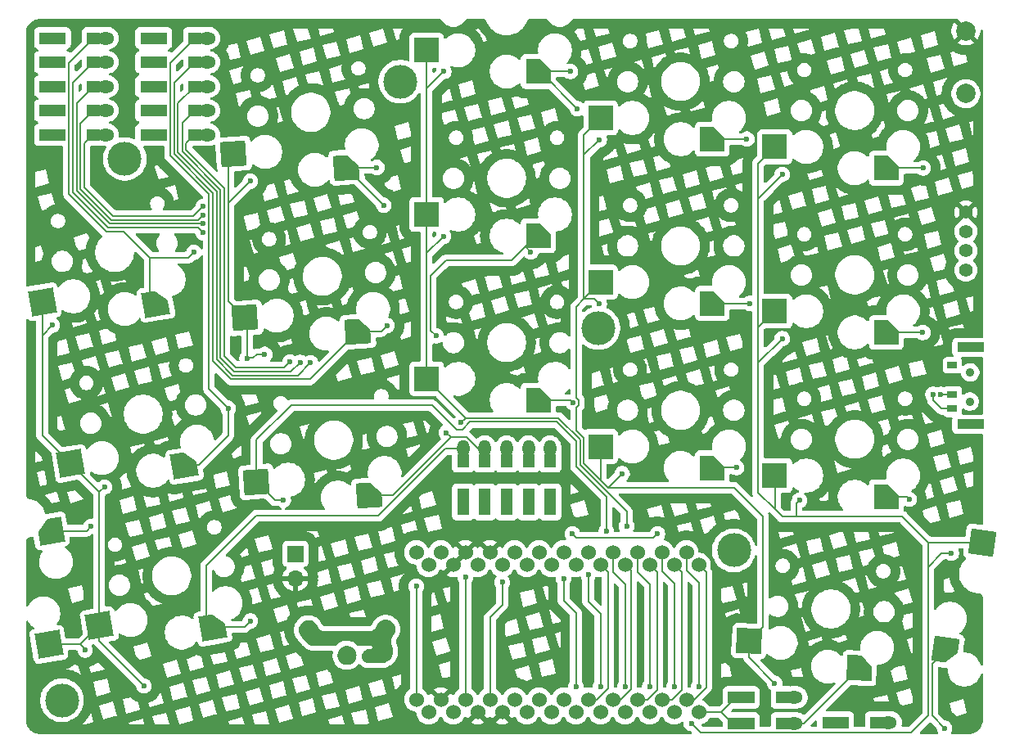
<source format=gbr>
%TF.GenerationSoftware,KiCad,Pcbnew,9.0.0*%
%TF.CreationDate,2025-05-15T16:18:32+09:00*%
%TF.ProjectId,xylo,78796c6f-2e6b-4696-9361-645f70636258,rev?*%
%TF.SameCoordinates,Original*%
%TF.FileFunction,Copper,L2,Bot*%
%TF.FilePolarity,Positive*%
%FSLAX46Y46*%
G04 Gerber Fmt 4.6, Leading zero omitted, Abs format (unit mm)*
G04 Created by KiCad (PCBNEW 9.0.0) date 2025-05-15 16:18:32*
%MOMM*%
%LPD*%
G01*
G04 APERTURE LIST*
G04 Aperture macros list*
%AMRotRect*
0 Rectangle, with rotation*
0 The origin of the aperture is its center*
0 $1 length*
0 $2 width*
0 $3 Rotation angle, in degrees counterclockwise*
0 Add horizontal line*
21,1,$1,$2,0,0,$3*%
%AMOutline5P*
0 Free polygon, 5 corners , with rotation*
0 The origin of the aperture is its center*
0 number of corners: always 5*
0 $1 to $10 corner X, Y*
0 $11 Rotation angle, in degrees counterclockwise*
0 create outline with 5 corners*
4,1,5,$1,$2,$3,$4,$5,$6,$7,$8,$9,$10,$1,$2,$11*%
%AMOutline6P*
0 Free polygon, 6 corners , with rotation*
0 The origin of the aperture is its center*
0 number of corners: always 6*
0 $1 to $12 corner X, Y*
0 $13 Rotation angle, in degrees counterclockwise*
0 create outline with 6 corners*
4,1,6,$1,$2,$3,$4,$5,$6,$7,$8,$9,$10,$11,$12,$1,$2,$13*%
%AMOutline7P*
0 Free polygon, 7 corners , with rotation*
0 The origin of the aperture is its center*
0 number of corners: always 7*
0 $1 to $14 corner X, Y*
0 $15 Rotation angle, in degrees counterclockwise*
0 create outline with 7 corners*
4,1,7,$1,$2,$3,$4,$5,$6,$7,$8,$9,$10,$11,$12,$13,$14,$1,$2,$15*%
%AMOutline8P*
0 Free polygon, 8 corners , with rotation*
0 The origin of the aperture is its center*
0 number of corners: always 8*
0 $1 to $16 corner X, Y*
0 $17 Rotation angle, in degrees counterclockwise*
0 create outline with 8 corners*
4,1,8,$1,$2,$3,$4,$5,$6,$7,$8,$9,$10,$11,$12,$13,$14,$15,$16,$1,$2,$17*%
G04 Aperture macros list end*
%TA.AperFunction,EtchedComponent*%
%ADD10C,0.000000*%
%TD*%
%TA.AperFunction,ComponentPad*%
%ADD11C,3.500000*%
%TD*%
%TA.AperFunction,ComponentPad*%
%ADD12R,1.778000X1.300000*%
%TD*%
%TA.AperFunction,SMDPad,CuDef*%
%ADD13R,1.400000X1.300000*%
%TD*%
%TA.AperFunction,ComponentPad*%
%ADD14O,1.778000X1.300000*%
%TD*%
%TA.AperFunction,SMDPad,CuDef*%
%ADD15RotRect,2.600000X2.600000X4.000000*%
%TD*%
%TA.AperFunction,SMDPad,CuDef*%
%ADD16Outline5P,-1.300000X1.300000X0.130000X1.300000X1.300000X0.130000X1.300000X-1.300000X-1.300000X-1.300000X4.000000*%
%TD*%
%TA.AperFunction,SMDPad,CuDef*%
%ADD17R,2.600000X2.600000*%
%TD*%
%TA.AperFunction,SMDPad,CuDef*%
%ADD18Outline5P,-1.300000X1.300000X0.130000X1.300000X1.300000X0.130000X1.300000X-1.300000X-1.300000X-1.300000X0.000000*%
%TD*%
%TA.AperFunction,SMDPad,CuDef*%
%ADD19RotRect,2.600000X2.600000X100.000000*%
%TD*%
%TA.AperFunction,SMDPad,CuDef*%
%ADD20Outline5P,-1.300000X1.300000X0.130000X1.300000X1.300000X0.130000X1.300000X-1.300000X-1.300000X-1.300000X100.000000*%
%TD*%
%TA.AperFunction,SMDPad,CuDef*%
%ADD21RotRect,2.600000X2.600000X10.000000*%
%TD*%
%TA.AperFunction,SMDPad,CuDef*%
%ADD22Outline5P,-1.300000X1.300000X0.130000X1.300000X1.300000X0.130000X1.300000X-1.300000X-1.300000X-1.300000X10.000000*%
%TD*%
%TA.AperFunction,WasherPad*%
%ADD23C,0.900000*%
%TD*%
%TA.AperFunction,SMDPad,CuDef*%
%ADD24R,1.000000X0.700000*%
%TD*%
%TA.AperFunction,SMDPad,CuDef*%
%ADD25R,2.800000X1.000000*%
%TD*%
%TA.AperFunction,SMDPad,CuDef*%
%ADD26RotRect,2.600000X2.600000X262.000000*%
%TD*%
%TA.AperFunction,SMDPad,CuDef*%
%ADD27Outline5P,-1.300000X1.300000X0.130000X1.300000X1.300000X0.130000X1.300000X-1.300000X-1.300000X-1.300000X262.000000*%
%TD*%
%TA.AperFunction,ComponentPad*%
%ADD28R,1.300000X1.778000*%
%TD*%
%TA.AperFunction,SMDPad,CuDef*%
%ADD29R,1.300000X1.400000*%
%TD*%
%TA.AperFunction,ComponentPad*%
%ADD30O,1.300000X1.778000*%
%TD*%
%TA.AperFunction,ComponentPad*%
%ADD31C,1.397000*%
%TD*%
%TA.AperFunction,SMDPad,CuDef*%
%ADD32RotRect,2.600000X2.600000X357.000000*%
%TD*%
%TA.AperFunction,SMDPad,CuDef*%
%ADD33Outline5P,-1.300000X1.300000X0.130000X1.300000X1.300000X0.130000X1.300000X-1.300000X-1.300000X-1.300000X357.000000*%
%TD*%
%TA.AperFunction,ComponentPad*%
%ADD34C,1.524000*%
%TD*%
%TA.AperFunction,ComponentPad*%
%ADD35R,1.700000X1.700000*%
%TD*%
%TA.AperFunction,ComponentPad*%
%ADD36O,1.700000X1.700000*%
%TD*%
%TA.AperFunction,ComponentPad*%
%ADD37C,2.000000*%
%TD*%
%TA.AperFunction,ViaPad*%
%ADD38C,0.600000*%
%TD*%
%TA.AperFunction,Conductor*%
%ADD39C,0.200000*%
%TD*%
G04 APERTURE END LIST*
D10*
%TA.AperFunction,EtchedComponent*%
%TO.C,G\u002A\u002A\u002A*%
G36*
X183599771Y-131386469D02*
G01*
X183749994Y-131413972D01*
X183892781Y-131463779D01*
X184012032Y-131528334D01*
X184129662Y-131616918D01*
X184235038Y-131722672D01*
X184324312Y-131841709D01*
X184393637Y-131970138D01*
X184418963Y-132035568D01*
X184453285Y-132170740D01*
X184468921Y-132313901D01*
X184465799Y-132459115D01*
X184443846Y-132600442D01*
X184402989Y-132731945D01*
X184383369Y-132777117D01*
X184308172Y-132910168D01*
X184213758Y-133029671D01*
X184102695Y-133133461D01*
X183977550Y-133219371D01*
X183840892Y-133285235D01*
X183695288Y-133328888D01*
X183648751Y-133337365D01*
X183514963Y-133348182D01*
X183376533Y-133341784D01*
X183241729Y-133318869D01*
X183118817Y-133280137D01*
X183116728Y-133279285D01*
X182977827Y-133209191D01*
X182852989Y-133119171D01*
X182744007Y-133011295D01*
X182652677Y-132887633D01*
X182580793Y-132750256D01*
X182530150Y-132601233D01*
X182509745Y-132484059D01*
X182504539Y-132351626D01*
X182515132Y-132216573D01*
X182540887Y-132086784D01*
X182581165Y-131970138D01*
X182646308Y-131848274D01*
X182734627Y-131728646D01*
X182839250Y-131622094D01*
X182956331Y-131532509D01*
X183082022Y-131463779D01*
X183147394Y-131437782D01*
X183294181Y-131398374D01*
X183446404Y-131381269D01*
X183599771Y-131386469D01*
G37*
%TD.AperFunction*%
%TA.AperFunction,EtchedComponent*%
G36*
X187641638Y-128667991D02*
G01*
X187739634Y-128686323D01*
X187791981Y-128701606D01*
X187938047Y-128761258D01*
X188071383Y-128841718D01*
X188190282Y-128941399D01*
X188293035Y-129058716D01*
X188377936Y-129192082D01*
X188443278Y-129339913D01*
X188452167Y-129365181D01*
X188464512Y-129403342D01*
X188472977Y-129437589D01*
X188478298Y-129473745D01*
X188481213Y-129517631D01*
X188482459Y-129575070D01*
X188482773Y-129651884D01*
X188482597Y-129716049D01*
X188481327Y-129780573D01*
X188478351Y-129830194D01*
X188473097Y-129870701D01*
X188464989Y-129907881D01*
X188453454Y-129947522D01*
X188434250Y-130004210D01*
X188394700Y-130097250D01*
X188344551Y-130186885D01*
X188278996Y-130282343D01*
X188276016Y-130286385D01*
X188222782Y-130360931D01*
X188182237Y-130423964D01*
X188150561Y-130482506D01*
X188123936Y-130543582D01*
X188098545Y-130614212D01*
X188085491Y-130656752D01*
X188057684Y-130797047D01*
X188050739Y-130940475D01*
X188064647Y-131081268D01*
X188099400Y-131213658D01*
X188105874Y-131231733D01*
X188123390Y-131280551D01*
X188144553Y-131339453D01*
X188166119Y-131399410D01*
X188190006Y-131467821D01*
X188217769Y-131557738D01*
X188236718Y-131638526D01*
X188248268Y-131718288D01*
X188253834Y-131805126D01*
X188254833Y-131907142D01*
X188253691Y-131964741D01*
X188244208Y-132094012D01*
X188223965Y-132210306D01*
X188191367Y-132321272D01*
X188144818Y-132434558D01*
X188119698Y-132485851D01*
X188030130Y-132633470D01*
X187922620Y-132766941D01*
X187799511Y-132884473D01*
X187663140Y-132984275D01*
X187515850Y-133064556D01*
X187359979Y-133123524D01*
X187197868Y-133159388D01*
X187181569Y-133160838D01*
X187138773Y-133162826D01*
X187075124Y-133164709D01*
X186993167Y-133166447D01*
X186895446Y-133168001D01*
X186784506Y-133169333D01*
X186662892Y-133170404D01*
X186533148Y-133171175D01*
X186397818Y-133171607D01*
X186298479Y-133171771D01*
X186147896Y-133171868D01*
X186019071Y-133171589D01*
X185909835Y-133170767D01*
X185818019Y-133169234D01*
X185741454Y-133166821D01*
X185677973Y-133163361D01*
X185625406Y-133158686D01*
X185581585Y-133152629D01*
X185544341Y-133145020D01*
X185511505Y-133135693D01*
X185480910Y-133124479D01*
X185450386Y-133111210D01*
X185417765Y-133095719D01*
X185385475Y-133077782D01*
X185320882Y-133031970D01*
X185253402Y-132973944D01*
X185189309Y-132909734D01*
X185134877Y-132845368D01*
X185096382Y-132786876D01*
X185075737Y-132743742D01*
X185038079Y-132630259D01*
X185017474Y-132507947D01*
X185014886Y-132384477D01*
X185031276Y-132267519D01*
X185039413Y-132236733D01*
X185083562Y-132124751D01*
X185147123Y-132018768D01*
X185226347Y-131923487D01*
X185317487Y-131843609D01*
X185416796Y-131783836D01*
X185448467Y-131769315D01*
X185507908Y-131745381D01*
X185565019Y-131728392D01*
X185626676Y-131716892D01*
X185699756Y-131709425D01*
X185791134Y-131704534D01*
X185873219Y-131700990D01*
X185934355Y-131697222D01*
X185978535Y-131692320D01*
X186009878Y-131685371D01*
X186032502Y-131675461D01*
X186050526Y-131661677D01*
X186068070Y-131643105D01*
X186082494Y-131624998D01*
X186111007Y-131566748D01*
X186114985Y-131507605D01*
X186094627Y-131450285D01*
X186050132Y-131397504D01*
X186006366Y-131359077D01*
X185316998Y-131359058D01*
X184627630Y-131359039D01*
X184545735Y-131281466D01*
X184428844Y-131179442D01*
X184268586Y-131065986D01*
X184100760Y-130976335D01*
X183924512Y-130910118D01*
X183738984Y-130866964D01*
X183543322Y-130846500D01*
X183482415Y-130844864D01*
X183288708Y-130855618D01*
X183101017Y-130890700D01*
X182920058Y-130949839D01*
X182746548Y-131032763D01*
X182581202Y-131139204D01*
X182424739Y-131268889D01*
X182334574Y-131352777D01*
X181055755Y-131346205D01*
X181010945Y-131345974D01*
X180808324Y-131344919D01*
X180629050Y-131343941D01*
X180471589Y-131343002D01*
X180334406Y-131342064D01*
X180215968Y-131341091D01*
X180114739Y-131340043D01*
X180029185Y-131338885D01*
X179957773Y-131337577D01*
X179898966Y-131336083D01*
X179851232Y-131334364D01*
X179813035Y-131332383D01*
X179782841Y-131330102D01*
X179759116Y-131327484D01*
X179740325Y-131324491D01*
X179724934Y-131321085D01*
X179711408Y-131317229D01*
X179698214Y-131312885D01*
X179696942Y-131312453D01*
X179661341Y-131299977D01*
X179629228Y-131287290D01*
X179598929Y-131272831D01*
X179568769Y-131255038D01*
X179537074Y-131232348D01*
X179502168Y-131203201D01*
X179462378Y-131166034D01*
X179416029Y-131119286D01*
X179361446Y-131061395D01*
X179296954Y-130990799D01*
X179220879Y-130905937D01*
X179131547Y-130805246D01*
X179027282Y-130687165D01*
X178949689Y-130598945D01*
X178868278Y-130505470D01*
X178800789Y-130426529D01*
X178745517Y-130359884D01*
X178700760Y-130303295D01*
X178664814Y-130254525D01*
X178635976Y-130211335D01*
X178612542Y-130171486D01*
X178592810Y-130132739D01*
X178575076Y-130092857D01*
X178526952Y-129948517D01*
X178501154Y-129797084D01*
X178498771Y-129645111D01*
X178519233Y-129495231D01*
X178561970Y-129350076D01*
X178626414Y-129212277D01*
X178711994Y-129084467D01*
X178818141Y-128969277D01*
X178823166Y-128964632D01*
X178944283Y-128866803D01*
X179070272Y-128792645D01*
X179203991Y-128741043D01*
X179348299Y-128710882D01*
X179506052Y-128701049D01*
X179612111Y-128705520D01*
X179751327Y-128728060D01*
X179883051Y-128771073D01*
X180013411Y-128836190D01*
X180044158Y-128854748D01*
X180137828Y-128921274D01*
X180221207Y-128998275D01*
X180297469Y-129089404D01*
X180369787Y-129198311D01*
X180441335Y-129328650D01*
X180456204Y-129357410D01*
X180527475Y-129480041D01*
X180601779Y-129581433D01*
X180682169Y-129664850D01*
X180771697Y-129733557D01*
X180873414Y-129790819D01*
X180875495Y-129791828D01*
X180896208Y-129802236D01*
X180914531Y-129811785D01*
X180931567Y-129820510D01*
X180948418Y-129828446D01*
X180966190Y-129835628D01*
X180985985Y-129842092D01*
X181008907Y-129847871D01*
X181036059Y-129853001D01*
X181068546Y-129857516D01*
X181107470Y-129861453D01*
X181153936Y-129864845D01*
X181209046Y-129867727D01*
X181273905Y-129870135D01*
X181349616Y-129872104D01*
X181437282Y-129873667D01*
X181538008Y-129874862D01*
X181652896Y-129875721D01*
X181783051Y-129876280D01*
X181929575Y-129876574D01*
X182093573Y-129876639D01*
X182276147Y-129876508D01*
X182478402Y-129876217D01*
X182701442Y-129875801D01*
X182946369Y-129875294D01*
X183214287Y-129874733D01*
X183506300Y-129874150D01*
X183688098Y-129873801D01*
X183960399Y-129873260D01*
X184209288Y-129872735D01*
X184435868Y-129872212D01*
X184641239Y-129871680D01*
X184826503Y-129871126D01*
X184992761Y-129870537D01*
X185141116Y-129869900D01*
X185272668Y-129869204D01*
X185388518Y-129868435D01*
X185489769Y-129867582D01*
X185577522Y-129866631D01*
X185652878Y-129865570D01*
X185716938Y-129864386D01*
X185770805Y-129863068D01*
X185815579Y-129861602D01*
X185852362Y-129859976D01*
X185882256Y-129858177D01*
X185906361Y-129856193D01*
X185925780Y-129854011D01*
X185941614Y-129851619D01*
X185954964Y-129849005D01*
X185966931Y-129846155D01*
X186048189Y-129821206D01*
X186152621Y-129773409D01*
X186250572Y-129707722D01*
X186347792Y-129620744D01*
X186349216Y-129619319D01*
X186406025Y-129559457D01*
X186450238Y-129504497D01*
X186486506Y-129447094D01*
X186519483Y-129379908D01*
X186553822Y-129295594D01*
X186568171Y-129260451D01*
X186638657Y-129128150D01*
X186729436Y-129007115D01*
X186837660Y-128899880D01*
X186960480Y-128808979D01*
X187095049Y-128736949D01*
X187238517Y-128686321D01*
X187307800Y-128671984D01*
X187415977Y-128660822D01*
X187530504Y-128659490D01*
X187641638Y-128667991D01*
G37*
%TD.AperFunction*%
%TD*%
D11*
%TO.P,MH4,1*%
%TO.N,N/C*%
X209500000Y-98500000D03*
%TD*%
%TO.P,MH4,1*%
%TO.N,N/C*%
X160500000Y-81000000D03*
%TD*%
%TO.P,MH4,1*%
%TO.N,N/C*%
X223500000Y-121500000D03*
%TD*%
%TO.P,MH4,1*%
%TO.N,N/C*%
X154000000Y-137000000D03*
%TD*%
%TO.P,MH4,1*%
%TO.N,N/C*%
X189000000Y-73000000D03*
%TD*%
D12*
%TO.P,D1,1,K*%
%TO.N,R0*%
X152500000Y-68500000D03*
D13*
X153720000Y-68500000D03*
%TO.P,D1,2,A*%
%TO.N,Net-(D1-A)*%
X157270000Y-68500000D03*
D14*
X158500000Y-68500000D03*
%TD*%
D15*
%TO.P,SW2,1,1*%
%TO.N,C1*%
X171763744Y-80493100D03*
D16*
%TO.P,SW2,2,2*%
%TO.N,Net-(D2-A)*%
X183439073Y-81882054D03*
%TD*%
D12*
%TO.P,D17,1,K*%
%TO.N,R3*%
X223750000Y-139400000D03*
D13*
X224970000Y-139400000D03*
%TO.P,D17,2,A*%
%TO.N,Net-(D17-A)*%
X228520000Y-139400000D03*
D14*
X229750000Y-139400000D03*
%TD*%
D17*
%TO.P,SW9,1,1*%
%TO.N,C3*%
X209725000Y-93750000D03*
D18*
%TO.P,SW9,2,2*%
%TO.N,Net-(D9-A)*%
X221275000Y-95950000D03*
%TD*%
D19*
%TO.P,SW16,1,1*%
%TO.N,C0*%
X152647968Y-131226103D03*
D20*
%TO.P,SW16,2,2*%
%TO.N,Net-(D16-A)*%
X152808908Y-119469548D03*
%TD*%
D12*
%TO.P,D4,1,K*%
%TO.N,R0*%
X152500000Y-76000000D03*
D13*
X153720000Y-76000000D03*
%TO.P,D4,2,A*%
%TO.N,Net-(D4-A)*%
X157270000Y-76000000D03*
D14*
X158500000Y-76000000D03*
%TD*%
D17*
%TO.P,SW5,1,1*%
%TO.N,C4*%
X227725000Y-79750000D03*
D18*
%TO.P,SW5,2,2*%
%TO.N,Net-(D5-A)*%
X239275000Y-81950000D03*
%TD*%
D15*
%TO.P,SW12,1,1*%
%TO.N,C1*%
X174135744Y-114411100D03*
D16*
%TO.P,SW12,2,2*%
%TO.N,Net-(D12-A)*%
X185811073Y-115800054D03*
%TD*%
D15*
%TO.P,SW7,1,1*%
%TO.N,C1*%
X172949744Y-97452100D03*
D16*
%TO.P,SW7,2,2*%
%TO.N,Net-(D7-A)*%
X184625073Y-98841054D03*
%TD*%
D21*
%TO.P,SW11,1,1*%
%TO.N,C0*%
X157861897Y-129265968D03*
D22*
%TO.P,SW11,2,2*%
%TO.N,Net-(D11-A)*%
X169618452Y-129426908D03*
%TD*%
D12*
%TO.P,D9,1,K*%
%TO.N,R1*%
X162975000Y-76000000D03*
D13*
X164195000Y-76000000D03*
%TO.P,D9,2,A*%
%TO.N,Net-(D9-A)*%
X167745000Y-76000000D03*
D14*
X168975000Y-76000000D03*
%TD*%
D23*
%TO.P,PSW1,*%
%TO.N,*%
X247950000Y-103100000D03*
X247900000Y-106100000D03*
D24*
%TO.P,PSW1,1,A*%
%TO.N,unconnected-(PSW1A-A-Pad1)_1*%
X246100000Y-102350000D03*
%TO.P,PSW1,2,B*%
%TO.N,Net-(BT2-+)*%
X246100000Y-105350000D03*
%TO.P,PSW1,3,C*%
%TO.N,BAT+*%
X246100000Y-106850000D03*
D25*
%TO.P,PSW1,NC*%
%TO.N,N/C*%
X248000000Y-108450000D03*
X248000000Y-100500000D03*
%TD*%
D26*
%TO.P,SW18,1,1*%
%TO.N,C4*%
X249203152Y-120678633D03*
D27*
%TO.P,SW18,2,2*%
%TO.N,Net-(D18-A)*%
X245417113Y-131810048D03*
%TD*%
D12*
%TO.P,D16,1,K*%
%TO.N,R3*%
X223750000Y-136700000D03*
D13*
X224970000Y-136700000D03*
%TO.P,D16,2,A*%
%TO.N,Net-(D16-A)*%
X228520000Y-136700000D03*
D14*
X229750000Y-136700000D03*
%TD*%
D21*
%TO.P,SW6,1,1*%
%TO.N,C0*%
X154909897Y-112523968D03*
D22*
%TO.P,SW6,2,2*%
%TO.N,Net-(D6-A)*%
X166666452Y-112684908D03*
%TD*%
D17*
%TO.P,SW15,1,1*%
%TO.N,C4*%
X227725000Y-113750000D03*
D18*
%TO.P,SW15,2,2*%
%TO.N,Net-(D15-A)*%
X239275000Y-115950000D03*
%TD*%
D12*
%TO.P,D3,1,K*%
%TO.N,R0*%
X152500000Y-73500000D03*
D13*
X153720000Y-73500000D03*
%TO.P,D3,2,A*%
%TO.N,Net-(D3-A)*%
X157270000Y-73500000D03*
D14*
X158500000Y-73500000D03*
%TD*%
D17*
%TO.P,SW8,1,1*%
%TO.N,C2*%
X191725000Y-86750000D03*
D18*
%TO.P,SW8,2,2*%
%TO.N,Net-(D8-A)*%
X203275000Y-88950000D03*
%TD*%
D12*
%TO.P,D5,1,K*%
%TO.N,R0*%
X152500000Y-78500000D03*
D13*
X153720000Y-78500000D03*
%TO.P,D5,2,A*%
%TO.N,Net-(D5-A)*%
X157270000Y-78500000D03*
D14*
X158500000Y-78500000D03*
%TD*%
D12*
%TO.P,D6,1,K*%
%TO.N,R1*%
X162975000Y-68500000D03*
D13*
X164195000Y-68500000D03*
%TO.P,D6,2,A*%
%TO.N,Net-(D6-A)*%
X167745000Y-68500000D03*
D14*
X168975000Y-68500000D03*
%TD*%
D12*
%TO.P,D10,1,K*%
%TO.N,R1*%
X162975000Y-78500000D03*
D13*
X164195000Y-78500000D03*
%TO.P,D10,2,A*%
%TO.N,Net-(D10-A)*%
X167745000Y-78500000D03*
D14*
X168975000Y-78500000D03*
%TD*%
D17*
%TO.P,SW4,1,1*%
%TO.N,C3*%
X209725000Y-76750000D03*
D18*
%TO.P,SW4,2,2*%
%TO.N,Net-(D4-A)*%
X221275000Y-78950000D03*
%TD*%
D17*
%TO.P,SW10,1,1*%
%TO.N,C4*%
X227725000Y-96750000D03*
D18*
%TO.P,SW10,2,2*%
%TO.N,Net-(D10-A)*%
X239275000Y-98950000D03*
%TD*%
D28*
%TO.P,D15,1,K*%
%TO.N,R2*%
X204500000Y-117000000D03*
D29*
X204500000Y-115780000D03*
%TO.P,D15,2,A*%
%TO.N,Net-(D15-A)*%
X204500000Y-112230000D03*
D30*
X204500000Y-111000000D03*
%TD*%
D12*
%TO.P,D2,1,K*%
%TO.N,R0*%
X152500000Y-71000000D03*
D13*
X153720000Y-71000000D03*
%TO.P,D2,2,A*%
%TO.N,Net-(D2-A)*%
X157270000Y-71000000D03*
D14*
X158500000Y-71000000D03*
%TD*%
D28*
%TO.P,D11,1,K*%
%TO.N,R2*%
X195500000Y-117000000D03*
D29*
X195500000Y-115780000D03*
%TO.P,D11,2,A*%
%TO.N,Net-(D11-A)*%
X195500000Y-112230000D03*
D30*
X195500000Y-111000000D03*
%TD*%
D31*
%TO.P,J1,1,Pin_1*%
%TO.N,GND*%
X247500000Y-86500000D03*
%TO.P,J1,2,Pin_2*%
%TO.N,VCC*%
X247500000Y-88500000D03*
%TO.P,J1,3,Pin_3*%
%TO.N,SCL*%
X247500000Y-90500000D03*
%TO.P,J1,4,Pin_4*%
%TO.N,SDA*%
X247500000Y-92500000D03*
%TD*%
D12*
%TO.P,D18,1,K*%
%TO.N,R3*%
X233500000Y-139300000D03*
D13*
X234720000Y-139300000D03*
%TO.P,D18,2,A*%
%TO.N,Net-(D18-A)*%
X238270000Y-139300000D03*
D14*
X239500000Y-139300000D03*
%TD*%
D17*
%TO.P,SW3,1,1*%
%TO.N,C2*%
X191725000Y-69750000D03*
D18*
%TO.P,SW3,2,2*%
%TO.N,Net-(D3-A)*%
X203275000Y-71950000D03*
%TD*%
D28*
%TO.P,D14,1,K*%
%TO.N,R2*%
X202250000Y-117000000D03*
D29*
X202250000Y-115780000D03*
%TO.P,D14,2,A*%
%TO.N,Net-(D14-A)*%
X202250000Y-112230000D03*
D30*
X202250000Y-111000000D03*
%TD*%
D28*
%TO.P,D13,1,K*%
%TO.N,R2*%
X200000000Y-117000000D03*
D29*
X200000000Y-115780000D03*
%TO.P,D13,2,A*%
%TO.N,Net-(D13-A)*%
X200000000Y-112230000D03*
D30*
X200000000Y-111000000D03*
%TD*%
D32*
%TO.P,SW17,1,1*%
%TO.N,C3*%
X225083081Y-130870781D03*
D33*
%TO.P,SW17,2,2*%
%TO.N,Net-(D17-A)*%
X236502113Y-133672246D03*
%TD*%
D17*
%TO.P,SW14,1,1*%
%TO.N,C3*%
X209725000Y-110750000D03*
D18*
%TO.P,SW14,2,2*%
%TO.N,Net-(D14-A)*%
X221275000Y-112950000D03*
%TD*%
D34*
%TO.P,U1,1,TX0/P0.06*%
%TO.N,unconnected-(U1-TX0{slash}P0.06-Pad1)*%
X191920000Y-138240000D03*
%TO.N,N/C*%
X190650000Y-121693600D03*
%TO.P,U1,2,RX1/P0.08*%
%TO.N,unconnected-(U1-RX1{slash}P0.08-Pad2)*%
X194460000Y-138240000D03*
%TO.N,N/C*%
X193190000Y-121693600D03*
%TO.P,U1,3,GND*%
%TO.N,GND*%
X197000000Y-138240000D03*
X195730000Y-121693600D03*
%TO.P,U1,4,GND*%
X199540000Y-138240000D03*
X198270000Y-121693600D03*
%TO.P,U1,5,P0.17*%
%TO.N,unconnected-(U1-P0.17-Pad5)*%
X202080000Y-138240000D03*
%TO.N,N/C*%
X200810000Y-121693600D03*
%TO.P,U1,6,P0.20*%
%TO.N,unconnected-(U1-P0.20-Pad6)_1*%
X204620000Y-138240000D03*
%TO.N,N/C*%
X203350000Y-121693600D03*
%TO.P,U1,7,P0.22*%
%TO.N,SCL*%
X207160000Y-138240000D03*
X205890000Y-121693600D03*
%TO.P,U1,8,P0.24*%
%TO.N,SDA*%
X209700000Y-138240000D03*
X208430000Y-121693600D03*
%TO.P,U1,9,P1.00*%
%TO.N,R0*%
X212240000Y-138240000D03*
X210970000Y-121693600D03*
%TO.P,U1,10,P0.11*%
%TO.N,R1*%
X214780000Y-138240000D03*
X213510000Y-121693600D03*
%TO.P,U1,11,P1.04*%
%TO.N,R2*%
X217320000Y-138240000D03*
X216050000Y-121693600D03*
%TO.P,U1,12,P1.06*%
%TO.N,R3*%
X219860000Y-138240000D03*
X218590000Y-121693600D03*
%TO.P,U1,13,NFC1/P0.09*%
%TO.N,C4*%
X218590000Y-136913600D03*
X219860000Y-123000000D03*
%TO.P,U1,14,NFC2/P0.10*%
%TO.N,C3*%
X216050000Y-136913600D03*
X217320000Y-123000000D03*
%TO.P,U1,15,P1.11*%
%TO.N,C2*%
X213510000Y-136913600D03*
X214780000Y-123000000D03*
%TO.P,U1,16,P1.13*%
%TO.N,C1*%
X210970000Y-136913600D03*
X212240000Y-123000000D03*
%TO.P,U1,17,P1.15*%
%TO.N,C0*%
X208430000Y-136913600D03*
X209700000Y-123000000D03*
%TO.P,U1,18,AIN0/P0.02*%
%TO.N,unconnected-(U1-AIN0{slash}P0.02-Pad18)_1*%
X205890000Y-136913600D03*
%TO.N,N/C*%
X207160000Y-123000000D03*
%TO.P,U1,19,AIN5/P0.29*%
%TO.N,unconnected-(U1-AIN5{slash}P0.29-Pad19)_1*%
X203350000Y-136913600D03*
%TO.N,N/C*%
X204620000Y-123000000D03*
%TO.P,U1,20,AIN7/P0.31*%
%TO.N,unconnected-(U1-AIN7{slash}P0.31-Pad20)_1*%
X200810000Y-136913600D03*
%TO.N,N/C*%
X202080000Y-123000000D03*
%TO.P,U1,21,VCC*%
%TO.N,VCC*%
X198270000Y-136913600D03*
X199540000Y-123000000D03*
%TO.P,U1,22,RST*%
%TO.N,Reset*%
X195730000Y-136913600D03*
X197000000Y-123000000D03*
%TO.P,U1,23,GND*%
%TO.N,GND*%
X193190000Y-136913600D03*
X194460000Y-123000000D03*
%TO.P,U1,24,BATIN/P0.04*%
%TO.N,BAT+*%
X190650000Y-136913600D03*
X191920000Y-123000000D03*
%TD*%
D35*
%TO.P,BT2,1,+*%
%TO.N,Net-(BT2-+)*%
X178150000Y-121850000D03*
D36*
%TO.P,BT2,2,-*%
%TO.N,GND*%
X178150000Y-124390000D03*
%TD*%
D28*
%TO.P,D12,1,K*%
%TO.N,R2*%
X197750000Y-117000000D03*
D29*
X197750000Y-115780000D03*
%TO.P,D12,2,A*%
%TO.N,Net-(D12-A)*%
X197750000Y-112230000D03*
D30*
X197750000Y-111000000D03*
%TD*%
D37*
%TO.P,RSW1,1,1*%
%TO.N,GND*%
X247500000Y-67750000D03*
%TO.P,RSW1,2,2*%
%TO.N,Reset*%
X247500000Y-74250000D03*
%TD*%
D21*
%TO.P,SW1,1,1*%
%TO.N,C0*%
X151957897Y-95781968D03*
D22*
%TO.P,SW1,2,2*%
%TO.N,Net-(D1-A)*%
X163714452Y-95942908D03*
%TD*%
D12*
%TO.P,D7,1,K*%
%TO.N,R1*%
X162975000Y-71000000D03*
D13*
X164195000Y-71000000D03*
%TO.P,D7,2,A*%
%TO.N,Net-(D7-A)*%
X167745000Y-71000000D03*
D14*
X168975000Y-71000000D03*
%TD*%
D12*
%TO.P,D8,1,K*%
%TO.N,R1*%
X162975000Y-73500000D03*
D13*
X164195000Y-73500000D03*
%TO.P,D8,2,A*%
%TO.N,Net-(D8-A)*%
X167745000Y-73500000D03*
D14*
X168975000Y-73500000D03*
%TD*%
D17*
%TO.P,SW13,1,1*%
%TO.N,C2*%
X191725000Y-103750000D03*
D18*
%TO.P,SW13,2,2*%
%TO.N,Net-(D13-A)*%
X203275000Y-105950000D03*
%TD*%
D38*
%TO.N,Net-(BT2-+)*%
X244900000Y-105350000D03*
%TO.N,Net-(D1-A)*%
X167650000Y-90650000D03*
%TO.N,R0*%
X212240000Y-135600000D03*
%TO.N,Net-(D2-A)*%
X186582054Y-81882054D03*
X168600000Y-88634373D03*
X187300000Y-85800000D03*
%TO.N,Net-(D3-A)*%
X206600000Y-71950000D03*
X207300000Y-75800000D03*
X168600000Y-87700000D03*
%TO.N,Net-(D4-A)*%
X224850000Y-78950000D03*
X168600000Y-86800000D03*
%TO.N,Net-(D5-A)*%
X168600000Y-85900000D03*
X243100000Y-81950000D03*
%TO.N,Net-(D6-A)*%
X171200000Y-106800000D03*
%TO.N,R1*%
X214800000Y-135600000D03*
%TO.N,Net-(D7-A)*%
X187625735Y-98225735D03*
%TO.N,Net-(D8-A)*%
X179700000Y-102100000D03*
X192700000Y-99300000D03*
X202500000Y-90600000D03*
%TO.N,Net-(D9-A)*%
X225150000Y-95950000D03*
X178636658Y-102036658D03*
%TO.N,Net-(D10-A)*%
X243050000Y-98950000D03*
X177600000Y-102000000D03*
%TO.N,Net-(D11-A)*%
X173500000Y-128800000D03*
%TO.N,Net-(D12-A)*%
X193760000Y-109316627D03*
%TO.N,R2*%
X217320000Y-135600000D03*
%TO.N,Net-(D13-A)*%
X206880000Y-106200000D03*
%TO.N,Net-(D14-A)*%
X223790000Y-112940000D03*
%TO.N,Net-(D15-A)*%
X241650000Y-116200000D03*
%TO.N,Net-(D16-A)*%
X157000000Y-119000000D03*
%TO.N,Net-(D18-A)*%
X245300000Y-139900000D03*
%TO.N,R3*%
X219860000Y-135600000D03*
%TO.N,Reset*%
X206800000Y-119800000D03*
X215600000Y-119800000D03*
X195730000Y-124270000D03*
%TO.N,C0*%
X158400000Y-114937865D03*
X153000000Y-98200000D03*
X162483981Y-135516019D03*
X156400000Y-131800000D03*
%TO.N,C1*%
X176900000Y-116300000D03*
X173500000Y-83300000D03*
X174982815Y-101217185D03*
X210300000Y-119500000D03*
X173150735Y-101649265D03*
%TO.N,C2*%
X193500000Y-71950000D03*
X212409855Y-119000000D03*
X193487500Y-89000000D03*
X195288500Y-108288500D03*
%TO.N,C3*%
X227725000Y-135225000D03*
X209600000Y-96000000D03*
X209600000Y-79000000D03*
X211950000Y-113550000D03*
%TO.N,C4*%
X228500000Y-99600000D03*
X219100000Y-139398000D03*
X246000000Y-121800000D03*
X230285000Y-116335000D03*
X228500000Y-82600000D03*
%TO.N,VCC*%
X199540000Y-124800000D03*
%TO.N,BAT+*%
X244099997Y-105350000D03*
X190650000Y-125200000D03*
%TO.N,SCL*%
X207160000Y-135600000D03*
X205890000Y-124400000D03*
%TO.N,SDA*%
X209700000Y-135600000D03*
X208430000Y-124000000D03*
%TD*%
D39*
%TO.N,C3*%
X209600000Y-96000000D02*
X209100000Y-95500000D01*
X209100000Y-95500000D02*
X208000000Y-95500000D01*
X208000000Y-95500000D02*
X207200000Y-96300000D01*
X207200000Y-106729943D02*
X207200000Y-109065800D01*
X207200000Y-96300000D02*
X207200000Y-105670057D01*
X207200000Y-105670057D02*
X207481000Y-105951057D01*
X207481000Y-105951057D02*
X207481000Y-106448943D01*
X207481000Y-106448943D02*
X207200000Y-106729943D01*
X208000000Y-112500000D02*
X209725000Y-114225000D01*
X207200000Y-109065800D02*
X208000000Y-109865800D01*
X208000000Y-109865800D02*
X208000000Y-112500000D01*
X210500000Y-115000000D02*
X223500000Y-115000000D01*
X223500000Y-115000000D02*
X226520000Y-118020000D01*
X226520000Y-129433862D02*
X225083081Y-130870781D01*
X226520000Y-118020000D02*
X226520000Y-129433862D01*
%TO.N,Net-(BT2-+)*%
X244900000Y-105350000D02*
X246100000Y-105350000D01*
%TO.N,Net-(D1-A)*%
X160400000Y-88500000D02*
X163100000Y-91200000D01*
X163100000Y-95328456D02*
X163714452Y-95942908D01*
X158600000Y-88500000D02*
X160400000Y-88500000D01*
X163100000Y-91200000D02*
X167100000Y-91200000D01*
X163100000Y-91200000D02*
X163100000Y-95328456D01*
X157270000Y-68500000D02*
X154721000Y-71049000D01*
X154721000Y-71049000D02*
X154721000Y-84621000D01*
X154721000Y-84621000D02*
X158600000Y-88500000D01*
X167100000Y-91200000D02*
X167650000Y-90650000D01*
%TO.N,R0*%
X210970000Y-123770000D02*
X210970000Y-121693600D01*
X212240000Y-125040000D02*
X210970000Y-123770000D01*
X212240000Y-135600000D02*
X212240000Y-125040000D01*
%TO.N,Net-(D2-A)*%
X183439073Y-81882054D02*
X183439073Y-81939073D01*
X183439073Y-81882054D02*
X186582054Y-81882054D01*
X168600000Y-88634373D02*
X168065627Y-88100000D01*
X158767100Y-88100000D02*
X155122000Y-84454900D01*
X155122000Y-84454900D02*
X155122000Y-73148000D01*
X168065627Y-88100000D02*
X158767100Y-88100000D01*
X155122000Y-73148000D02*
X157270000Y-71000000D01*
X183439073Y-81939073D02*
X187300000Y-85800000D01*
%TO.N,Net-(D3-A)*%
X203450000Y-71950000D02*
X207300000Y-75800000D01*
X203275000Y-71950000D02*
X203450000Y-71950000D01*
X158933200Y-87699000D02*
X155523000Y-84288800D01*
X155523000Y-75247000D02*
X157270000Y-73500000D01*
X168599000Y-87699000D02*
X158933200Y-87699000D01*
X155523000Y-84288800D02*
X155523000Y-75247000D01*
X203275000Y-71950000D02*
X206600000Y-71950000D01*
X168600000Y-87700000D02*
X168599000Y-87699000D01*
%TO.N,Net-(D4-A)*%
X159099300Y-87298000D02*
X159102000Y-87298000D01*
X159102000Y-87298000D02*
X168102000Y-87298000D01*
X155924000Y-77346000D02*
X155924000Y-84122700D01*
X157270000Y-76000000D02*
X155924000Y-77346000D01*
X168102000Y-87298000D02*
X168600000Y-86800000D01*
X224850000Y-78950000D02*
X221275000Y-78950000D01*
X155924000Y-84122700D02*
X159099300Y-87298000D01*
%TO.N,Net-(D5-A)*%
X156325000Y-79395000D02*
X157220000Y-78500000D01*
X157220000Y-78500000D02*
X157270000Y-78500000D01*
X167603000Y-86897000D02*
X159265400Y-86897000D01*
X159265400Y-86897000D02*
X156325000Y-83956600D01*
X239275000Y-81950000D02*
X243100000Y-81950000D01*
X156325000Y-83956600D02*
X156325000Y-79395000D01*
X168600000Y-85900000D02*
X167603000Y-86897000D01*
%TO.N,Net-(D6-A)*%
X171200000Y-106800000D02*
X171200000Y-109619716D01*
X165200000Y-80668400D02*
X165200000Y-71045000D01*
X171200000Y-106800000D02*
X169200000Y-104800000D01*
X168134808Y-112684908D02*
X166666452Y-112684908D01*
X169200000Y-84668400D02*
X165200000Y-80668400D01*
X165200000Y-71045000D02*
X167745000Y-68500000D01*
X169200000Y-104800000D02*
X169200000Y-84668400D01*
X171200000Y-109619716D02*
X168134808Y-112684908D01*
%TO.N,R1*%
X214800000Y-135600000D02*
X214800000Y-125000000D01*
X213510000Y-123710000D02*
X213510000Y-121693600D01*
X214800000Y-125000000D02*
X213510000Y-123710000D01*
%TO.N,Net-(D7-A)*%
X187625735Y-98225735D02*
X187010416Y-98841054D01*
X184625073Y-98841054D02*
X179664127Y-103802000D01*
X169600000Y-84501298D02*
X165601000Y-80502298D01*
X171467800Y-103802000D02*
X169600000Y-101934200D01*
X165601000Y-80502298D02*
X165601000Y-73144000D01*
X179664127Y-103802000D02*
X171467800Y-103802000D01*
X165601000Y-73144000D02*
X167745000Y-71000000D01*
X187010416Y-98841054D02*
X184625073Y-98841054D01*
X169600000Y-101934200D02*
X169600000Y-84501298D01*
%TO.N,Net-(D8-A)*%
X178399000Y-103401000D02*
X171633900Y-103401000D01*
X170001000Y-84335200D02*
X166002000Y-80336200D01*
X200500000Y-91500000D02*
X193700000Y-91500000D01*
X202500000Y-90600000D02*
X201950000Y-90050000D01*
X179700000Y-102100000D02*
X178399000Y-103401000D01*
X193700000Y-91500000D02*
X192126000Y-93074000D01*
X171633900Y-103401000D02*
X170001000Y-101768100D01*
X166002000Y-80336200D02*
X166002000Y-75243000D01*
X170001000Y-101768100D02*
X170001000Y-84335200D01*
X201950000Y-90050000D02*
X200500000Y-91500000D01*
X192126000Y-93074000D02*
X192126000Y-98726000D01*
X201950000Y-90050000D02*
X203050000Y-88950000D01*
X203050000Y-88950000D02*
X203275000Y-88950000D01*
X192126000Y-98726000D02*
X192700000Y-99300000D01*
X166002000Y-75243000D02*
X167745000Y-73500000D01*
%TO.N,Net-(D9-A)*%
X178636658Y-102036658D02*
X177673316Y-103000000D01*
X177673316Y-103000000D02*
X171800000Y-103000000D01*
X171800000Y-103000000D02*
X170402000Y-101602000D01*
X166450650Y-80217750D02*
X166450650Y-77294350D01*
X170402000Y-101602000D02*
X170402000Y-84169100D01*
X166450650Y-77294350D02*
X167745000Y-76000000D01*
X225150000Y-95950000D02*
X221275000Y-95950000D01*
X170402000Y-84169100D02*
X166450650Y-80217750D01*
%TO.N,Net-(D10-A)*%
X177000000Y-102600000D02*
X172000000Y-102600000D01*
X243050000Y-98950000D02*
X239275000Y-98950000D01*
X170803000Y-84003000D02*
X166851650Y-80051650D01*
X170803000Y-101403000D02*
X170803000Y-84003000D01*
X177600000Y-102000000D02*
X177000000Y-102600000D01*
X172000000Y-102600000D02*
X170803000Y-101403000D01*
X166851650Y-79393350D02*
X167745000Y-78500000D01*
X166851650Y-80051650D02*
X166851650Y-79393350D01*
%TO.N,Net-(D11-A)*%
X172873092Y-129426908D02*
X173500000Y-128800000D01*
X168900000Y-128708456D02*
X169618452Y-129426908D01*
X195500000Y-111000000D02*
X193630473Y-111000000D01*
X186730473Y-117900000D02*
X174100000Y-117900000D01*
X168900000Y-123100000D02*
X168900000Y-128708456D01*
X169618452Y-129426908D02*
X172873092Y-129426908D01*
X193630473Y-111000000D02*
X186730473Y-117900000D01*
X174100000Y-117900000D02*
X168900000Y-123100000D01*
%TO.N,Net-(D12-A)*%
X197750000Y-111666083D02*
X195893917Y-109810000D01*
X188263319Y-115800054D02*
X185811073Y-115800054D01*
X194253373Y-109810000D02*
X188263319Y-115800054D01*
X197750000Y-112230000D02*
X197750000Y-111666083D01*
X195893917Y-109810000D02*
X194253373Y-109810000D01*
X193760000Y-109316627D02*
X194253373Y-109810000D01*
%TO.N,R2*%
X217320000Y-124920000D02*
X216050000Y-123650000D01*
X216050000Y-123650000D02*
X216050000Y-121693600D01*
X217320000Y-135600000D02*
X217320000Y-124920000D01*
%TO.N,Net-(D13-A)*%
X206630000Y-105950000D02*
X203275000Y-105950000D01*
X206880000Y-106200000D02*
X206630000Y-105950000D01*
%TO.N,Net-(D14-A)*%
X221285000Y-112940000D02*
X221275000Y-112950000D01*
X223790000Y-112940000D02*
X221285000Y-112940000D01*
%TO.N,Net-(D15-A)*%
X241650000Y-116200000D02*
X241400000Y-115950000D01*
X241400000Y-115950000D02*
X239275000Y-115950000D01*
%TO.N,Net-(D16-A)*%
X157000000Y-119000000D02*
X156530452Y-119469548D01*
X156530452Y-119469548D02*
X152808908Y-119469548D01*
%TO.N,Net-(D17-A)*%
X230774359Y-139400000D02*
X236502113Y-133672246D01*
X229750000Y-139400000D02*
X230774359Y-139400000D01*
%TO.N,Net-(D18-A)*%
X245300000Y-139900000D02*
X244000000Y-138600000D01*
X244000000Y-133227161D02*
X245417113Y-131810048D01*
X244000000Y-138600000D02*
X244000000Y-133227161D01*
%TO.N,R3*%
X223370000Y-139400000D02*
X223750000Y-139400000D01*
X219860000Y-138240000D02*
X222210000Y-138240000D01*
X222210000Y-138240000D02*
X223370000Y-139400000D01*
X222210000Y-138240000D02*
X223750000Y-136700000D01*
X219860000Y-135600000D02*
X219860000Y-124860000D01*
X218590000Y-123590000D02*
X218590000Y-121693600D01*
X219860000Y-124860000D02*
X218590000Y-123590000D01*
X223750000Y-137050000D02*
X223750000Y-136700000D01*
%TO.N,Reset*%
X207200000Y-120200000D02*
X215200000Y-120200000D01*
X215200000Y-120200000D02*
X215600000Y-119800000D01*
X206800000Y-119800000D02*
X207200000Y-120200000D01*
X195730000Y-124270000D02*
X195730000Y-136913600D01*
%TO.N,C0*%
X155901762Y-131226103D02*
X156400000Y-131724341D01*
X157861897Y-115475968D02*
X157861897Y-129265968D01*
X210461999Y-135738001D02*
X210461999Y-123761999D01*
X208430000Y-136913600D02*
X209286400Y-136913600D01*
X154909897Y-112523968D02*
X157861897Y-115475968D01*
X151957897Y-99400000D02*
X151957897Y-109571968D01*
X157861897Y-130893936D02*
X157861897Y-129265968D01*
X158400000Y-114937865D02*
X157861897Y-115475968D01*
X209286400Y-136913600D02*
X210461999Y-135738001D01*
X151957897Y-109571968D02*
X154909897Y-112523968D01*
X209700000Y-123000000D02*
X209380057Y-123000000D01*
X152647968Y-131226103D02*
X155901762Y-131226103D01*
X151957897Y-99242103D02*
X153000000Y-98200000D01*
X162483981Y-135516019D02*
X157861897Y-130893936D01*
X151957897Y-95781968D02*
X151957897Y-99400000D01*
X156400000Y-131724341D02*
X156400000Y-131800000D01*
X210461999Y-123761999D02*
X209700000Y-123000000D01*
X155901762Y-131226103D02*
X157861897Y-129265968D01*
X151957897Y-99400000D02*
X151957897Y-99242103D01*
%TO.N,C1*%
X173800000Y-101600000D02*
X174182815Y-101217185D01*
X196224943Y-108202000D02*
X195426943Y-109000000D01*
X171204000Y-85596000D02*
X171204000Y-85700000D01*
X192300000Y-106500000D02*
X177700000Y-106500000D01*
X173150735Y-97653091D02*
X173150735Y-101649265D01*
X210300000Y-115934200D02*
X207198000Y-112832200D01*
X177700000Y-106500000D02*
X174135744Y-110064256D01*
X171204000Y-81052844D02*
X171204000Y-85700000D01*
X205202000Y-108202000D02*
X196224943Y-108202000D01*
X207198000Y-112832200D02*
X207198000Y-110198000D01*
X171204000Y-95706356D02*
X172949744Y-97452100D01*
X173200000Y-101600000D02*
X173800000Y-101600000D01*
X212240000Y-123000000D02*
X212841000Y-123601000D01*
X207198000Y-110198000D02*
X205202000Y-108202000D01*
X212841000Y-123601000D02*
X212841000Y-135848943D01*
X174182815Y-101217185D02*
X174982815Y-101217185D01*
X171204000Y-85700000D02*
X171204000Y-95706356D01*
X174135744Y-114411100D02*
X176024644Y-116300000D01*
X171763744Y-80493100D02*
X171204000Y-81052844D01*
X195426943Y-109000000D02*
X194800000Y-109000000D01*
X212841000Y-135848943D02*
X211776343Y-136913600D01*
X194800000Y-109000000D02*
X192300000Y-106500000D01*
X173500000Y-83300000D02*
X171204000Y-85596000D01*
X172949744Y-97452100D02*
X173150735Y-97653091D01*
X176024644Y-116300000D02*
X176900000Y-116300000D01*
X173150735Y-101649265D02*
X173200000Y-101600000D01*
X174135744Y-110064256D02*
X174135744Y-114411100D01*
X211776343Y-136913600D02*
X210970000Y-136913600D01*
X210300000Y-119500000D02*
X210300000Y-115934200D01*
%TO.N,C2*%
X214546690Y-136913600D02*
X213510000Y-136913600D01*
X191725000Y-69750000D02*
X191725000Y-73700000D01*
X195776000Y-107801000D02*
X195288500Y-108288500D01*
X191725000Y-73700000D02*
X191725000Y-86750000D01*
X215541999Y-123761999D02*
X215541999Y-135918291D01*
X212409855Y-117476955D02*
X212409855Y-119000000D01*
X214780000Y-123000000D02*
X215541999Y-123761999D01*
X207599000Y-112666100D02*
X212409855Y-117476955D01*
X195776000Y-107801000D02*
X205368100Y-107801000D01*
X205368100Y-107801000D02*
X207599000Y-110031900D01*
X215541999Y-135918291D02*
X214546690Y-136913600D01*
X191725000Y-86750000D02*
X191725000Y-103750000D01*
X191725000Y-103750000D02*
X195776000Y-107801000D01*
X193500000Y-71950000D02*
X193475000Y-71950000D01*
X207599000Y-110031900D02*
X207599000Y-112666100D01*
X193462500Y-89000000D02*
X191712500Y-90750000D01*
X193475000Y-71950000D02*
X191725000Y-73700000D01*
%TO.N,C3*%
X209725000Y-93750000D02*
X209725000Y-93775000D01*
X208000000Y-78500000D02*
X208000000Y-80600000D01*
X225083081Y-130870781D02*
X225083081Y-132583081D01*
X209725000Y-76750000D02*
X209725000Y-76775000D01*
X211950000Y-113550000D02*
X210500000Y-115000000D01*
X209725000Y-76775000D02*
X208000000Y-78500000D01*
X218081999Y-135918291D02*
X217086690Y-136913600D01*
X217086690Y-136913600D02*
X216050000Y-136913600D01*
X209725000Y-93775000D02*
X208000000Y-95500000D01*
X225083081Y-132583081D02*
X227725000Y-135225000D01*
X210500000Y-115000000D02*
X209725000Y-114225000D01*
X218081999Y-123761999D02*
X218081999Y-135918291D01*
X217320000Y-123000000D02*
X218081999Y-123761999D01*
X208000000Y-80600000D02*
X208000000Y-95500000D01*
X209600000Y-79000000D02*
X208000000Y-80600000D01*
X209725000Y-110750000D02*
X209725000Y-114225000D01*
%TO.N,C4*%
X220621999Y-135685944D02*
X219394343Y-136913600D01*
X246000000Y-121800000D02*
X245000000Y-121800000D01*
X245000000Y-121800000D02*
X243600000Y-123200000D01*
X227725000Y-79750000D02*
X226000000Y-81475000D01*
X228500000Y-118000000D02*
X229980000Y-118000000D01*
X240921367Y-118000000D02*
X243600000Y-120678633D01*
X241849000Y-140351000D02*
X243600000Y-138600000D01*
X227750000Y-117250000D02*
X228500000Y-118000000D01*
X228500000Y-82600000D02*
X226000000Y-85100000D01*
X226000000Y-85100000D02*
X226000000Y-98400000D01*
X227650000Y-96750000D02*
X226000000Y-98400000D01*
X226000000Y-98400000D02*
X226000000Y-115500000D01*
X219860000Y-123000000D02*
X220621999Y-123761999D01*
X227725000Y-113750000D02*
X227750000Y-113775000D01*
X229980000Y-118000000D02*
X240921367Y-118000000D01*
X226000000Y-81475000D02*
X226000000Y-85100000D01*
X228500000Y-99600000D02*
X226000000Y-102100000D01*
X227725000Y-96750000D02*
X227650000Y-96750000D01*
X230285000Y-116335000D02*
X229980000Y-116640000D01*
X227750000Y-113775000D02*
X227750000Y-117250000D01*
X226000000Y-115500000D02*
X227750000Y-117250000D01*
X243600000Y-123200000D02*
X243600000Y-120678633D01*
X220053000Y-140351000D02*
X241849000Y-140351000D01*
X219100000Y-139398000D02*
X220053000Y-140351000D01*
X229980000Y-116640000D02*
X229980000Y-118000000D01*
X243600000Y-120678633D02*
X249179000Y-120678633D01*
X219394343Y-136913600D02*
X218590000Y-136913600D01*
X220621999Y-123761999D02*
X220621999Y-135685944D01*
X243600000Y-138600000D02*
X243600000Y-123200000D01*
%TO.N,VCC*%
X199540000Y-127140000D02*
X198270000Y-128410000D01*
X198270000Y-128410000D02*
X198270000Y-136913600D01*
X199540000Y-124800000D02*
X199540000Y-127140000D01*
%TO.N,BAT+*%
X244099997Y-105350000D02*
X244099997Y-105949997D01*
X190650000Y-125200000D02*
X190650000Y-136913600D01*
X244099997Y-105949997D02*
X245000000Y-106850000D01*
X245000000Y-106850000D02*
X246100000Y-106850000D01*
%TO.N,SCL*%
X207160000Y-127960000D02*
X207160000Y-135600000D01*
X205890000Y-126690000D02*
X207160000Y-127960000D01*
X205890000Y-124400000D02*
X205890000Y-126690000D01*
%TO.N,SDA*%
X208430000Y-124000000D02*
X208430000Y-126770000D01*
X209700000Y-128040000D02*
X209700000Y-135600000D01*
X208430000Y-126770000D02*
X209700000Y-128040000D01*
%TD*%
%TA.AperFunction,Conductor*%
%TO.N,GND*%
G36*
X192946991Y-66501120D02*
G01*
X192959629Y-66502388D01*
X193027689Y-66509218D01*
X193051939Y-66514134D01*
X193123474Y-66536263D01*
X193146266Y-66545900D01*
X193211975Y-66581796D01*
X193232407Y-66595774D01*
X193289673Y-66644008D01*
X193306919Y-66661765D01*
X193357273Y-66725216D01*
X193364476Y-66735286D01*
X193366545Y-66738509D01*
X193401075Y-66792283D01*
X193401235Y-66792500D01*
X193417466Y-66817763D01*
X193555551Y-66973743D01*
X193715908Y-67106721D01*
X193855002Y-67189810D01*
X193894746Y-67213551D01*
X193894753Y-67213555D01*
X194087841Y-67291715D01*
X194087842Y-67291715D01*
X194087849Y-67291718D01*
X194290646Y-67339368D01*
X194290650Y-67339368D01*
X194290653Y-67339369D01*
X194498345Y-67355377D01*
X194498350Y-67355377D01*
X194498355Y-67355377D01*
X194706046Y-67339369D01*
X194706048Y-67339368D01*
X194706054Y-67339368D01*
X194908851Y-67291718D01*
X195101951Y-67213553D01*
X195280792Y-67106721D01*
X195441149Y-66973743D01*
X195579234Y-66817763D01*
X195595279Y-66792786D01*
X195595493Y-66792500D01*
X195599940Y-66785572D01*
X195599943Y-66785570D01*
X195632189Y-66735342D01*
X195639381Y-66725282D01*
X195689809Y-66661728D01*
X195707048Y-66643976D01*
X195764312Y-66595739D01*
X195784728Y-66581770D01*
X195850445Y-66545865D01*
X195873227Y-66536232D01*
X195944755Y-66514102D01*
X195969011Y-66509184D01*
X196039998Y-66502059D01*
X196049354Y-66501120D01*
X196061738Y-66500500D01*
X197466806Y-66500500D01*
X197481574Y-66501383D01*
X197496765Y-66503205D01*
X197577559Y-66512897D01*
X197606243Y-66519877D01*
X197689803Y-66551148D01*
X197716028Y-66564717D01*
X197789823Y-66614858D01*
X197812099Y-66634245D01*
X197871939Y-66700407D01*
X197888999Y-66724511D01*
X197935140Y-66809668D01*
X197941398Y-66823070D01*
X197962873Y-66877278D01*
X197962874Y-66877280D01*
X197989936Y-66945587D01*
X198124259Y-67189810D01*
X198288128Y-67415275D01*
X198382747Y-67516004D01*
X198478958Y-67618428D01*
X198693732Y-67796060D01*
X198693735Y-67796062D01*
X198693741Y-67796067D01*
X198750850Y-67832301D01*
X198919960Y-67939598D01*
X198929091Y-67945391D01*
X199181298Y-68064047D01*
X199446386Y-68150162D01*
X199585302Y-68176657D01*
X199720164Y-68202379D01*
X199720165Y-68202379D01*
X199720175Y-68202381D01*
X199759029Y-68204825D01*
X199998343Y-68219879D01*
X199998350Y-68219879D01*
X199998357Y-68219879D01*
X200196783Y-68207397D01*
X200276525Y-68202381D01*
X200550314Y-68150162D01*
X200815402Y-68064047D01*
X201067609Y-67945391D01*
X201245850Y-67832301D01*
X206969266Y-67832301D01*
X207036173Y-67899208D01*
X207038999Y-67902127D01*
X207055803Y-67920070D01*
X207058533Y-67923083D01*
X207080067Y-67947643D01*
X207082688Y-67950733D01*
X207098234Y-67969678D01*
X207100751Y-67972850D01*
X207260328Y-68180812D01*
X207262749Y-68184076D01*
X207277066Y-68204057D01*
X207279378Y-68207397D01*
X207297524Y-68234559D01*
X207299720Y-68237966D01*
X207312663Y-68258782D01*
X207314746Y-68262258D01*
X207445799Y-68489249D01*
X207447768Y-68492792D01*
X207459332Y-68514425D01*
X207461186Y-68518034D01*
X207475634Y-68547329D01*
X207477370Y-68550999D01*
X207487508Y-68573373D01*
X207489123Y-68577098D01*
X207589438Y-68819280D01*
X207590929Y-68823052D01*
X207594908Y-68833624D01*
X207994553Y-68726540D01*
X212034200Y-68726540D01*
X212034200Y-68873459D01*
X212062858Y-69017534D01*
X212062861Y-69017544D01*
X212119078Y-69153266D01*
X212119083Y-69153275D01*
X212200698Y-69275419D01*
X212200701Y-69275423D01*
X212304576Y-69379298D01*
X212304580Y-69379301D01*
X212426724Y-69460916D01*
X212426730Y-69460919D01*
X212426731Y-69460920D01*
X212562458Y-69517140D01*
X212706540Y-69545799D01*
X212706544Y-69545800D01*
X212706545Y-69545800D01*
X212853456Y-69545800D01*
X212853457Y-69545799D01*
X212997542Y-69517140D01*
X213133269Y-69460920D01*
X213255420Y-69379301D01*
X213359301Y-69275420D01*
X213440920Y-69153269D01*
X213497140Y-69017542D01*
X213525800Y-68873455D01*
X213525800Y-68726545D01*
X213497140Y-68582458D01*
X213440920Y-68446731D01*
X213440919Y-68446730D01*
X213440916Y-68446724D01*
X213359301Y-68324580D01*
X213359298Y-68324576D01*
X213255423Y-68220701D01*
X213255419Y-68220698D01*
X213133275Y-68139083D01*
X213133266Y-68139078D01*
X212997544Y-68082861D01*
X212997545Y-68082861D01*
X212997542Y-68082860D01*
X212997538Y-68082859D01*
X212997534Y-68082858D01*
X212854892Y-68054485D01*
X214358674Y-68054485D01*
X214428549Y-68223179D01*
X214430740Y-68228858D01*
X214443145Y-68263528D01*
X214445054Y-68269308D01*
X214459280Y-68316206D01*
X214460902Y-68322069D01*
X214469850Y-68357789D01*
X214471185Y-68363730D01*
X214509405Y-68555882D01*
X214510445Y-68561876D01*
X214515849Y-68598303D01*
X214516594Y-68604346D01*
X214521397Y-68653115D01*
X214521845Y-68659186D01*
X214523651Y-68695961D01*
X214523800Y-68702043D01*
X214523800Y-68897957D01*
X214523765Y-68899351D01*
X214690236Y-69520628D01*
X215922186Y-69190528D01*
X219778166Y-69190528D01*
X220166913Y-70641348D01*
X221398864Y-70311247D01*
X225254843Y-70311247D01*
X225643589Y-71762067D01*
X225776178Y-71726540D01*
X230034200Y-71726540D01*
X230034200Y-71873459D01*
X230062858Y-72017534D01*
X230062860Y-72017542D01*
X230073244Y-72042611D01*
X230119078Y-72153266D01*
X230119083Y-72153275D01*
X230200698Y-72275419D01*
X230200701Y-72275423D01*
X230304576Y-72379298D01*
X230304580Y-72379301D01*
X230426724Y-72460916D01*
X230426730Y-72460919D01*
X230426731Y-72460920D01*
X230562458Y-72517140D01*
X230691352Y-72542778D01*
X230706540Y-72545799D01*
X230706544Y-72545800D01*
X230706545Y-72545800D01*
X230853456Y-72545800D01*
X230853457Y-72545799D01*
X230997542Y-72517140D01*
X231133269Y-72460920D01*
X231255420Y-72379301D01*
X231359301Y-72275420D01*
X231440920Y-72153269D01*
X231497140Y-72017542D01*
X231525800Y-71873455D01*
X231525800Y-71726545D01*
X231497140Y-71582458D01*
X231440920Y-71446731D01*
X231440919Y-71446730D01*
X231440916Y-71446724D01*
X231359301Y-71324580D01*
X231359298Y-71324576D01*
X231255423Y-71220701D01*
X231255419Y-71220698D01*
X231133275Y-71139083D01*
X231133266Y-71139078D01*
X230997544Y-71082861D01*
X230997545Y-71082861D01*
X230997542Y-71082860D01*
X230997538Y-71082859D01*
X230997534Y-71082858D01*
X230853459Y-71054200D01*
X230853455Y-71054200D01*
X230706545Y-71054200D01*
X230706540Y-71054200D01*
X230562465Y-71082858D01*
X230562455Y-71082861D01*
X230426733Y-71139078D01*
X230426724Y-71139083D01*
X230304580Y-71220698D01*
X230304576Y-71220701D01*
X230200701Y-71324576D01*
X230200698Y-71324580D01*
X230119083Y-71446724D01*
X230119078Y-71446733D01*
X230062861Y-71582455D01*
X230062858Y-71582465D01*
X230034200Y-71726540D01*
X225776178Y-71726540D01*
X227094410Y-71373321D01*
X226705663Y-69922501D01*
X225254843Y-70311247D01*
X221398864Y-70311247D01*
X221617733Y-70252601D01*
X221460071Y-69664199D01*
X227669658Y-69664199D01*
X228058404Y-71115019D01*
X229290354Y-70784919D01*
X233146334Y-70784919D01*
X233535081Y-72235739D01*
X234767032Y-71905638D01*
X238623011Y-71905638D01*
X239011758Y-73356458D01*
X240035926Y-73082032D01*
X239980251Y-73026357D01*
X244099688Y-73026357D01*
X244488434Y-74477178D01*
X245001500Y-74339701D01*
X245001500Y-74131902D01*
X245999500Y-74131902D01*
X245999500Y-74368097D01*
X246036446Y-74601368D01*
X246109433Y-74825996D01*
X246213512Y-75030261D01*
X246216657Y-75036433D01*
X246355483Y-75227510D01*
X246522490Y-75394517D01*
X246713567Y-75533343D01*
X246812991Y-75584002D01*
X246924003Y-75640566D01*
X246924005Y-75640566D01*
X246924008Y-75640568D01*
X247044412Y-75679689D01*
X247148631Y-75713553D01*
X247381903Y-75750500D01*
X247381908Y-75750500D01*
X247618097Y-75750500D01*
X247851368Y-75713553D01*
X247892301Y-75700253D01*
X248075992Y-75640568D01*
X248286433Y-75533343D01*
X248477510Y-75394517D01*
X248644517Y-75227510D01*
X248783343Y-75036433D01*
X248890568Y-74825992D01*
X248963553Y-74601368D01*
X248968375Y-74570924D01*
X249000500Y-74368097D01*
X249000500Y-74131902D01*
X248963553Y-73898631D01*
X248915422Y-73750500D01*
X248890568Y-73674008D01*
X248890566Y-73674005D01*
X248890566Y-73674003D01*
X248826190Y-73547659D01*
X248783343Y-73463567D01*
X248644517Y-73272490D01*
X248477510Y-73105483D01*
X248286433Y-72966657D01*
X248280796Y-72963785D01*
X248075996Y-72859433D01*
X247851368Y-72786446D01*
X247618097Y-72749500D01*
X247618092Y-72749500D01*
X247381908Y-72749500D01*
X247381903Y-72749500D01*
X247148631Y-72786446D01*
X246924003Y-72859433D01*
X246713566Y-72966657D01*
X246622606Y-73032744D01*
X246522490Y-73105483D01*
X246522488Y-73105485D01*
X246522487Y-73105485D01*
X246355485Y-73272487D01*
X246355485Y-73272488D01*
X246355483Y-73272490D01*
X246326569Y-73312287D01*
X246216657Y-73463566D01*
X246109433Y-73674003D01*
X246036446Y-73898631D01*
X245999500Y-74131902D01*
X245001500Y-74131902D01*
X245001500Y-74112318D01*
X245001595Y-74107453D01*
X245002750Y-74078039D01*
X245003037Y-74073180D01*
X245006111Y-74034100D01*
X245006588Y-74029256D01*
X245010051Y-73999984D01*
X245010719Y-73995154D01*
X245053799Y-73723164D01*
X245054654Y-73718375D01*
X245060394Y-73689513D01*
X245061436Y-73684763D01*
X245070584Y-73646644D01*
X245071815Y-73641925D01*
X245079818Y-73613546D01*
X245081232Y-73608883D01*
X245166332Y-73346977D01*
X245167925Y-73342383D01*
X245178109Y-73314774D01*
X245179882Y-73310243D01*
X245194880Y-73274027D01*
X245196834Y-73269560D01*
X245209177Y-73242784D01*
X245211303Y-73238400D01*
X245336330Y-72993022D01*
X245338625Y-72988729D01*
X245353015Y-72963033D01*
X245355477Y-72958832D01*
X245375959Y-72925408D01*
X245378584Y-72921307D01*
X245394952Y-72896810D01*
X245397737Y-72892814D01*
X245559303Y-72670437D01*
X245550508Y-72637611D01*
X244099688Y-73026357D01*
X239980251Y-73026357D01*
X239917679Y-72963785D01*
X239913481Y-72959376D01*
X239888750Y-72932089D01*
X239884776Y-72927482D01*
X239853687Y-72889600D01*
X239849941Y-72884800D01*
X239828009Y-72855227D01*
X239824506Y-72850253D01*
X239715659Y-72687353D01*
X239712402Y-72682210D01*
X239693466Y-72650617D01*
X239690466Y-72645320D01*
X239667365Y-72602099D01*
X239664628Y-72596663D01*
X239648888Y-72563382D01*
X239646423Y-72557820D01*
X239571451Y-72376821D01*
X239569260Y-72371142D01*
X239556855Y-72336472D01*
X239554946Y-72330692D01*
X239540720Y-72283794D01*
X239539098Y-72277931D01*
X239530150Y-72242211D01*
X239528815Y-72236270D01*
X239490595Y-72044118D01*
X239489555Y-72038124D01*
X239484151Y-72001697D01*
X239483406Y-71995654D01*
X239478603Y-71946885D01*
X239478155Y-71940814D01*
X239476349Y-71904039D01*
X239476200Y-71897957D01*
X239476200Y-71726540D01*
X240474200Y-71726540D01*
X240474200Y-71873459D01*
X240502858Y-72017534D01*
X240502860Y-72017542D01*
X240513244Y-72042611D01*
X240559078Y-72153266D01*
X240559083Y-72153275D01*
X240640698Y-72275419D01*
X240640701Y-72275423D01*
X240744576Y-72379298D01*
X240744580Y-72379301D01*
X240866724Y-72460916D01*
X240866730Y-72460919D01*
X240866731Y-72460920D01*
X241002458Y-72517140D01*
X241131352Y-72542778D01*
X241146540Y-72545799D01*
X241146544Y-72545800D01*
X241146545Y-72545800D01*
X241293456Y-72545800D01*
X241293457Y-72545799D01*
X241437542Y-72517140D01*
X241573269Y-72460920D01*
X241695420Y-72379301D01*
X241799301Y-72275420D01*
X241880920Y-72153269D01*
X241937140Y-72017542D01*
X241965800Y-71873455D01*
X241965800Y-71726545D01*
X241937140Y-71582458D01*
X241880920Y-71446731D01*
X241880919Y-71446730D01*
X241880916Y-71446724D01*
X241799301Y-71324580D01*
X241799298Y-71324576D01*
X241695423Y-71220701D01*
X241695419Y-71220698D01*
X241573275Y-71139083D01*
X241573266Y-71139078D01*
X241437544Y-71082861D01*
X241437545Y-71082861D01*
X241437542Y-71082860D01*
X241437538Y-71082859D01*
X241437534Y-71082858D01*
X241293459Y-71054200D01*
X241293455Y-71054200D01*
X241146545Y-71054200D01*
X241146540Y-71054200D01*
X241002465Y-71082858D01*
X241002455Y-71082861D01*
X240866733Y-71139078D01*
X240866724Y-71139083D01*
X240744580Y-71220698D01*
X240744576Y-71220701D01*
X240640701Y-71324576D01*
X240640698Y-71324580D01*
X240559083Y-71446724D01*
X240559078Y-71446733D01*
X240502861Y-71582455D01*
X240502858Y-71582465D01*
X240474200Y-71726540D01*
X239476200Y-71726540D01*
X239476200Y-71702043D01*
X239476349Y-71695961D01*
X239477293Y-71676733D01*
X238623011Y-71905638D01*
X234767032Y-71905638D01*
X234985901Y-71846992D01*
X234597155Y-70396172D01*
X233146334Y-70784919D01*
X229290354Y-70784919D01*
X229376411Y-70761860D01*
X229384506Y-70749746D01*
X229388009Y-70744773D01*
X229409941Y-70715200D01*
X229413687Y-70710400D01*
X229444776Y-70672518D01*
X229448750Y-70667911D01*
X229473481Y-70640624D01*
X229477678Y-70636216D01*
X229483526Y-70630367D01*
X229120478Y-69275453D01*
X227669658Y-69664199D01*
X221460071Y-69664199D01*
X221228987Y-68801781D01*
X219778166Y-69190528D01*
X215922186Y-69190528D01*
X216141056Y-69131882D01*
X215752310Y-67681062D01*
X214358674Y-68054485D01*
X212854892Y-68054485D01*
X212853459Y-68054200D01*
X212853455Y-68054200D01*
X212706545Y-68054200D01*
X212706540Y-68054200D01*
X212562465Y-68082858D01*
X212562455Y-68082861D01*
X212426733Y-68139078D01*
X212426724Y-68139083D01*
X212304580Y-68220698D01*
X212304576Y-68220701D01*
X212200701Y-68324576D01*
X212200698Y-68324580D01*
X212119083Y-68446724D01*
X212119078Y-68446733D01*
X212062861Y-68582455D01*
X212062858Y-68582465D01*
X212034200Y-68726540D01*
X207994553Y-68726540D01*
X208249565Y-68658210D01*
X207938822Y-67498500D01*
X208972028Y-67498500D01*
X209213559Y-68399909D01*
X210664379Y-68011163D01*
X210527011Y-67498500D01*
X216736599Y-67498500D01*
X217105051Y-68873581D01*
X217653814Y-68726540D01*
X222474200Y-68726540D01*
X222474200Y-68873459D01*
X222502858Y-69017534D01*
X222502861Y-69017544D01*
X222559078Y-69153266D01*
X222559083Y-69153275D01*
X222640698Y-69275419D01*
X222640701Y-69275423D01*
X222744576Y-69379298D01*
X222744580Y-69379301D01*
X222866724Y-69460916D01*
X222866730Y-69460919D01*
X222866731Y-69460920D01*
X223002458Y-69517140D01*
X223146540Y-69545799D01*
X223146544Y-69545800D01*
X223146545Y-69545800D01*
X223293456Y-69545800D01*
X223293457Y-69545799D01*
X223437542Y-69517140D01*
X223573269Y-69460920D01*
X223695420Y-69379301D01*
X223799301Y-69275420D01*
X223880920Y-69153269D01*
X223937140Y-69017542D01*
X223965800Y-68873455D01*
X223965800Y-68726545D01*
X223937140Y-68582458D01*
X223880920Y-68446731D01*
X223880919Y-68446730D01*
X223880916Y-68446724D01*
X223799301Y-68324580D01*
X223799298Y-68324576D01*
X223695423Y-68220701D01*
X223695419Y-68220698D01*
X223573275Y-68139083D01*
X223573266Y-68139078D01*
X223437544Y-68082861D01*
X223437545Y-68082861D01*
X223437542Y-68082860D01*
X223437538Y-68082859D01*
X223437534Y-68082858D01*
X223293459Y-68054200D01*
X223293455Y-68054200D01*
X223146545Y-68054200D01*
X223146540Y-68054200D01*
X223002465Y-68082858D01*
X223002455Y-68082861D01*
X222866733Y-68139078D01*
X222866724Y-68139083D01*
X222744580Y-68220698D01*
X222744576Y-68220701D01*
X222640701Y-68324576D01*
X222640698Y-68324580D01*
X222559083Y-68446724D01*
X222559078Y-68446733D01*
X222502861Y-68582455D01*
X222502858Y-68582465D01*
X222474200Y-68726540D01*
X217653814Y-68726540D01*
X218555871Y-68484834D01*
X218291583Y-67498500D01*
X219324789Y-67498500D01*
X219519865Y-68226533D01*
X220841481Y-67872407D01*
X224697453Y-67872407D01*
X224724341Y-67912647D01*
X224727598Y-67917790D01*
X224746534Y-67949383D01*
X224749534Y-67954680D01*
X224772635Y-67997901D01*
X224775372Y-68003337D01*
X224791112Y-68036618D01*
X224793577Y-68042180D01*
X224868549Y-68223179D01*
X224870740Y-68228858D01*
X224883145Y-68263528D01*
X224885054Y-68269308D01*
X224899280Y-68316206D01*
X224900902Y-68322069D01*
X224909850Y-68357789D01*
X224911185Y-68363730D01*
X224949405Y-68555882D01*
X224950445Y-68561876D01*
X224955849Y-68598303D01*
X224956594Y-68604346D01*
X224961397Y-68653115D01*
X224961845Y-68659186D01*
X224963651Y-68695961D01*
X224963800Y-68702043D01*
X224963800Y-68897957D01*
X224963651Y-68904039D01*
X224961845Y-68940814D01*
X224961397Y-68946885D01*
X224956594Y-68995654D01*
X224955849Y-69001697D01*
X224950445Y-69038124D01*
X224949404Y-69044119D01*
X224934880Y-69117131D01*
X224996542Y-69347253D01*
X226228493Y-69017152D01*
X230084472Y-69017152D01*
X230375300Y-70102535D01*
X230535882Y-70070595D01*
X230541876Y-70069555D01*
X230578303Y-70064151D01*
X230584346Y-70063406D01*
X230633115Y-70058603D01*
X230639186Y-70058155D01*
X230675961Y-70056349D01*
X230682043Y-70056200D01*
X230877957Y-70056200D01*
X230884039Y-70056349D01*
X230920814Y-70058155D01*
X230926885Y-70058603D01*
X230975654Y-70063406D01*
X230981697Y-70064151D01*
X231018124Y-70069555D01*
X231024118Y-70070595D01*
X231216270Y-70108815D01*
X231222211Y-70110150D01*
X231257931Y-70119098D01*
X231263794Y-70120720D01*
X231310692Y-70134946D01*
X231316472Y-70136855D01*
X231351142Y-70149260D01*
X231356820Y-70151451D01*
X231473744Y-70199882D01*
X231705173Y-70137871D01*
X235561149Y-70137871D01*
X235949895Y-71588691D01*
X237400716Y-71199945D01*
X237011969Y-69749125D01*
X235561149Y-70137871D01*
X231705173Y-70137871D01*
X231924039Y-70079226D01*
X231535292Y-68628405D01*
X230084472Y-69017152D01*
X226228493Y-69017152D01*
X226447362Y-68958506D01*
X226058616Y-67507686D01*
X224697453Y-67872407D01*
X220841481Y-67872407D01*
X220970685Y-67837787D01*
X220879773Y-67498500D01*
X227089360Y-67498500D01*
X227411356Y-68700205D01*
X228643311Y-68370104D01*
X232499287Y-68370104D01*
X232888033Y-69820924D01*
X234119987Y-69490823D01*
X237975964Y-69490823D01*
X238364710Y-70941644D01*
X239596661Y-70611543D01*
X243452640Y-70611543D01*
X243841387Y-72062363D01*
X245292207Y-71673617D01*
X244903461Y-70222796D01*
X243452640Y-70611543D01*
X239596661Y-70611543D01*
X239815530Y-70552897D01*
X239426784Y-69102077D01*
X237975964Y-69490823D01*
X234119987Y-69490823D01*
X234338853Y-69432178D01*
X233950107Y-67981358D01*
X232499287Y-68370104D01*
X228643311Y-68370104D01*
X228862177Y-68311459D01*
X228644345Y-67498500D01*
X229677551Y-67498500D01*
X229826171Y-68053157D01*
X231058125Y-67723056D01*
X234914101Y-67723056D01*
X235302848Y-69173877D01*
X236534799Y-68843776D01*
X240390778Y-68843776D01*
X240733180Y-70121637D01*
X240736206Y-70120720D01*
X240742069Y-70119098D01*
X240777789Y-70110150D01*
X240783730Y-70108815D01*
X240975882Y-70070595D01*
X240981876Y-70069555D01*
X241018303Y-70064151D01*
X241024346Y-70063406D01*
X241073115Y-70058603D01*
X241079186Y-70058155D01*
X241115961Y-70056349D01*
X241122043Y-70056200D01*
X241317957Y-70056200D01*
X241324039Y-70056349D01*
X241360814Y-70058155D01*
X241366885Y-70058603D01*
X241415654Y-70063406D01*
X241421697Y-70064151D01*
X241458124Y-70069555D01*
X241464118Y-70070595D01*
X241551008Y-70087877D01*
X242011478Y-69964495D01*
X245867455Y-69964495D01*
X246256201Y-71415315D01*
X247707021Y-71026569D01*
X247498404Y-70248000D01*
X247362337Y-70248000D01*
X247357465Y-70247904D01*
X247328013Y-70246746D01*
X247323152Y-70246459D01*
X247284073Y-70243382D01*
X247279227Y-70242905D01*
X247249994Y-70239444D01*
X247245175Y-70238777D01*
X246973264Y-70195711D01*
X246968469Y-70194855D01*
X246939569Y-70189106D01*
X246934809Y-70188061D01*
X246896692Y-70178908D01*
X246891987Y-70177681D01*
X246863645Y-70169688D01*
X246858985Y-70168274D01*
X246597172Y-70083205D01*
X246592576Y-70081611D01*
X246564965Y-70071426D01*
X246560435Y-70069654D01*
X246524219Y-70054656D01*
X246519751Y-70052701D01*
X246492976Y-70040358D01*
X246488593Y-70038233D01*
X246243285Y-69913243D01*
X246238991Y-69910948D01*
X246213294Y-69896557D01*
X246209094Y-69894095D01*
X246185090Y-69879385D01*
X245867455Y-69964495D01*
X242011478Y-69964495D01*
X242230345Y-69905850D01*
X241841598Y-68455029D01*
X240390778Y-68843776D01*
X236534799Y-68843776D01*
X236753668Y-68785130D01*
X236408917Y-67498500D01*
X237442122Y-67498500D01*
X237717662Y-68526829D01*
X238949617Y-68196728D01*
X242805593Y-68196728D01*
X243194339Y-69647548D01*
X244645159Y-69258802D01*
X244256413Y-67807982D01*
X242805593Y-68196728D01*
X238949617Y-68196728D01*
X239168483Y-68138083D01*
X238997107Y-67498500D01*
X237442122Y-67498500D01*
X236408917Y-67498500D01*
X235752159Y-67498500D01*
X234914101Y-67723056D01*
X231058125Y-67723056D01*
X231276991Y-67664411D01*
X231232535Y-67498500D01*
X229677551Y-67498500D01*
X228644345Y-67498500D01*
X227089360Y-67498500D01*
X220879773Y-67498500D01*
X219324789Y-67498500D01*
X218291583Y-67498500D01*
X216736599Y-67498500D01*
X210527011Y-67498500D01*
X208972028Y-67498500D01*
X207938822Y-67498500D01*
X207309481Y-67498500D01*
X207175676Y-67649644D01*
X207172448Y-67653152D01*
X207152507Y-67674004D01*
X207149142Y-67677390D01*
X207121559Y-67704095D01*
X207118071Y-67707344D01*
X207096591Y-67726597D01*
X207092981Y-67729710D01*
X206969266Y-67832301D01*
X201245850Y-67832301D01*
X201302959Y-67796067D01*
X201517742Y-67618428D01*
X201708572Y-67415275D01*
X201872441Y-67189810D01*
X202006764Y-66945587D01*
X202030626Y-66885352D01*
X202030704Y-66885190D01*
X202033861Y-66877216D01*
X202033864Y-66877213D01*
X202055401Y-66822823D01*
X202061646Y-66809446D01*
X202107696Y-66724431D01*
X202124746Y-66700337D01*
X202184586Y-66634166D01*
X202206851Y-66614786D01*
X202280641Y-66564645D01*
X202306865Y-66551078D01*
X202390407Y-66519817D01*
X202419101Y-66512834D01*
X202514653Y-66501380D01*
X202529403Y-66500500D01*
X202588331Y-66500505D01*
X202588333Y-66500504D01*
X202596265Y-66500505D01*
X202596358Y-66500500D01*
X203934610Y-66500500D01*
X203946991Y-66501120D01*
X203959629Y-66502388D01*
X204027689Y-66509218D01*
X204051939Y-66514134D01*
X204123474Y-66536263D01*
X204146266Y-66545900D01*
X204211975Y-66581796D01*
X204232407Y-66595774D01*
X204289673Y-66644008D01*
X204306919Y-66661765D01*
X204357273Y-66725216D01*
X204364476Y-66735286D01*
X204366545Y-66738509D01*
X204401075Y-66792283D01*
X204401235Y-66792500D01*
X204417466Y-66817763D01*
X204555551Y-66973743D01*
X204715908Y-67106721D01*
X204855002Y-67189810D01*
X204894746Y-67213551D01*
X204894753Y-67213555D01*
X205087841Y-67291715D01*
X205087842Y-67291715D01*
X205087849Y-67291718D01*
X205290646Y-67339368D01*
X205290650Y-67339368D01*
X205290653Y-67339369D01*
X205498345Y-67355377D01*
X205498350Y-67355377D01*
X205498355Y-67355377D01*
X205706046Y-67339369D01*
X205706048Y-67339368D01*
X205706054Y-67339368D01*
X205908851Y-67291718D01*
X206101951Y-67213553D01*
X206280792Y-67106721D01*
X206441149Y-66973743D01*
X206579234Y-66817763D01*
X206595279Y-66792786D01*
X206595493Y-66792500D01*
X206599940Y-66785572D01*
X206599943Y-66785570D01*
X206632189Y-66735342D01*
X206639381Y-66725282D01*
X206689809Y-66661728D01*
X206707048Y-66643976D01*
X206764312Y-66595739D01*
X206784728Y-66581770D01*
X206850445Y-66545865D01*
X206873227Y-66536232D01*
X206944755Y-66514102D01*
X206969011Y-66509184D01*
X207039998Y-66502059D01*
X207049354Y-66501120D01*
X207061738Y-66500500D01*
X246552692Y-66500500D01*
X246619731Y-66520185D01*
X246640373Y-66536819D01*
X247252512Y-67148958D01*
X247192110Y-67173978D01*
X247085649Y-67245112D01*
X246995112Y-67335649D01*
X246923978Y-67442110D01*
X246898958Y-67502512D01*
X246277340Y-66880894D01*
X246217084Y-66963830D01*
X246109897Y-67174197D01*
X246036934Y-67398752D01*
X246000000Y-67631947D01*
X246000000Y-67868052D01*
X246036934Y-68101247D01*
X246109897Y-68325802D01*
X246217087Y-68536174D01*
X246277338Y-68619104D01*
X246277340Y-68619105D01*
X246898958Y-67997487D01*
X246923978Y-68057890D01*
X246995112Y-68164351D01*
X247085649Y-68254888D01*
X247192110Y-68326022D01*
X247252511Y-68351041D01*
X246630893Y-68972658D01*
X246713828Y-69032914D01*
X246924197Y-69140102D01*
X247148752Y-69213065D01*
X247148751Y-69213065D01*
X247381948Y-69250000D01*
X247618052Y-69250000D01*
X247851247Y-69213065D01*
X248075802Y-69140102D01*
X248286163Y-69032918D01*
X248286169Y-69032914D01*
X248369104Y-68972658D01*
X248369105Y-68972658D01*
X247747488Y-68351041D01*
X247807890Y-68326022D01*
X247914351Y-68254888D01*
X248004888Y-68164351D01*
X248076022Y-68057890D01*
X248101041Y-67997488D01*
X248722658Y-68619105D01*
X248722658Y-68619104D01*
X248782914Y-68536169D01*
X248782918Y-68536163D01*
X248890102Y-68325802D01*
X248963065Y-68101247D01*
X249000000Y-67868052D01*
X249000000Y-67725285D01*
X249019685Y-67658246D01*
X249072489Y-67612491D01*
X249141647Y-67602547D01*
X249205203Y-67631572D01*
X249242977Y-67690350D01*
X249245166Y-67698927D01*
X249262349Y-67777915D01*
X249264867Y-67795425D01*
X249279184Y-67995560D01*
X249279500Y-68004408D01*
X249279500Y-99375500D01*
X249259815Y-99442539D01*
X249207011Y-99488294D01*
X249155500Y-99499500D01*
X246552129Y-99499500D01*
X246552123Y-99499501D01*
X246492516Y-99505908D01*
X246357671Y-99556202D01*
X246357664Y-99556206D01*
X246242455Y-99642452D01*
X246242452Y-99642455D01*
X246156206Y-99757664D01*
X246156202Y-99757671D01*
X246105908Y-99892517D01*
X246099501Y-99952116D01*
X246099500Y-99952135D01*
X246099500Y-101047870D01*
X246099501Y-101047876D01*
X246105908Y-101107483D01*
X246156202Y-101242328D01*
X246156204Y-101242331D01*
X246200265Y-101301189D01*
X246224682Y-101366653D01*
X246209830Y-101434926D01*
X246160425Y-101484332D01*
X246100998Y-101499500D01*
X245552129Y-101499500D01*
X245552123Y-101499501D01*
X245492516Y-101505908D01*
X245357671Y-101556202D01*
X245357664Y-101556206D01*
X245242455Y-101642452D01*
X245242452Y-101642455D01*
X245156206Y-101757664D01*
X245156202Y-101757671D01*
X245105908Y-101892517D01*
X245099501Y-101952116D01*
X245099501Y-101952123D01*
X245099500Y-101952135D01*
X245099500Y-102747870D01*
X245099501Y-102747876D01*
X245105908Y-102807483D01*
X245156202Y-102942328D01*
X245156206Y-102942335D01*
X245242452Y-103057544D01*
X245242455Y-103057547D01*
X245357664Y-103143793D01*
X245357671Y-103143797D01*
X245492517Y-103194091D01*
X245492516Y-103194091D01*
X245499444Y-103194835D01*
X245552127Y-103200500D01*
X246647872Y-103200499D01*
X246707483Y-103194091D01*
X246842331Y-103143796D01*
X246842333Y-103143793D01*
X246842894Y-103143585D01*
X246912586Y-103138601D01*
X246973909Y-103172086D01*
X247007394Y-103233409D01*
X247007845Y-103235575D01*
X247036025Y-103377245D01*
X247036027Y-103377251D01*
X247107676Y-103550228D01*
X247107681Y-103550237D01*
X247211697Y-103705907D01*
X247211700Y-103705911D01*
X247344088Y-103838299D01*
X247344092Y-103838302D01*
X247499762Y-103942318D01*
X247499768Y-103942321D01*
X247499769Y-103942322D01*
X247672749Y-104013973D01*
X247855233Y-104050271D01*
X247856379Y-104050499D01*
X247856383Y-104050500D01*
X247856384Y-104050500D01*
X248043617Y-104050500D01*
X248043618Y-104050499D01*
X248227251Y-104013973D01*
X248400231Y-103942322D01*
X248555908Y-103838302D01*
X248688302Y-103705908D01*
X248792322Y-103550231D01*
X248863973Y-103377251D01*
X248900500Y-103193616D01*
X248900500Y-103006384D01*
X248863973Y-102822749D01*
X248799500Y-102667098D01*
X248792323Y-102649771D01*
X248792318Y-102649762D01*
X248688302Y-102494092D01*
X248688299Y-102494088D01*
X248555911Y-102361700D01*
X248555907Y-102361697D01*
X248400237Y-102257681D01*
X248400228Y-102257676D01*
X248227251Y-102186027D01*
X248227243Y-102186025D01*
X248043620Y-102149500D01*
X248043616Y-102149500D01*
X247856384Y-102149500D01*
X247856379Y-102149500D01*
X247672756Y-102186025D01*
X247672748Y-102186027D01*
X247499771Y-102257676D01*
X247499762Y-102257681D01*
X247344092Y-102361697D01*
X247344088Y-102361700D01*
X247312180Y-102393609D01*
X247250857Y-102427094D01*
X247181165Y-102422110D01*
X247125232Y-102380238D01*
X247100815Y-102314774D01*
X247100499Y-102305928D01*
X247100499Y-101952129D01*
X247100498Y-101952123D01*
X247100497Y-101952116D01*
X247094091Y-101892517D01*
X247087908Y-101875940D01*
X247043797Y-101757671D01*
X247043796Y-101757669D01*
X247016216Y-101720827D01*
X246999733Y-101698809D01*
X246975317Y-101633346D01*
X246990168Y-101565073D01*
X247039573Y-101515667D01*
X247099001Y-101500499D01*
X249155500Y-101500499D01*
X249222539Y-101520184D01*
X249268294Y-101572988D01*
X249279500Y-101624499D01*
X249279500Y-107325500D01*
X249259815Y-107392539D01*
X249207011Y-107438294D01*
X249155500Y-107449500D01*
X247216868Y-107449500D01*
X247149829Y-107429815D01*
X247104074Y-107377011D01*
X247093579Y-107312244D01*
X247097150Y-107279033D01*
X247100500Y-107247873D01*
X247100499Y-106940933D01*
X247120183Y-106873896D01*
X247172987Y-106828141D01*
X247242146Y-106818197D01*
X247293390Y-106837833D01*
X247449762Y-106942318D01*
X247449771Y-106942323D01*
X247476909Y-106953564D01*
X247622749Y-107013973D01*
X247805233Y-107050271D01*
X247806379Y-107050499D01*
X247806383Y-107050500D01*
X247806384Y-107050500D01*
X247993617Y-107050500D01*
X247993618Y-107050499D01*
X248177251Y-107013973D01*
X248350231Y-106942322D01*
X248505908Y-106838302D01*
X248638302Y-106705908D01*
X248742322Y-106550231D01*
X248813973Y-106377251D01*
X248850500Y-106193616D01*
X248850500Y-106006384D01*
X248842661Y-105966976D01*
X248813974Y-105822752D01*
X248813973Y-105822750D01*
X248813973Y-105822749D01*
X248750109Y-105668568D01*
X248742323Y-105649771D01*
X248742318Y-105649762D01*
X248638302Y-105494092D01*
X248638299Y-105494088D01*
X248505911Y-105361700D01*
X248505907Y-105361697D01*
X248350237Y-105257681D01*
X248350228Y-105257676D01*
X248177251Y-105186027D01*
X248177243Y-105186025D01*
X247993620Y-105149500D01*
X247993616Y-105149500D01*
X247806384Y-105149500D01*
X247806379Y-105149500D01*
X247622756Y-105186025D01*
X247622748Y-105186027D01*
X247449771Y-105257676D01*
X247449762Y-105257681D01*
X247293390Y-105362166D01*
X247226712Y-105383044D01*
X247159332Y-105364559D01*
X247112642Y-105312580D01*
X247100499Y-105259064D01*
X247100499Y-104952129D01*
X247100498Y-104952123D01*
X247100346Y-104950712D01*
X247094091Y-104892517D01*
X247091185Y-104884726D01*
X247043797Y-104757671D01*
X247043793Y-104757664D01*
X246957547Y-104642455D01*
X246957544Y-104642452D01*
X246842335Y-104556206D01*
X246842328Y-104556202D01*
X246707482Y-104505908D01*
X246707483Y-104505908D01*
X246647883Y-104499501D01*
X246647881Y-104499500D01*
X246647873Y-104499500D01*
X246647864Y-104499500D01*
X245552129Y-104499500D01*
X245552123Y-104499501D01*
X245492516Y-104505908D01*
X245357671Y-104556202D01*
X245357669Y-104556203D01*
X245313650Y-104589156D01*
X245248185Y-104613572D01*
X245191888Y-104604449D01*
X245133497Y-104580263D01*
X245133489Y-104580261D01*
X244978845Y-104549500D01*
X244978842Y-104549500D01*
X244821158Y-104549500D01*
X244821155Y-104549500D01*
X244666510Y-104580261D01*
X244666498Y-104580264D01*
X244547450Y-104629575D01*
X244477980Y-104637044D01*
X244452546Y-104629575D01*
X244333498Y-104580264D01*
X244333486Y-104580261D01*
X244178842Y-104549500D01*
X244178839Y-104549500D01*
X244021155Y-104549500D01*
X244021152Y-104549500D01*
X243866507Y-104580261D01*
X243866495Y-104580264D01*
X243720824Y-104640602D01*
X243720811Y-104640609D01*
X243589708Y-104728210D01*
X243589704Y-104728213D01*
X243478210Y-104839707D01*
X243478207Y-104839711D01*
X243390606Y-104970814D01*
X243390599Y-104970827D01*
X243330261Y-105116498D01*
X243330258Y-105116510D01*
X243299497Y-105271153D01*
X243299497Y-105428846D01*
X243330258Y-105583489D01*
X243330261Y-105583501D01*
X243390599Y-105729172D01*
X243390606Y-105729185D01*
X243478598Y-105860873D01*
X243499476Y-105927550D01*
X243499496Y-105929764D01*
X243499496Y-106029051D01*
X243499495Y-106029051D01*
X243540420Y-106181782D01*
X243551227Y-106200500D01*
X243619474Y-106318709D01*
X243619478Y-106318714D01*
X243738346Y-106437582D01*
X243738352Y-106437587D01*
X244515139Y-107214374D01*
X244515149Y-107214385D01*
X244519479Y-107218715D01*
X244519480Y-107218716D01*
X244631284Y-107330520D01*
X244631286Y-107330521D01*
X244631290Y-107330524D01*
X244768209Y-107409573D01*
X244768216Y-107409577D01*
X244852960Y-107432284D01*
X244920942Y-107450500D01*
X244920943Y-107450500D01*
X245100249Y-107450500D01*
X245167288Y-107470185D01*
X245199515Y-107500188D01*
X245234153Y-107546458D01*
X245242454Y-107557546D01*
X245269591Y-107577861D01*
X245357664Y-107643793D01*
X245357671Y-107643797D01*
X245371887Y-107649099D01*
X245492517Y-107694091D01*
X245552127Y-107700500D01*
X245983131Y-107700499D01*
X246050170Y-107720183D01*
X246095925Y-107772987D01*
X246106421Y-107837753D01*
X246105909Y-107842517D01*
X246099500Y-107902127D01*
X246099500Y-107902131D01*
X246099500Y-107902132D01*
X246099500Y-108997870D01*
X246099501Y-108997876D01*
X246105908Y-109057483D01*
X246156202Y-109192328D01*
X246156206Y-109192335D01*
X246242452Y-109307544D01*
X246242455Y-109307547D01*
X246357664Y-109393793D01*
X246357671Y-109393797D01*
X246492517Y-109444091D01*
X246492516Y-109444091D01*
X246499444Y-109444835D01*
X246552127Y-109450500D01*
X249155500Y-109450499D01*
X249222539Y-109470184D01*
X249268294Y-109522987D01*
X249279500Y-109574499D01*
X249279500Y-118728523D01*
X249259815Y-118795562D01*
X249207011Y-118841317D01*
X249138243Y-118851316D01*
X248118989Y-118708070D01*
X248118980Y-118708069D01*
X248118978Y-118708069D01*
X248118974Y-118708068D01*
X248118963Y-118708068D01*
X248059061Y-118706117D01*
X248059056Y-118706118D01*
X247918518Y-118737157D01*
X247918517Y-118737158D01*
X247792424Y-118806531D01*
X247690976Y-118908622D01*
X247622404Y-119035160D01*
X247607762Y-119093290D01*
X247607762Y-119093293D01*
X247540937Y-119568783D01*
X247485679Y-119961972D01*
X247484355Y-119971390D01*
X247455532Y-120035038D01*
X247396874Y-120072999D01*
X247361562Y-120078133D01*
X243900097Y-120078133D01*
X243833058Y-120058448D01*
X243812416Y-120041814D01*
X241408957Y-117638355D01*
X241408955Y-117638352D01*
X241290084Y-117519481D01*
X241290083Y-117519480D01*
X241191123Y-117462346D01*
X241191122Y-117462345D01*
X241180159Y-117456016D01*
X241153152Y-117440423D01*
X241153148Y-117440422D01*
X241153145Y-117440420D01*
X241149887Y-117439070D01*
X241147563Y-117437197D01*
X241146115Y-117436361D01*
X241146245Y-117436135D01*
X241095487Y-117395225D01*
X241081242Y-117352413D01*
X243035867Y-117352413D01*
X243219416Y-118037430D01*
X243833807Y-118651821D01*
X244864991Y-118375517D01*
X244476245Y-116924697D01*
X243077515Y-117299485D01*
X243062545Y-117319671D01*
X243058801Y-117324469D01*
X243035867Y-117352413D01*
X241081242Y-117352413D01*
X241073428Y-117328929D01*
X241074059Y-117311274D01*
X241075500Y-117297873D01*
X241075499Y-117010870D01*
X241095183Y-116943833D01*
X241147987Y-116898078D01*
X241217146Y-116888134D01*
X241265392Y-116906622D01*
X241265446Y-116906521D01*
X241266250Y-116906950D01*
X241268393Y-116907772D01*
X241270816Y-116909391D01*
X241270827Y-116909397D01*
X241385340Y-116956829D01*
X241416503Y-116969737D01*
X241541306Y-116994562D01*
X241571153Y-117000499D01*
X241571156Y-117000500D01*
X241571158Y-117000500D01*
X241728844Y-117000500D01*
X241728845Y-117000499D01*
X241883497Y-116969737D01*
X242029179Y-116909394D01*
X242160289Y-116821789D01*
X242271789Y-116710289D01*
X242301118Y-116666395D01*
X245440239Y-116666395D01*
X245828985Y-118117216D01*
X247279806Y-117728469D01*
X246891059Y-116277649D01*
X245440239Y-116666395D01*
X242301118Y-116666395D01*
X242359394Y-116579179D01*
X242419737Y-116433497D01*
X242450500Y-116278842D01*
X242450500Y-116121158D01*
X242450500Y-116121155D01*
X242450499Y-116121153D01*
X242440586Y-116071317D01*
X242419737Y-115966503D01*
X242415315Y-115955827D01*
X242359397Y-115820827D01*
X242359390Y-115820814D01*
X242271789Y-115689711D01*
X242271786Y-115689707D01*
X242160292Y-115578213D01*
X242160288Y-115578210D01*
X242029185Y-115490609D01*
X242029175Y-115490604D01*
X241945318Y-115455869D01*
X241890915Y-115412028D01*
X241869587Y-115347948D01*
X243238258Y-115347948D01*
X243251109Y-115371991D01*
X243253845Y-115377426D01*
X243269586Y-115410708D01*
X243272052Y-115416272D01*
X243351145Y-115607222D01*
X243353335Y-115612899D01*
X243365737Y-115647560D01*
X243367646Y-115653338D01*
X243381872Y-115700233D01*
X243383495Y-115706097D01*
X243392445Y-115741823D01*
X243393779Y-115747765D01*
X243434104Y-115950492D01*
X243435145Y-115956489D01*
X243440549Y-115992920D01*
X243441294Y-115998961D01*
X243446097Y-116047733D01*
X243446545Y-116053803D01*
X243448351Y-116090575D01*
X243448500Y-116096658D01*
X243448500Y-116166874D01*
X244217943Y-115960702D01*
X243829197Y-114509882D01*
X243627355Y-114563965D01*
X243620924Y-114587967D01*
X243619809Y-114591873D01*
X243612679Y-114615375D01*
X243611438Y-114619236D01*
X243600938Y-114650167D01*
X243599571Y-114653988D01*
X243590929Y-114676948D01*
X243589438Y-114680720D01*
X243489123Y-114922902D01*
X243487508Y-114926627D01*
X243477370Y-114949001D01*
X243475634Y-114952671D01*
X243461186Y-114981966D01*
X243459332Y-114985575D01*
X243447768Y-115007208D01*
X243445799Y-115010751D01*
X243314746Y-115237742D01*
X243312663Y-115241218D01*
X243299720Y-115262034D01*
X243297524Y-115265441D01*
X243279378Y-115292603D01*
X243277066Y-115295943D01*
X243262749Y-115315924D01*
X243260328Y-115319188D01*
X243238258Y-115347948D01*
X241869587Y-115347948D01*
X241868850Y-115345733D01*
X241886130Y-115278034D01*
X241930769Y-115233923D01*
X241974612Y-115208611D01*
X242156661Y-115068919D01*
X242156665Y-115068914D01*
X242156670Y-115068911D01*
X242318911Y-114906670D01*
X242318914Y-114906665D01*
X242318919Y-114906661D01*
X242458611Y-114724612D01*
X242573344Y-114525888D01*
X242661158Y-114313887D01*
X242677853Y-114251581D01*
X244793191Y-114251581D01*
X245181938Y-115702401D01*
X246632758Y-115313655D01*
X246244012Y-113862834D01*
X244793191Y-114251581D01*
X242677853Y-114251581D01*
X242720548Y-114092238D01*
X242750500Y-113864734D01*
X242750500Y-113635266D01*
X242746454Y-113604533D01*
X247208006Y-113604533D01*
X247596752Y-115055353D01*
X248281500Y-114871875D01*
X248281500Y-113316891D01*
X247208006Y-113604533D01*
X242746454Y-113604533D01*
X242720548Y-113407762D01*
X242661158Y-113186113D01*
X242602052Y-113043418D01*
X242573349Y-112974123D01*
X242573346Y-112974117D01*
X242573344Y-112974112D01*
X242458611Y-112775388D01*
X242458608Y-112775385D01*
X242458607Y-112775382D01*
X242318918Y-112593338D01*
X242318911Y-112593330D01*
X242156670Y-112431089D01*
X242156661Y-112431081D01*
X241974617Y-112291392D01*
X241775890Y-112176657D01*
X241775876Y-112176650D01*
X241563887Y-112088842D01*
X241544532Y-112083656D01*
X241342238Y-112029452D01*
X241304215Y-112024446D01*
X241114741Y-111999500D01*
X241114734Y-111999500D01*
X240885266Y-111999500D01*
X240885258Y-111999500D01*
X240680397Y-112026472D01*
X240657762Y-112029452D01*
X240579418Y-112050444D01*
X240436112Y-112088842D01*
X240224123Y-112176650D01*
X240224109Y-112176657D01*
X240025382Y-112291392D01*
X239843338Y-112431081D01*
X239681081Y-112593338D01*
X239541392Y-112775382D01*
X239426657Y-112974109D01*
X239426650Y-112974123D01*
X239338842Y-113186112D01*
X239312825Y-113283210D01*
X239279721Y-113406760D01*
X239279453Y-113407759D01*
X239279451Y-113407770D01*
X239249500Y-113635258D01*
X239249500Y-113864727D01*
X239249501Y-113864744D01*
X239268534Y-114009315D01*
X239257768Y-114078350D01*
X239211388Y-114130606D01*
X239145595Y-114149500D01*
X237927129Y-114149500D01*
X237927123Y-114149501D01*
X237867516Y-114155908D01*
X237732671Y-114206202D01*
X237732664Y-114206206D01*
X237617455Y-114292452D01*
X237617452Y-114292455D01*
X237531206Y-114407664D01*
X237531202Y-114407671D01*
X237480908Y-114542517D01*
X237474501Y-114602116D01*
X237474500Y-114602135D01*
X237474500Y-114649557D01*
X237454815Y-114716596D01*
X237402011Y-114762351D01*
X237332853Y-114772295D01*
X237269297Y-114743270D01*
X237262819Y-114737238D01*
X237156670Y-114631089D01*
X237156661Y-114631081D01*
X236974617Y-114491392D01*
X236970787Y-114489181D01*
X236864077Y-114427572D01*
X236775890Y-114376657D01*
X236775876Y-114376650D01*
X236563887Y-114288842D01*
X236514093Y-114275500D01*
X236342238Y-114229452D01*
X236300827Y-114224000D01*
X236114741Y-114199500D01*
X236114734Y-114199500D01*
X235885266Y-114199500D01*
X235885258Y-114199500D01*
X235682850Y-114226149D01*
X235657762Y-114229452D01*
X235584277Y-114249142D01*
X235436112Y-114288842D01*
X235224123Y-114376650D01*
X235224109Y-114376657D01*
X235025382Y-114491392D01*
X234843338Y-114631081D01*
X234681081Y-114793338D01*
X234541392Y-114975382D01*
X234426657Y-115174109D01*
X234426650Y-115174123D01*
X234338842Y-115386112D01*
X234310843Y-115490609D01*
X234280376Y-115604316D01*
X234279453Y-115607759D01*
X234279451Y-115607770D01*
X234249500Y-115835258D01*
X234249500Y-116064741D01*
X234270094Y-116221158D01*
X234279452Y-116292238D01*
X234327089Y-116470023D01*
X234338842Y-116513887D01*
X234426650Y-116725876D01*
X234426657Y-116725890D01*
X234479164Y-116816835D01*
X234539757Y-116921786D01*
X234541392Y-116924617D01*
X234681081Y-117106661D01*
X234681089Y-117106670D01*
X234762238Y-117187819D01*
X234795723Y-117249142D01*
X234790739Y-117318834D01*
X234748867Y-117374767D01*
X234683403Y-117399184D01*
X234674557Y-117399500D01*
X230704500Y-117399500D01*
X230637461Y-117379815D01*
X230591706Y-117327011D01*
X230580500Y-117275500D01*
X230580500Y-117161908D01*
X230600185Y-117094869D01*
X230652989Y-117049114D01*
X230657018Y-117047359D01*
X230664179Y-117044394D01*
X230795289Y-116956789D01*
X230906789Y-116845289D01*
X230994394Y-116714179D01*
X231054737Y-116568497D01*
X231085500Y-116413842D01*
X231085500Y-116256158D01*
X231085500Y-116256155D01*
X231085499Y-116256153D01*
X231081160Y-116234338D01*
X231062311Y-116139578D01*
X232358126Y-116139578D01*
X232428309Y-116401500D01*
X232913609Y-116401500D01*
X233274494Y-116304800D01*
X233257907Y-116178808D01*
X233257443Y-116174781D01*
X233255036Y-116150350D01*
X233254704Y-116146300D01*
X233252568Y-116113704D01*
X233252369Y-116109653D01*
X233251566Y-116085122D01*
X233251500Y-116081065D01*
X233251500Y-115818935D01*
X233251566Y-115814878D01*
X233252369Y-115790347D01*
X233252568Y-115786296D01*
X233254704Y-115753700D01*
X233255036Y-115749650D01*
X233257443Y-115725219D01*
X233257907Y-115721192D01*
X233292123Y-115461297D01*
X233292719Y-115457279D01*
X233296720Y-115433050D01*
X233297446Y-115429058D01*
X233303819Y-115397024D01*
X233304675Y-115393061D01*
X233310246Y-115369169D01*
X233311232Y-115365234D01*
X233371933Y-115138690D01*
X233314746Y-115237742D01*
X233312663Y-115241218D01*
X233299720Y-115262034D01*
X233297524Y-115265441D01*
X233279378Y-115292603D01*
X233277066Y-115295943D01*
X233262749Y-115315924D01*
X233260328Y-115319188D01*
X233100751Y-115527150D01*
X233098234Y-115530322D01*
X233082688Y-115549267D01*
X233080067Y-115552357D01*
X233058533Y-115576917D01*
X233055803Y-115579930D01*
X233038999Y-115597873D01*
X233036173Y-115600792D01*
X232850792Y-115786173D01*
X232847873Y-115788999D01*
X232829930Y-115805803D01*
X232826917Y-115808533D01*
X232802357Y-115830067D01*
X232799267Y-115832688D01*
X232780322Y-115848234D01*
X232777150Y-115850751D01*
X232569188Y-116010328D01*
X232565924Y-116012749D01*
X232545943Y-116027066D01*
X232542603Y-116029378D01*
X232515441Y-116047524D01*
X232512034Y-116049720D01*
X232491218Y-116062663D01*
X232487742Y-116064746D01*
X232358126Y-116139578D01*
X231062311Y-116139578D01*
X231054737Y-116101503D01*
X231047952Y-116085122D01*
X230994397Y-115955827D01*
X230994390Y-115955814D01*
X230906789Y-115824711D01*
X230906786Y-115824707D01*
X230794260Y-115712181D01*
X230760775Y-115650858D01*
X230765759Y-115581166D01*
X230807631Y-115525233D01*
X230873095Y-115500816D01*
X230881941Y-115500500D01*
X231114727Y-115500500D01*
X231114734Y-115500500D01*
X231342238Y-115470548D01*
X231563887Y-115411158D01*
X231775888Y-115323344D01*
X231974612Y-115208611D01*
X232156661Y-115068919D01*
X232156665Y-115068914D01*
X232156670Y-115068911D01*
X232318911Y-114906670D01*
X232318914Y-114906665D01*
X232318919Y-114906661D01*
X232458611Y-114724612D01*
X232573344Y-114525888D01*
X232661158Y-114313887D01*
X232720548Y-114092238D01*
X232750500Y-113864734D01*
X232750500Y-113635266D01*
X232720548Y-113407762D01*
X232661158Y-113186113D01*
X232602052Y-113043418D01*
X232573349Y-112974123D01*
X232573346Y-112974117D01*
X232573344Y-112974112D01*
X232458611Y-112775388D01*
X232458608Y-112775385D01*
X232458607Y-112775382D01*
X232318918Y-112593338D01*
X232318911Y-112593330D01*
X232156670Y-112431089D01*
X232156661Y-112431081D01*
X231974617Y-112291392D01*
X231775890Y-112176657D01*
X231775876Y-112176650D01*
X231673080Y-112134071D01*
X233873045Y-112134071D01*
X234228584Y-113460962D01*
X235679405Y-113072216D01*
X235658456Y-112994033D01*
X235459585Y-112967852D01*
X235455567Y-112967256D01*
X235431338Y-112963255D01*
X235427347Y-112962529D01*
X235395311Y-112956156D01*
X235391347Y-112955300D01*
X235367455Y-112949729D01*
X235363519Y-112948743D01*
X235076849Y-112871930D01*
X235072953Y-112870817D01*
X235049494Y-112863702D01*
X235045636Y-112862463D01*
X235014704Y-112851966D01*
X235010881Y-112850598D01*
X234987878Y-112841942D01*
X234984096Y-112840448D01*
X234709861Y-112726856D01*
X234706134Y-112725240D01*
X234683761Y-112715102D01*
X234680093Y-112713367D01*
X234650798Y-112698919D01*
X234647189Y-112697065D01*
X234625556Y-112685501D01*
X234622013Y-112683532D01*
X234364983Y-112535136D01*
X234361502Y-112533050D01*
X234340664Y-112520092D01*
X234337257Y-112517895D01*
X234310098Y-112499749D01*
X234306760Y-112497439D01*
X234286801Y-112483137D01*
X234283540Y-112480719D01*
X234048066Y-112300033D01*
X234044888Y-112297510D01*
X234025916Y-112281940D01*
X234022824Y-112279316D01*
X233998265Y-112257779D01*
X233995257Y-112255053D01*
X233977340Y-112238272D01*
X233974424Y-112235450D01*
X233873045Y-112134071D01*
X231673080Y-112134071D01*
X231563887Y-112088842D01*
X231544532Y-112083656D01*
X231342238Y-112029452D01*
X231304215Y-112024446D01*
X231114741Y-111999500D01*
X231114734Y-111999500D01*
X230885266Y-111999500D01*
X230885258Y-111999500D01*
X230680397Y-112026472D01*
X230657762Y-112029452D01*
X230579418Y-112050444D01*
X230436112Y-112088842D01*
X230224123Y-112176650D01*
X230224109Y-112176657D01*
X230025382Y-112291392D01*
X229843338Y-112431081D01*
X229737180Y-112537239D01*
X229675857Y-112570724D01*
X229606165Y-112565740D01*
X229550232Y-112523868D01*
X229525815Y-112458404D01*
X229525499Y-112449558D01*
X229525499Y-112402129D01*
X229525498Y-112402123D01*
X229519091Y-112342516D01*
X229468797Y-112207671D01*
X229468793Y-112207664D01*
X229382547Y-112092455D01*
X229382544Y-112092452D01*
X229267335Y-112006206D01*
X229267328Y-112006202D01*
X229132482Y-111955908D01*
X229132483Y-111955908D01*
X229072883Y-111949501D01*
X229072881Y-111949500D01*
X229072873Y-111949500D01*
X229072865Y-111949500D01*
X226724500Y-111949500D01*
X226657461Y-111929815D01*
X226611706Y-111877011D01*
X226600500Y-111825500D01*
X226600500Y-108474608D01*
X227716114Y-108474608D01*
X228104860Y-109925428D01*
X228150077Y-109913312D01*
X229398600Y-109913312D01*
X229398600Y-110086687D01*
X229425720Y-110257913D01*
X229479290Y-110422788D01*
X229479291Y-110422791D01*
X229548328Y-110558281D01*
X229557998Y-110577260D01*
X229659899Y-110717514D01*
X229782486Y-110840101D01*
X229922740Y-110942002D01*
X229946064Y-110953886D01*
X230077208Y-111020708D01*
X230077211Y-111020709D01*
X230159248Y-111047364D01*
X230242088Y-111074280D01*
X230321391Y-111086840D01*
X230413313Y-111101400D01*
X230413318Y-111101400D01*
X230586687Y-111101400D01*
X230669695Y-111088252D01*
X230757912Y-111074280D01*
X230922791Y-111020708D01*
X231077260Y-110942002D01*
X231217514Y-110840101D01*
X231340101Y-110717514D01*
X231442002Y-110577260D01*
X231520708Y-110422791D01*
X231574280Y-110257912D01*
X231588959Y-110165234D01*
X231601400Y-110086687D01*
X231601400Y-109913312D01*
X231594213Y-109867936D01*
X233985000Y-109867936D01*
X233985000Y-110132063D01*
X233985001Y-110132080D01*
X234019475Y-110393940D01*
X234019476Y-110393945D01*
X234019477Y-110393951D01*
X234084428Y-110636351D01*
X234087841Y-110649089D01*
X234087844Y-110649099D01*
X234188920Y-110893117D01*
X234188924Y-110893126D01*
X234259810Y-111015904D01*
X234320993Y-111121876D01*
X234320998Y-111121882D01*
X234320999Y-111121884D01*
X234481790Y-111331431D01*
X234481796Y-111331438D01*
X234668561Y-111518203D01*
X234668568Y-111518209D01*
X234687920Y-111533058D01*
X234878124Y-111679007D01*
X235106876Y-111811077D01*
X235286371Y-111885426D01*
X235349881Y-111911733D01*
X235350910Y-111912159D01*
X235606049Y-111980523D01*
X235867930Y-112015000D01*
X235867937Y-112015000D01*
X236132063Y-112015000D01*
X236132070Y-112015000D01*
X236393951Y-111980523D01*
X236649090Y-111912159D01*
X236893124Y-111811077D01*
X237121876Y-111679007D01*
X237331433Y-111518208D01*
X237518208Y-111331433D01*
X237658374Y-111148766D01*
X238785414Y-111148766D01*
X238981703Y-111881331D01*
X239026268Y-111836766D01*
X244146144Y-111836766D01*
X244534890Y-113287586D01*
X245985710Y-112898840D01*
X245596964Y-111448020D01*
X244146144Y-111836766D01*
X239026268Y-111836766D01*
X239149208Y-111713827D01*
X239152127Y-111711001D01*
X239170070Y-111694197D01*
X239173083Y-111691467D01*
X239197643Y-111669933D01*
X239200733Y-111667312D01*
X239219678Y-111651766D01*
X239222850Y-111649249D01*
X239430812Y-111489672D01*
X239434076Y-111487251D01*
X239454057Y-111472934D01*
X239457397Y-111470622D01*
X239484559Y-111452476D01*
X239487966Y-111450280D01*
X239508782Y-111437337D01*
X239512258Y-111435254D01*
X239739249Y-111304201D01*
X239742792Y-111302232D01*
X239764425Y-111290668D01*
X239768034Y-111288814D01*
X239797329Y-111274366D01*
X239800999Y-111272630D01*
X239822529Y-111262874D01*
X239769379Y-111189719D01*
X246560958Y-111189719D01*
X246949705Y-112640539D01*
X248281500Y-112283686D01*
X248281500Y-111807584D01*
X248011779Y-110800972D01*
X246560958Y-111189719D01*
X239769379Y-111189719D01*
X239739078Y-111148014D01*
X239736292Y-111144016D01*
X239719924Y-111119518D01*
X239717300Y-111115419D01*
X239696818Y-111081995D01*
X239694357Y-111077795D01*
X239679967Y-111052100D01*
X239677671Y-111047806D01*
X239581168Y-110858408D01*
X239579044Y-110854028D01*
X239566709Y-110827272D01*
X239564756Y-110822807D01*
X239549755Y-110786589D01*
X239547982Y-110782059D01*
X239537788Y-110754428D01*
X239536192Y-110749826D01*
X239470505Y-110547659D01*
X239469091Y-110542997D01*
X239461091Y-110514629D01*
X239459860Y-110509912D01*
X239458585Y-110504603D01*
X238947376Y-110641581D01*
X238871930Y-110923151D01*
X238870817Y-110927047D01*
X238863702Y-110950506D01*
X238862463Y-110954364D01*
X238851966Y-110985296D01*
X238850598Y-110989119D01*
X238841942Y-111012122D01*
X238840448Y-111015904D01*
X238785414Y-111148766D01*
X237658374Y-111148766D01*
X237679007Y-111121876D01*
X237811077Y-110893124D01*
X237912159Y-110649090D01*
X237980523Y-110393951D01*
X238015000Y-110132070D01*
X238015000Y-109913312D01*
X240398600Y-109913312D01*
X240398600Y-110086687D01*
X240425720Y-110257913D01*
X240479290Y-110422788D01*
X240479291Y-110422791D01*
X240548328Y-110558281D01*
X240557998Y-110577260D01*
X240659899Y-110717514D01*
X240782486Y-110840101D01*
X240922740Y-110942002D01*
X240946064Y-110953886D01*
X241077208Y-111020708D01*
X241077211Y-111020709D01*
X241159248Y-111047364D01*
X241242088Y-111074280D01*
X241321391Y-111086840D01*
X241413313Y-111101400D01*
X241413318Y-111101400D01*
X241586687Y-111101400D01*
X241669695Y-111088252D01*
X241757912Y-111074280D01*
X241922791Y-111020708D01*
X242077260Y-110942002D01*
X242217514Y-110840101D01*
X242340101Y-110717514D01*
X242442002Y-110577260D01*
X242520708Y-110422791D01*
X242574280Y-110257912D01*
X242588959Y-110165234D01*
X242601400Y-110086687D01*
X242601400Y-109913312D01*
X242579202Y-109773165D01*
X242574280Y-109742088D01*
X242527529Y-109598202D01*
X242520709Y-109577211D01*
X242520708Y-109577208D01*
X242460775Y-109459585D01*
X242442002Y-109422740D01*
X242437753Y-109416892D01*
X243517977Y-109416892D01*
X243529495Y-109452341D01*
X243530909Y-109457003D01*
X243538909Y-109485371D01*
X243540140Y-109490088D01*
X243549288Y-109528203D01*
X243550330Y-109532954D01*
X243556072Y-109561825D01*
X243556927Y-109566615D01*
X243584493Y-109740659D01*
X243887843Y-110872772D01*
X245338663Y-110484026D01*
X244949916Y-109033205D01*
X243517977Y-109416892D01*
X242437753Y-109416892D01*
X242340101Y-109282486D01*
X242217514Y-109159899D01*
X242077260Y-109057998D01*
X242060570Y-109049494D01*
X241922791Y-108979291D01*
X241922788Y-108979290D01*
X241757913Y-108925720D01*
X241586687Y-108898600D01*
X241586682Y-108898600D01*
X241413318Y-108898600D01*
X241413313Y-108898600D01*
X241242086Y-108925720D01*
X241077211Y-108979290D01*
X241077208Y-108979291D01*
X240922739Y-109057998D01*
X240843475Y-109115588D01*
X240782486Y-109159899D01*
X240782484Y-109159901D01*
X240782483Y-109159901D01*
X240659901Y-109282483D01*
X240659901Y-109282484D01*
X240659899Y-109282486D01*
X240625756Y-109329480D01*
X240557998Y-109422739D01*
X240479291Y-109577208D01*
X240479290Y-109577211D01*
X240425720Y-109742086D01*
X240398600Y-109913312D01*
X238015000Y-109913312D01*
X238015000Y-109867930D01*
X237980523Y-109606049D01*
X237912159Y-109350910D01*
X237903282Y-109329480D01*
X237865299Y-109237780D01*
X237811077Y-109106876D01*
X237679007Y-108878124D01*
X237561841Y-108725431D01*
X237518209Y-108668568D01*
X237518203Y-108668561D01*
X237331438Y-108481796D01*
X237331431Y-108481790D01*
X237121884Y-108320999D01*
X237121882Y-108320998D01*
X237121876Y-108320993D01*
X237062654Y-108286801D01*
X236905999Y-108196356D01*
X238413820Y-108196356D01*
X238480719Y-108283540D01*
X238483137Y-108286801D01*
X238497439Y-108306760D01*
X238499749Y-108310098D01*
X238517895Y-108337257D01*
X238520092Y-108340664D01*
X238533050Y-108361502D01*
X238535136Y-108364983D01*
X238683532Y-108622013D01*
X238685501Y-108625556D01*
X238697065Y-108647189D01*
X238698919Y-108650798D01*
X238713367Y-108680093D01*
X238715102Y-108683761D01*
X238725240Y-108706134D01*
X238726856Y-108709861D01*
X238840448Y-108984096D01*
X238841942Y-108987878D01*
X238850598Y-109010881D01*
X238851966Y-109014704D01*
X238862463Y-109045636D01*
X238863702Y-109049494D01*
X238870817Y-109072953D01*
X238871930Y-109076849D01*
X238948743Y-109363519D01*
X238949729Y-109367455D01*
X238955300Y-109391347D01*
X238956156Y-109395311D01*
X238962529Y-109427347D01*
X238963255Y-109431338D01*
X238967256Y-109455567D01*
X238967852Y-109459585D01*
X238986075Y-109598006D01*
X239465558Y-109469528D01*
X239469091Y-109457003D01*
X239470505Y-109452341D01*
X239536192Y-109250174D01*
X239537788Y-109245572D01*
X239547982Y-109217941D01*
X239549755Y-109213411D01*
X239564756Y-109177193D01*
X239566709Y-109172728D01*
X239579044Y-109145972D01*
X239581168Y-109141592D01*
X239677671Y-108952194D01*
X239679967Y-108947900D01*
X239694357Y-108922205D01*
X239696818Y-108918005D01*
X239717300Y-108884581D01*
X239719924Y-108880482D01*
X239728981Y-108866925D01*
X239473240Y-107912486D01*
X238413820Y-108196356D01*
X236905999Y-108196356D01*
X236893126Y-108188924D01*
X236893117Y-108188920D01*
X236649099Y-108087844D01*
X236649092Y-108087842D01*
X236649090Y-108087841D01*
X236393951Y-108019477D01*
X236393945Y-108019476D01*
X236393940Y-108019475D01*
X236132080Y-107985001D01*
X236132075Y-107985000D01*
X236132070Y-107985000D01*
X235867930Y-107985000D01*
X235867924Y-107985000D01*
X235867919Y-107985001D01*
X235606059Y-108019475D01*
X235606052Y-108019476D01*
X235606049Y-108019477D01*
X235457356Y-108059319D01*
X235350910Y-108087841D01*
X235350900Y-108087844D01*
X235106882Y-108188920D01*
X235106873Y-108188924D01*
X234878130Y-108320989D01*
X234878115Y-108320999D01*
X234668568Y-108481790D01*
X234668561Y-108481796D01*
X234481796Y-108668561D01*
X234481790Y-108668568D01*
X234320999Y-108878115D01*
X234320989Y-108878130D01*
X234188924Y-109106873D01*
X234188920Y-109106882D01*
X234087844Y-109350900D01*
X234087841Y-109350910D01*
X234027235Y-109577098D01*
X234019478Y-109606046D01*
X234019475Y-109606059D01*
X233985001Y-109867919D01*
X233985000Y-109867936D01*
X231594213Y-109867936D01*
X231579202Y-109773165D01*
X231574280Y-109742088D01*
X231527529Y-109598202D01*
X231520709Y-109577211D01*
X231520708Y-109577208D01*
X231460775Y-109459585D01*
X231442002Y-109422740D01*
X231340101Y-109282486D01*
X231217514Y-109159899D01*
X231077260Y-109057998D01*
X231060570Y-109049494D01*
X230922791Y-108979291D01*
X230922788Y-108979290D01*
X230757913Y-108925720D01*
X230586687Y-108898600D01*
X230586682Y-108898600D01*
X230413318Y-108898600D01*
X230413313Y-108898600D01*
X230242086Y-108925720D01*
X230077211Y-108979290D01*
X230077208Y-108979291D01*
X229922739Y-109057998D01*
X229843475Y-109115588D01*
X229782486Y-109159899D01*
X229782484Y-109159901D01*
X229782483Y-109159901D01*
X229659901Y-109282483D01*
X229659901Y-109282484D01*
X229659899Y-109282486D01*
X229625756Y-109329480D01*
X229557998Y-109422739D01*
X229479291Y-109577208D01*
X229479290Y-109577211D01*
X229425720Y-109742086D01*
X229398600Y-109913312D01*
X228150077Y-109913312D01*
X228402845Y-109845583D01*
X228405211Y-109815510D01*
X228405688Y-109810666D01*
X228409151Y-109781393D01*
X228409819Y-109776562D01*
X228443073Y-109566614D01*
X228443928Y-109561825D01*
X228449670Y-109532954D01*
X228450712Y-109528203D01*
X228459860Y-109490088D01*
X228461091Y-109485371D01*
X228469091Y-109457003D01*
X228470505Y-109452341D01*
X228536192Y-109250174D01*
X228537788Y-109245572D01*
X228547982Y-109217941D01*
X228549755Y-109213411D01*
X228564756Y-109177193D01*
X228566709Y-109172728D01*
X228579044Y-109145972D01*
X228581168Y-109141592D01*
X228677671Y-108952194D01*
X228679967Y-108947900D01*
X228694357Y-108922205D01*
X228696818Y-108918005D01*
X228717300Y-108884581D01*
X228719924Y-108880482D01*
X228736292Y-108855984D01*
X228739078Y-108851986D01*
X228864024Y-108680015D01*
X228866964Y-108676132D01*
X228885201Y-108652999D01*
X228888289Y-108649236D01*
X228913747Y-108619429D01*
X228916982Y-108615789D01*
X228936975Y-108594161D01*
X228940349Y-108590652D01*
X229090652Y-108440349D01*
X229094161Y-108436975D01*
X229115789Y-108416982D01*
X229119429Y-108413747D01*
X229149236Y-108388289D01*
X229152999Y-108385201D01*
X229176132Y-108366964D01*
X229180015Y-108364025D01*
X229231453Y-108326652D01*
X229166934Y-108085862D01*
X227716114Y-108474608D01*
X226600500Y-108474608D01*
X226600500Y-107827561D01*
X230130928Y-107827561D01*
X230158001Y-107928598D01*
X230276562Y-107909819D01*
X230281393Y-107909151D01*
X230310666Y-107905688D01*
X230315510Y-107905211D01*
X230354590Y-107902137D01*
X230359449Y-107901850D01*
X230388863Y-107900695D01*
X230393728Y-107900600D01*
X230606272Y-107900600D01*
X230611137Y-107900695D01*
X230640551Y-107901850D01*
X230645410Y-107902137D01*
X230684490Y-107905211D01*
X230689334Y-107905688D01*
X230718607Y-107909151D01*
X230723438Y-107909819D01*
X230933386Y-107943073D01*
X230938175Y-107943928D01*
X230967046Y-107949670D01*
X230971797Y-107950712D01*
X231009912Y-107959860D01*
X231014629Y-107961091D01*
X231042997Y-107969091D01*
X231047659Y-107970505D01*
X231249826Y-108036192D01*
X231254428Y-108037788D01*
X231282059Y-108047982D01*
X231286589Y-108049755D01*
X231322807Y-108064756D01*
X231327272Y-108066709D01*
X231354028Y-108079044D01*
X231358408Y-108081168D01*
X231547806Y-108177671D01*
X231552100Y-108179967D01*
X231577795Y-108194357D01*
X231581995Y-108196818D01*
X231615419Y-108217300D01*
X231619518Y-108219924D01*
X231644016Y-108236292D01*
X231648014Y-108239078D01*
X231819985Y-108364024D01*
X231823868Y-108366964D01*
X231832207Y-108373538D01*
X231581748Y-107438814D01*
X230130928Y-107827561D01*
X226600500Y-107827561D01*
X226600500Y-105917932D01*
X227598500Y-105917932D01*
X227598500Y-107472917D01*
X228689767Y-107180513D01*
X232545743Y-107180513D01*
X232934489Y-108631333D01*
X233380008Y-108511956D01*
X233464864Y-108364983D01*
X233466950Y-108361502D01*
X233479908Y-108340664D01*
X233482105Y-108337257D01*
X233500251Y-108310098D01*
X233502561Y-108306760D01*
X233516863Y-108286801D01*
X233519281Y-108283540D01*
X233699967Y-108048066D01*
X233702490Y-108044888D01*
X233718060Y-108025916D01*
X233720684Y-108022824D01*
X233742221Y-107998265D01*
X233744947Y-107995257D01*
X233761728Y-107977340D01*
X233764550Y-107974424D01*
X233974424Y-107764550D01*
X233977340Y-107761728D01*
X233995257Y-107744947D01*
X233998265Y-107742221D01*
X234022824Y-107720684D01*
X234025916Y-107718060D01*
X234044888Y-107702490D01*
X234048066Y-107699967D01*
X234107729Y-107654185D01*
X240437234Y-107654185D01*
X240562448Y-108121493D01*
X240641592Y-108081168D01*
X240645972Y-108079044D01*
X240672728Y-108066709D01*
X240677193Y-108064756D01*
X240713411Y-108049755D01*
X240717941Y-108047982D01*
X240745572Y-108037788D01*
X240750174Y-108036192D01*
X240952341Y-107970505D01*
X240957003Y-107969091D01*
X240985371Y-107961091D01*
X240990088Y-107959860D01*
X241028203Y-107950712D01*
X241032954Y-107949670D01*
X241061825Y-107943928D01*
X241066614Y-107943073D01*
X241276562Y-107909819D01*
X241281393Y-107909151D01*
X241310666Y-107905688D01*
X241315510Y-107905211D01*
X241354590Y-107902137D01*
X241359449Y-107901850D01*
X241388863Y-107900695D01*
X241393728Y-107900600D01*
X241606272Y-107900600D01*
X241611137Y-107900695D01*
X241640551Y-107901850D01*
X241645410Y-107902137D01*
X241684490Y-107905211D01*
X241689334Y-107905688D01*
X241718607Y-107909151D01*
X241723438Y-107909819D01*
X241933386Y-107943073D01*
X241938175Y-107943928D01*
X241967046Y-107949670D01*
X241971797Y-107950712D01*
X242009912Y-107959860D01*
X242014629Y-107961091D01*
X242042997Y-107969091D01*
X242047659Y-107970505D01*
X242079772Y-107980939D01*
X241923102Y-107396241D01*
X241796821Y-107448549D01*
X241791142Y-107450740D01*
X241756472Y-107463145D01*
X241750692Y-107465054D01*
X241703794Y-107479280D01*
X241697931Y-107480902D01*
X241662211Y-107489850D01*
X241656270Y-107491185D01*
X241464118Y-107529405D01*
X241458124Y-107530445D01*
X241421697Y-107535849D01*
X241415654Y-107536594D01*
X241366885Y-107541397D01*
X241360814Y-107541845D01*
X241324039Y-107543651D01*
X241317957Y-107543800D01*
X241122043Y-107543800D01*
X241115961Y-107543651D01*
X241079186Y-107541845D01*
X241073115Y-107541397D01*
X241024346Y-107536594D01*
X241018303Y-107535849D01*
X240981876Y-107530445D01*
X240975881Y-107529404D01*
X240934006Y-107521074D01*
X240437234Y-107654185D01*
X234107729Y-107654185D01*
X234207195Y-107577861D01*
X233996563Y-106791767D01*
X232545743Y-107180513D01*
X228689767Y-107180513D01*
X228908633Y-107121868D01*
X228534755Y-105726540D01*
X230034200Y-105726540D01*
X230034200Y-105873459D01*
X230062582Y-106016144D01*
X230062860Y-106017542D01*
X230068069Y-106030117D01*
X230119078Y-106153266D01*
X230119083Y-106153275D01*
X230200698Y-106275419D01*
X230200701Y-106275423D01*
X230304576Y-106379298D01*
X230304580Y-106379301D01*
X230426724Y-106460916D01*
X230426730Y-106460919D01*
X230426731Y-106460920D01*
X230562458Y-106517140D01*
X230694590Y-106543422D01*
X230706540Y-106545799D01*
X230706544Y-106545800D01*
X230706545Y-106545800D01*
X230853456Y-106545800D01*
X230853457Y-106545799D01*
X230915467Y-106533465D01*
X234960557Y-106533465D01*
X235116998Y-107117311D01*
X235363519Y-107051257D01*
X235367455Y-107050271D01*
X235391347Y-107044700D01*
X235395311Y-107043844D01*
X235427347Y-107037471D01*
X235431338Y-107036745D01*
X235455567Y-107032744D01*
X235459585Y-107032148D01*
X235753858Y-106993406D01*
X235757889Y-106992942D01*
X235782318Y-106990536D01*
X235786364Y-106990204D01*
X235818960Y-106988068D01*
X235823011Y-106987869D01*
X235847542Y-106987066D01*
X235851599Y-106987000D01*
X236148401Y-106987000D01*
X236152458Y-106987066D01*
X236176989Y-106987869D01*
X236181040Y-106988068D01*
X236213636Y-106990204D01*
X236217682Y-106990536D01*
X236242111Y-106992942D01*
X236246142Y-106993406D01*
X236540415Y-107032148D01*
X236544433Y-107032744D01*
X236568662Y-107036745D01*
X236572653Y-107037471D01*
X236604689Y-107043844D01*
X236608653Y-107044700D01*
X236632545Y-107050271D01*
X236636480Y-107051257D01*
X236655661Y-107056396D01*
X236411378Y-106144719D01*
X234960557Y-106533465D01*
X230915467Y-106533465D01*
X230997542Y-106517140D01*
X231133269Y-106460920D01*
X231255420Y-106379301D01*
X231359301Y-106275420D01*
X231440920Y-106153269D01*
X231497140Y-106017542D01*
X231525800Y-105873455D01*
X231525800Y-105726545D01*
X231497140Y-105582458D01*
X231440920Y-105446731D01*
X231440919Y-105446730D01*
X231440916Y-105446724D01*
X231359301Y-105324580D01*
X231359298Y-105324576D01*
X231255423Y-105220701D01*
X231255419Y-105220698D01*
X231133275Y-105139083D01*
X231133266Y-105139078D01*
X230997544Y-105082861D01*
X230997545Y-105082861D01*
X230997542Y-105082860D01*
X230997538Y-105082859D01*
X230997534Y-105082858D01*
X230853459Y-105054200D01*
X230853455Y-105054200D01*
X230706545Y-105054200D01*
X230706540Y-105054200D01*
X230562465Y-105082858D01*
X230562455Y-105082861D01*
X230426733Y-105139078D01*
X230426724Y-105139083D01*
X230304580Y-105220698D01*
X230304576Y-105220701D01*
X230200701Y-105324576D01*
X230200698Y-105324580D01*
X230119083Y-105446724D01*
X230119078Y-105446733D01*
X230062861Y-105582455D01*
X230062858Y-105582465D01*
X230034200Y-105726540D01*
X228534755Y-105726540D01*
X228519886Y-105671047D01*
X227598500Y-105917932D01*
X226600500Y-105917932D01*
X226600500Y-103329741D01*
X227598500Y-103329741D01*
X227598500Y-104884726D01*
X228261585Y-104707053D01*
X228260054Y-104701341D01*
X232138878Y-104701341D01*
X232146313Y-104710400D01*
X232150059Y-104715200D01*
X232171991Y-104744773D01*
X232175494Y-104749747D01*
X232284341Y-104912647D01*
X232287598Y-104917790D01*
X232306534Y-104949383D01*
X232309534Y-104954680D01*
X232332635Y-104997901D01*
X232335372Y-105003337D01*
X232351112Y-105036618D01*
X232353577Y-105042180D01*
X232428549Y-105223179D01*
X232430740Y-105228858D01*
X232443145Y-105263528D01*
X232445054Y-105269308D01*
X232459280Y-105316206D01*
X232460902Y-105322069D01*
X232469850Y-105357789D01*
X232471185Y-105363730D01*
X232509405Y-105555882D01*
X232510445Y-105561876D01*
X232515849Y-105598303D01*
X232516594Y-105604346D01*
X232521397Y-105653115D01*
X232521845Y-105659186D01*
X232523651Y-105695961D01*
X232523800Y-105702043D01*
X232523800Y-105897957D01*
X232523651Y-105904039D01*
X232521845Y-105940814D01*
X232521397Y-105946885D01*
X232516594Y-105995654D01*
X232515849Y-106001697D01*
X232510445Y-106038124D01*
X232509405Y-106044118D01*
X232485679Y-106163400D01*
X233519392Y-105886418D01*
X237375372Y-105886418D01*
X237764118Y-107337238D01*
X238996072Y-107007137D01*
X242852049Y-107007137D01*
X243240795Y-108457957D01*
X244160995Y-108211389D01*
X244103982Y-108178474D01*
X244097090Y-108174188D01*
X244056251Y-108146900D01*
X244049652Y-108142171D01*
X243997799Y-108102380D01*
X243991529Y-108097234D01*
X243954619Y-108064864D01*
X243948698Y-108059319D01*
X243797437Y-107908059D01*
X243797369Y-107907988D01*
X243138524Y-107249143D01*
X243114167Y-107255670D01*
X243044317Y-107254007D01*
X242986454Y-107214845D01*
X242974686Y-107197896D01*
X242862874Y-107004236D01*
X242852049Y-107007137D01*
X238996072Y-107007137D01*
X239214938Y-106948492D01*
X238887517Y-105726540D01*
X240474200Y-105726540D01*
X240474200Y-105873459D01*
X240502582Y-106016144D01*
X240502860Y-106017542D01*
X240508069Y-106030117D01*
X240559078Y-106153266D01*
X240559083Y-106153275D01*
X240640698Y-106275419D01*
X240640701Y-106275423D01*
X240744576Y-106379298D01*
X240744580Y-106379301D01*
X240866724Y-106460916D01*
X240866730Y-106460919D01*
X240866731Y-106460920D01*
X241002458Y-106517140D01*
X241134590Y-106543422D01*
X241146540Y-106545799D01*
X241146544Y-106545800D01*
X241146545Y-106545800D01*
X241293456Y-106545800D01*
X241293457Y-106545799D01*
X241437542Y-106517140D01*
X241573269Y-106460920D01*
X241695420Y-106379301D01*
X241799301Y-106275420D01*
X241880920Y-106153269D01*
X241937140Y-106017542D01*
X241965800Y-105873455D01*
X241965800Y-105726545D01*
X241937140Y-105582458D01*
X241880920Y-105446731D01*
X241880919Y-105446730D01*
X241880916Y-105446724D01*
X241799301Y-105324580D01*
X241799298Y-105324576D01*
X241695423Y-105220701D01*
X241695419Y-105220698D01*
X241573275Y-105139083D01*
X241573266Y-105139078D01*
X241437544Y-105082861D01*
X241437545Y-105082861D01*
X241437542Y-105082860D01*
X241437538Y-105082859D01*
X241437534Y-105082858D01*
X241293459Y-105054200D01*
X241293455Y-105054200D01*
X241146545Y-105054200D01*
X241146540Y-105054200D01*
X241002465Y-105082858D01*
X241002455Y-105082861D01*
X240866733Y-105139078D01*
X240866724Y-105139083D01*
X240744580Y-105220698D01*
X240744576Y-105220701D01*
X240640701Y-105324576D01*
X240640698Y-105324580D01*
X240559083Y-105446724D01*
X240559078Y-105446733D01*
X240502861Y-105582455D01*
X240502858Y-105582465D01*
X240474200Y-105726540D01*
X238887517Y-105726540D01*
X238826192Y-105497671D01*
X237375372Y-105886418D01*
X233519392Y-105886418D01*
X233738262Y-105827772D01*
X233349515Y-104376952D01*
X232138878Y-104701341D01*
X228260054Y-104701341D01*
X227872839Y-103256233D01*
X227598500Y-103329741D01*
X226600500Y-103329741D01*
X226600500Y-102997931D01*
X228836833Y-102997931D01*
X229225579Y-104448752D01*
X229978736Y-104246943D01*
X229983337Y-104244628D01*
X230016618Y-104228888D01*
X230022180Y-104226423D01*
X230203179Y-104151451D01*
X230208858Y-104149260D01*
X230243528Y-104136855D01*
X230249308Y-104134946D01*
X230296206Y-104120720D01*
X230302069Y-104119098D01*
X230303853Y-104118651D01*
X234313510Y-104118651D01*
X234702256Y-105569471D01*
X236153076Y-105180725D01*
X235764330Y-103729904D01*
X234313510Y-104118651D01*
X230303853Y-104118651D01*
X230337789Y-104110150D01*
X230343730Y-104108815D01*
X230535882Y-104070595D01*
X230541876Y-104069555D01*
X230578303Y-104064151D01*
X230584346Y-104063406D01*
X230633115Y-104058603D01*
X230639186Y-104058155D01*
X230675427Y-104056375D01*
X230287653Y-102609185D01*
X228836833Y-102997931D01*
X226600500Y-102997931D01*
X226600500Y-102400097D01*
X226614951Y-102350884D01*
X231251648Y-102350884D01*
X231640394Y-103801704D01*
X232872348Y-103471603D01*
X236728324Y-103471603D01*
X237117071Y-104922423D01*
X238567891Y-104533677D01*
X238179144Y-103082857D01*
X236728324Y-103471603D01*
X232872348Y-103471603D01*
X233091214Y-103412958D01*
X232702468Y-101962138D01*
X231251648Y-102350884D01*
X226614951Y-102350884D01*
X226620185Y-102333058D01*
X226636819Y-102312416D01*
X227113928Y-101835307D01*
X228525309Y-101835307D01*
X228578532Y-102033937D01*
X229810486Y-101703836D01*
X233666462Y-101703836D01*
X234055208Y-103154656D01*
X235287159Y-102824556D01*
X239143139Y-102824556D01*
X239531885Y-104275376D01*
X240982705Y-103886629D01*
X240593959Y-102435809D01*
X239143139Y-102824556D01*
X235287159Y-102824556D01*
X235506029Y-102765910D01*
X235217526Y-101689206D01*
X236250733Y-101689206D01*
X236470023Y-102507609D01*
X237701977Y-102177508D01*
X241557953Y-102177508D01*
X241946700Y-103628328D01*
X243397520Y-103239582D01*
X243008774Y-101788762D01*
X241557953Y-102177508D01*
X237701977Y-102177508D01*
X237920843Y-102118863D01*
X237820061Y-101742739D01*
X237729825Y-101733038D01*
X237722157Y-101731971D01*
X237675971Y-101724064D01*
X237668381Y-101722519D01*
X237607670Y-101708174D01*
X237600191Y-101706158D01*
X237555328Y-101692550D01*
X237547988Y-101690071D01*
X237350498Y-101616413D01*
X237342318Y-101613025D01*
X237293581Y-101590767D01*
X237285667Y-101586805D01*
X237223077Y-101552628D01*
X237215463Y-101548110D01*
X237170396Y-101519146D01*
X237163126Y-101514099D01*
X237102129Y-101468437D01*
X236930720Y-101539438D01*
X236926948Y-101540929D01*
X236903988Y-101549571D01*
X236900167Y-101550938D01*
X236869236Y-101561438D01*
X236865375Y-101562679D01*
X236841873Y-101569809D01*
X236837967Y-101570924D01*
X236584766Y-101638768D01*
X236580831Y-101639754D01*
X236556939Y-101645325D01*
X236552976Y-101646181D01*
X236520942Y-101652554D01*
X236516950Y-101653280D01*
X236492721Y-101657281D01*
X236488703Y-101657877D01*
X236250733Y-101689206D01*
X235217526Y-101689206D01*
X235187673Y-101577794D01*
X235162033Y-101570924D01*
X235158127Y-101569809D01*
X235134625Y-101562679D01*
X235130764Y-101561438D01*
X235099833Y-101550938D01*
X235096012Y-101549571D01*
X235073052Y-101540929D01*
X235069280Y-101539438D01*
X234827098Y-101439123D01*
X234823373Y-101437508D01*
X234800999Y-101427370D01*
X234797329Y-101425634D01*
X234768034Y-101411186D01*
X234764816Y-101409533D01*
X233666462Y-101703836D01*
X229810486Y-101703836D01*
X230029352Y-101645191D01*
X229811458Y-100832004D01*
X229698654Y-100944809D01*
X229694245Y-100949007D01*
X229666958Y-100973738D01*
X229662351Y-100977712D01*
X229624469Y-101008801D01*
X229619671Y-101012545D01*
X229590098Y-101034478D01*
X229585122Y-101037983D01*
X229413263Y-101152816D01*
X229408118Y-101156074D01*
X229376525Y-101175009D01*
X229371230Y-101178008D01*
X229328009Y-101201109D01*
X229322574Y-101203845D01*
X229289292Y-101219586D01*
X229283728Y-101222052D01*
X229092778Y-101301145D01*
X229087101Y-101303335D01*
X229052440Y-101315737D01*
X229046664Y-101317646D01*
X229041364Y-101319253D01*
X228525309Y-101835307D01*
X227113928Y-101835307D01*
X227572477Y-101376758D01*
X228514662Y-100434572D01*
X228575983Y-100401089D01*
X228578150Y-100400638D01*
X228659389Y-100384478D01*
X228733497Y-100369737D01*
X228879179Y-100309394D01*
X229010289Y-100221789D01*
X229121789Y-100110289D01*
X229209394Y-99979179D01*
X229211360Y-99974434D01*
X229227251Y-99936069D01*
X230604600Y-99936069D01*
X230993346Y-101386890D01*
X232444166Y-100998143D01*
X232055420Y-99547323D01*
X230604600Y-99936069D01*
X229227251Y-99936069D01*
X229232890Y-99922455D01*
X229269737Y-99833497D01*
X229300500Y-99678842D01*
X229300500Y-99521158D01*
X229300500Y-99521155D01*
X229300499Y-99521153D01*
X229293381Y-99485371D01*
X229269737Y-99366503D01*
X229268501Y-99363519D01*
X229237644Y-99289022D01*
X233019415Y-99289022D01*
X233408161Y-100739842D01*
X233823575Y-100628531D01*
X233739672Y-100519188D01*
X233737251Y-100515924D01*
X233722934Y-100495943D01*
X233720622Y-100492603D01*
X233702476Y-100465441D01*
X233700280Y-100462034D01*
X233687337Y-100441218D01*
X233685254Y-100437742D01*
X233554201Y-100210751D01*
X233552232Y-100207208D01*
X233540668Y-100185575D01*
X233538814Y-100181966D01*
X233524366Y-100152671D01*
X233522630Y-100149001D01*
X233512492Y-100126627D01*
X233510877Y-100122902D01*
X233410562Y-99880720D01*
X233409071Y-99876948D01*
X233400429Y-99853988D01*
X233399062Y-99850167D01*
X233388562Y-99819236D01*
X233387321Y-99815375D01*
X233380191Y-99791873D01*
X233379076Y-99787967D01*
X233311232Y-99534766D01*
X233310246Y-99530831D01*
X233304675Y-99506939D01*
X233303819Y-99502976D01*
X233297446Y-99470942D01*
X233296720Y-99466950D01*
X233292719Y-99442721D01*
X233292123Y-99438703D01*
X233263796Y-99223540D01*
X233019415Y-99289022D01*
X229237644Y-99289022D01*
X229209397Y-99220827D01*
X229209390Y-99220814D01*
X229121789Y-99089711D01*
X229121786Y-99089707D01*
X229010292Y-98978213D01*
X229010288Y-98978210D01*
X228879185Y-98890609D01*
X228879172Y-98890602D01*
X228745558Y-98835258D01*
X234249500Y-98835258D01*
X234249500Y-99064741D01*
X234270593Y-99224951D01*
X234279452Y-99292238D01*
X234332465Y-99490088D01*
X234338842Y-99513887D01*
X234426650Y-99725876D01*
X234426657Y-99725890D01*
X234456748Y-99778009D01*
X234534868Y-99913318D01*
X234541392Y-99924617D01*
X234681081Y-100106661D01*
X234681089Y-100106670D01*
X234843330Y-100268911D01*
X234843338Y-100268918D01*
X234843339Y-100268919D01*
X234860848Y-100282354D01*
X235025382Y-100408607D01*
X235025385Y-100408608D01*
X235025388Y-100408611D01*
X235224112Y-100523344D01*
X235224117Y-100523346D01*
X235224123Y-100523349D01*
X235271913Y-100543144D01*
X235436113Y-100611158D01*
X235657762Y-100670548D01*
X235885266Y-100700500D01*
X235885273Y-100700500D01*
X236114727Y-100700500D01*
X236114734Y-100700500D01*
X236342238Y-100670548D01*
X236563887Y-100611158D01*
X236775888Y-100523344D01*
X236974612Y-100408611D01*
X237156661Y-100268919D01*
X237262820Y-100162759D01*
X237324141Y-100129276D01*
X237393833Y-100134260D01*
X237449767Y-100176131D01*
X237474184Y-100241595D01*
X237474500Y-100250440D01*
X237474500Y-100297868D01*
X237474501Y-100297876D01*
X237480908Y-100357483D01*
X237531202Y-100492328D01*
X237531206Y-100492335D01*
X237617452Y-100607544D01*
X237617455Y-100607547D01*
X237732664Y-100693793D01*
X237732671Y-100693797D01*
X237867517Y-100744091D01*
X237867516Y-100744091D01*
X237874444Y-100744835D01*
X237927127Y-100750500D01*
X240622872Y-100750499D01*
X240682483Y-100744091D01*
X240817331Y-100693796D01*
X240932546Y-100607546D01*
X241014715Y-100497783D01*
X243970794Y-100497783D01*
X245101500Y-100194812D01*
X245101500Y-99939664D01*
X244848500Y-98995452D01*
X244848500Y-99053342D01*
X244848351Y-99059425D01*
X244846545Y-99096197D01*
X244846097Y-99102267D01*
X244841294Y-99151039D01*
X244840549Y-99157080D01*
X244835145Y-99193511D01*
X244834104Y-99199508D01*
X244793779Y-99402235D01*
X244792445Y-99408177D01*
X244783495Y-99443903D01*
X244781872Y-99449767D01*
X244767646Y-99496662D01*
X244765737Y-99502440D01*
X244753335Y-99537101D01*
X244751145Y-99542778D01*
X244672052Y-99733728D01*
X244669586Y-99739292D01*
X244653845Y-99772574D01*
X244651109Y-99778009D01*
X244628008Y-99821230D01*
X244625009Y-99826525D01*
X244606074Y-99858118D01*
X244602816Y-99863263D01*
X244487983Y-100035122D01*
X244484478Y-100040098D01*
X244462545Y-100069671D01*
X244458801Y-100074469D01*
X244427712Y-100112351D01*
X244423738Y-100116958D01*
X244399007Y-100144245D01*
X244394809Y-100148654D01*
X244248654Y-100294809D01*
X244244245Y-100299007D01*
X244216958Y-100323738D01*
X244212351Y-100327712D01*
X244174469Y-100358801D01*
X244169671Y-100362545D01*
X244140098Y-100384478D01*
X244135122Y-100387983D01*
X243970794Y-100497783D01*
X241014715Y-100497783D01*
X241018796Y-100492331D01*
X241069091Y-100357483D01*
X241075500Y-100297873D01*
X241075500Y-99674500D01*
X241095185Y-99607461D01*
X241147989Y-99561706D01*
X241199500Y-99550500D01*
X242470234Y-99550500D01*
X242537273Y-99570185D01*
X242539125Y-99571398D01*
X242670814Y-99659390D01*
X242670827Y-99659397D01*
X242795786Y-99711156D01*
X242816503Y-99719737D01*
X242971153Y-99750499D01*
X242971156Y-99750500D01*
X242971158Y-99750500D01*
X243128844Y-99750500D01*
X243128845Y-99750499D01*
X243283497Y-99719737D01*
X243404909Y-99669447D01*
X243429172Y-99659397D01*
X243429172Y-99659396D01*
X243429179Y-99659394D01*
X243560289Y-99571789D01*
X243671789Y-99460289D01*
X243759394Y-99329179D01*
X243761157Y-99324924D01*
X243795826Y-99241224D01*
X243819737Y-99183497D01*
X243850500Y-99028842D01*
X243850500Y-98871158D01*
X243850500Y-98871155D01*
X243850499Y-98871153D01*
X243845798Y-98847521D01*
X243819737Y-98716503D01*
X243813684Y-98701890D01*
X243759397Y-98570827D01*
X243759390Y-98570814D01*
X243691091Y-98468598D01*
X245740535Y-98468598D01*
X245808542Y-98722404D01*
X245840463Y-98701890D01*
X245848077Y-98697372D01*
X245910667Y-98663195D01*
X245918581Y-98659233D01*
X245967318Y-98636975D01*
X245975498Y-98633587D01*
X246172982Y-98559931D01*
X246180321Y-98557452D01*
X246225172Y-98543847D01*
X246232648Y-98541832D01*
X246293363Y-98527484D01*
X246300955Y-98525939D01*
X246347160Y-98518028D01*
X246354833Y-98516959D01*
X246458756Y-98505788D01*
X246462061Y-98505478D01*
X246482101Y-98503865D01*
X246485422Y-98503642D01*
X246512105Y-98502214D01*
X246515418Y-98502081D01*
X246535466Y-98501545D01*
X246538780Y-98501501D01*
X247304335Y-98501500D01*
X247191355Y-98079852D01*
X245740535Y-98468598D01*
X243691091Y-98468598D01*
X243671789Y-98439711D01*
X243671786Y-98439707D01*
X243560292Y-98328213D01*
X243560288Y-98328210D01*
X243429185Y-98240609D01*
X243429172Y-98240602D01*
X243283501Y-98180264D01*
X243283489Y-98180261D01*
X243128845Y-98149500D01*
X243128842Y-98149500D01*
X242971158Y-98149500D01*
X242971155Y-98149500D01*
X242816510Y-98180261D01*
X242816498Y-98180264D01*
X242670827Y-98240602D01*
X242670814Y-98240609D01*
X242539125Y-98328602D01*
X242472447Y-98349480D01*
X242470234Y-98349500D01*
X242156293Y-98349500D01*
X242089254Y-98329815D01*
X242043499Y-98277011D01*
X242033555Y-98207853D01*
X242062580Y-98144297D01*
X242080806Y-98127125D01*
X242094900Y-98116310D01*
X242156661Y-98068919D01*
X242156665Y-98068914D01*
X242156670Y-98068911D01*
X242318911Y-97906670D01*
X242318914Y-97906665D01*
X242318919Y-97906661D01*
X242458611Y-97724612D01*
X242573344Y-97525888D01*
X242661158Y-97313887D01*
X242672003Y-97273411D01*
X243702062Y-97273411D01*
X243833728Y-97327948D01*
X243839292Y-97330414D01*
X243872574Y-97346155D01*
X243878009Y-97348891D01*
X243921230Y-97371992D01*
X243926525Y-97374991D01*
X243958118Y-97393926D01*
X243963263Y-97397184D01*
X244135122Y-97512017D01*
X244140098Y-97515522D01*
X244169671Y-97537455D01*
X244174469Y-97541199D01*
X244212351Y-97572288D01*
X244216958Y-97576262D01*
X244244245Y-97600993D01*
X244248654Y-97605191D01*
X244394809Y-97751346D01*
X244399007Y-97755755D01*
X244423738Y-97783042D01*
X244427370Y-97787253D01*
X244518239Y-97762905D01*
X244129493Y-96312085D01*
X243728701Y-96419476D01*
X243742093Y-96521191D01*
X243742557Y-96525219D01*
X243744964Y-96549650D01*
X243745296Y-96553700D01*
X243747432Y-96586296D01*
X243747631Y-96590347D01*
X243748434Y-96614878D01*
X243748500Y-96618935D01*
X243748500Y-96881065D01*
X243748434Y-96885122D01*
X243747631Y-96909653D01*
X243747432Y-96913704D01*
X243745296Y-96946300D01*
X243744964Y-96950350D01*
X243742557Y-96974781D01*
X243742093Y-96978808D01*
X243707877Y-97238703D01*
X243707281Y-97242721D01*
X243703280Y-97266950D01*
X243702554Y-97270942D01*
X243702062Y-97273411D01*
X242672003Y-97273411D01*
X242720548Y-97092238D01*
X242750500Y-96864734D01*
X242750500Y-96635266D01*
X242720548Y-96407762D01*
X242661158Y-96186113D01*
X242606345Y-96053784D01*
X245093487Y-96053784D01*
X245482234Y-97504604D01*
X246933054Y-97115857D01*
X246544308Y-95665037D01*
X245093487Y-96053784D01*
X242606345Y-96053784D01*
X242595342Y-96027220D01*
X242573349Y-95974123D01*
X242573346Y-95974117D01*
X242573344Y-95974112D01*
X242458611Y-95775388D01*
X242458608Y-95775385D01*
X242458607Y-95775382D01*
X242318918Y-95593338D01*
X242318911Y-95593330D01*
X242156670Y-95431089D01*
X242156661Y-95431081D01*
X241974617Y-95291392D01*
X241965293Y-95286009D01*
X241866305Y-95228858D01*
X241775890Y-95176657D01*
X241775876Y-95176650D01*
X241563887Y-95088842D01*
X241541565Y-95082861D01*
X241342238Y-95029452D01*
X241304215Y-95024446D01*
X241114741Y-94999500D01*
X241114734Y-94999500D01*
X240885266Y-94999500D01*
X240885258Y-94999500D01*
X240668715Y-95028009D01*
X240657762Y-95029452D01*
X240595425Y-95046155D01*
X240436112Y-95088842D01*
X240224123Y-95176650D01*
X240224109Y-95176657D01*
X240025382Y-95291392D01*
X239843338Y-95431081D01*
X239681081Y-95593338D01*
X239541392Y-95775382D01*
X239426657Y-95974109D01*
X239426650Y-95974123D01*
X239338842Y-96186112D01*
X239314912Y-96275423D01*
X239281254Y-96401039D01*
X239279453Y-96407759D01*
X239279451Y-96407770D01*
X239249500Y-96635258D01*
X239249500Y-96864727D01*
X239249501Y-96864744D01*
X239268534Y-97009315D01*
X239257768Y-97078350D01*
X239211388Y-97130606D01*
X239145595Y-97149500D01*
X237927129Y-97149500D01*
X237927123Y-97149501D01*
X237867516Y-97155908D01*
X237732671Y-97206202D01*
X237732664Y-97206206D01*
X237617455Y-97292452D01*
X237617452Y-97292455D01*
X237531206Y-97407664D01*
X237531202Y-97407671D01*
X237480908Y-97542517D01*
X237474501Y-97602116D01*
X237474500Y-97602135D01*
X237474500Y-97649557D01*
X237454815Y-97716596D01*
X237402011Y-97762351D01*
X237332853Y-97772295D01*
X237269297Y-97743270D01*
X237262819Y-97737238D01*
X237156670Y-97631089D01*
X237156661Y-97631081D01*
X236974617Y-97491392D01*
X236974258Y-97491185D01*
X236843331Y-97415594D01*
X236775890Y-97376657D01*
X236775876Y-97376650D01*
X236563887Y-97288842D01*
X236342238Y-97229452D01*
X236304215Y-97224446D01*
X236114741Y-97199500D01*
X236114734Y-97199500D01*
X235885266Y-97199500D01*
X235885258Y-97199500D01*
X235668715Y-97228009D01*
X235657762Y-97229452D01*
X235608241Y-97242721D01*
X235436112Y-97288842D01*
X235224123Y-97376650D01*
X235224109Y-97376657D01*
X235025382Y-97491392D01*
X234843338Y-97631081D01*
X234681081Y-97793338D01*
X234541392Y-97975382D01*
X234426657Y-98174109D01*
X234426650Y-98174123D01*
X234338845Y-98386106D01*
X234338842Y-98386112D01*
X234316218Y-98470548D01*
X234290265Y-98567409D01*
X234279453Y-98607759D01*
X234279451Y-98607770D01*
X234249500Y-98835258D01*
X228745558Y-98835258D01*
X228733501Y-98830264D01*
X228733489Y-98830261D01*
X228578845Y-98799500D01*
X228578842Y-98799500D01*
X228421158Y-98799500D01*
X228421155Y-98799500D01*
X228266510Y-98830261D01*
X228266498Y-98830264D01*
X228120827Y-98890602D01*
X228120814Y-98890609D01*
X227989711Y-98978210D01*
X227989707Y-98978213D01*
X227878213Y-99089707D01*
X227878210Y-99089711D01*
X227790609Y-99220814D01*
X227790602Y-99220827D01*
X227730264Y-99366498D01*
X227730263Y-99366503D01*
X227699361Y-99521850D01*
X227666976Y-99583761D01*
X227665425Y-99585339D01*
X226812181Y-100438584D01*
X226750858Y-100472069D01*
X226681167Y-100467085D01*
X226625233Y-100425213D01*
X226600816Y-100359749D01*
X226600500Y-100350903D01*
X226600500Y-98700097D01*
X226620185Y-98633058D01*
X226636819Y-98612416D01*
X226662417Y-98586818D01*
X226723740Y-98553333D01*
X226750098Y-98550499D01*
X229072871Y-98550499D01*
X229072872Y-98550499D01*
X229132483Y-98544091D01*
X229267331Y-98493796D01*
X229382546Y-98407546D01*
X229468796Y-98292331D01*
X229519091Y-98157483D01*
X229525500Y-98097873D01*
X229525499Y-98050440D01*
X229545182Y-97983405D01*
X229597985Y-97937649D01*
X229667144Y-97927704D01*
X229730700Y-97956727D01*
X229737180Y-97962761D01*
X229843330Y-98068911D01*
X229843338Y-98068918D01*
X229843339Y-98068919D01*
X229877182Y-98094888D01*
X230025382Y-98208607D01*
X230025385Y-98208608D01*
X230025388Y-98208611D01*
X230224112Y-98323344D01*
X230224117Y-98323346D01*
X230224123Y-98323349D01*
X230315480Y-98361190D01*
X230436113Y-98411158D01*
X230657762Y-98470548D01*
X230885266Y-98500500D01*
X230885273Y-98500500D01*
X231114727Y-98500500D01*
X231114734Y-98500500D01*
X231342238Y-98470548D01*
X231563887Y-98411158D01*
X231775888Y-98323344D01*
X231974612Y-98208611D01*
X232156661Y-98068919D01*
X232156665Y-98068914D01*
X232156670Y-98068911D01*
X232318911Y-97906670D01*
X232318914Y-97906665D01*
X232318919Y-97906661D01*
X232458611Y-97724612D01*
X232573344Y-97525888D01*
X232661158Y-97313887D01*
X232720548Y-97092238D01*
X232750500Y-96864734D01*
X232750500Y-96635266D01*
X232720548Y-96407762D01*
X232661158Y-96186113D01*
X232595342Y-96027220D01*
X232573349Y-95974123D01*
X232573346Y-95974117D01*
X232573344Y-95974112D01*
X232458611Y-95775388D01*
X232458608Y-95775385D01*
X232458607Y-95775382D01*
X232435338Y-95745058D01*
X237246193Y-95745058D01*
X237386857Y-96270025D01*
X237547982Y-96209931D01*
X237555321Y-96207452D01*
X237600172Y-96193847D01*
X237607648Y-96191832D01*
X237668363Y-96177484D01*
X237675955Y-96175939D01*
X237722160Y-96168028D01*
X237729833Y-96166959D01*
X237833755Y-96155788D01*
X237837064Y-96155477D01*
X237857101Y-96153865D01*
X237860413Y-96153643D01*
X237887095Y-96152214D01*
X237890413Y-96152081D01*
X237910463Y-96151545D01*
X237913777Y-96151501D01*
X238314911Y-96151500D01*
X238379076Y-95912033D01*
X238380191Y-95908127D01*
X238387321Y-95884625D01*
X238388562Y-95880764D01*
X238399062Y-95849833D01*
X238400429Y-95846012D01*
X238409071Y-95823052D01*
X238410562Y-95819280D01*
X238510877Y-95577098D01*
X238512492Y-95573373D01*
X238522630Y-95550999D01*
X238524366Y-95547329D01*
X238538814Y-95518034D01*
X238540668Y-95514425D01*
X238552232Y-95492792D01*
X238554201Y-95489249D01*
X238676072Y-95278160D01*
X238652816Y-95191366D01*
X237793468Y-95421628D01*
X237716460Y-95480719D01*
X237713199Y-95483137D01*
X237693240Y-95497439D01*
X237689902Y-95499749D01*
X237662743Y-95517895D01*
X237659336Y-95520092D01*
X237638498Y-95533050D01*
X237635017Y-95535136D01*
X237377987Y-95683532D01*
X237374444Y-95685501D01*
X237352811Y-95697065D01*
X237349202Y-95698919D01*
X237319907Y-95713367D01*
X237316239Y-95715102D01*
X237293866Y-95725240D01*
X237290138Y-95726856D01*
X237246193Y-95745058D01*
X232435338Y-95745058D01*
X232318918Y-95593338D01*
X232318911Y-95593330D01*
X232156670Y-95431089D01*
X232156661Y-95431081D01*
X231974617Y-95291392D01*
X231965293Y-95286009D01*
X231866305Y-95228858D01*
X231775890Y-95176657D01*
X231775876Y-95176650D01*
X231563887Y-95088842D01*
X231541565Y-95082861D01*
X231342238Y-95029452D01*
X231304215Y-95024446D01*
X231114741Y-94999500D01*
X231114734Y-94999500D01*
X230885266Y-94999500D01*
X230885258Y-94999500D01*
X230668715Y-95028009D01*
X230657762Y-95029452D01*
X230595425Y-95046155D01*
X230436112Y-95088842D01*
X230224123Y-95176650D01*
X230224109Y-95176657D01*
X230025382Y-95291392D01*
X229843338Y-95431081D01*
X229737180Y-95537239D01*
X229675857Y-95570724D01*
X229606165Y-95565740D01*
X229550232Y-95523868D01*
X229525815Y-95458404D01*
X229525499Y-95449558D01*
X229525499Y-95402129D01*
X229525498Y-95402123D01*
X229524386Y-95391779D01*
X229519091Y-95342517D01*
X229514353Y-95329815D01*
X229468797Y-95207671D01*
X229468793Y-95207664D01*
X229382547Y-95092455D01*
X229382544Y-95092452D01*
X229267335Y-95006206D01*
X229267328Y-95006202D01*
X229132482Y-94955908D01*
X229132483Y-94955908D01*
X229072883Y-94949501D01*
X229072881Y-94949500D01*
X229072873Y-94949500D01*
X229072865Y-94949500D01*
X226724500Y-94949500D01*
X226657461Y-94929815D01*
X226611706Y-94877011D01*
X226600500Y-94825500D01*
X226600500Y-94312208D01*
X232274619Y-94312208D01*
X232487742Y-94435254D01*
X232491218Y-94437337D01*
X232512034Y-94450280D01*
X232515441Y-94452476D01*
X232542603Y-94470622D01*
X232545943Y-94472934D01*
X232565924Y-94487251D01*
X232569188Y-94489672D01*
X232777150Y-94649249D01*
X232780322Y-94651766D01*
X232799267Y-94667312D01*
X232802357Y-94669933D01*
X232826917Y-94691467D01*
X232829930Y-94694197D01*
X232847873Y-94711001D01*
X232850792Y-94713827D01*
X233036173Y-94899208D01*
X233038999Y-94902127D01*
X233055803Y-94920070D01*
X233058533Y-94923083D01*
X233080067Y-94947643D01*
X233082688Y-94950733D01*
X233098234Y-94969678D01*
X233100751Y-94972850D01*
X233260328Y-95180812D01*
X233262749Y-95184076D01*
X233277066Y-95204057D01*
X233279378Y-95207397D01*
X233297524Y-95234559D01*
X233299720Y-95237966D01*
X233312663Y-95258782D01*
X233314746Y-95262258D01*
X233445799Y-95489249D01*
X233447768Y-95492792D01*
X233459332Y-95514425D01*
X233461186Y-95518034D01*
X233474785Y-95545608D01*
X233564886Y-95521466D01*
X233176139Y-94070646D01*
X232274619Y-94312208D01*
X226600500Y-94312208D01*
X226600500Y-92913312D01*
X229398600Y-92913312D01*
X229398600Y-93086687D01*
X229425720Y-93257913D01*
X229479290Y-93422788D01*
X229479291Y-93422791D01*
X229545184Y-93552112D01*
X229557998Y-93577260D01*
X229659899Y-93717514D01*
X229782486Y-93840101D01*
X229922740Y-93942002D01*
X229975864Y-93969070D01*
X230077208Y-94020708D01*
X230077211Y-94020709D01*
X230159648Y-94047494D01*
X230242088Y-94074280D01*
X230321391Y-94086840D01*
X230413313Y-94101400D01*
X230413318Y-94101400D01*
X230586687Y-94101400D01*
X230669695Y-94088252D01*
X230757912Y-94074280D01*
X230922791Y-94020708D01*
X231077260Y-93942002D01*
X231217514Y-93840101D01*
X231340101Y-93717514D01*
X231442002Y-93577260D01*
X231520708Y-93422791D01*
X231574280Y-93257912D01*
X231590759Y-93153865D01*
X231601400Y-93086687D01*
X231601400Y-92913312D01*
X231594213Y-92867936D01*
X233985000Y-92867936D01*
X233985000Y-93132063D01*
X233985001Y-93132080D01*
X234019475Y-93393940D01*
X234019476Y-93393945D01*
X234019477Y-93393951D01*
X234084228Y-93635606D01*
X234087841Y-93649089D01*
X234087844Y-93649099D01*
X234188920Y-93893117D01*
X234188924Y-93893126D01*
X234283311Y-94056609D01*
X234320993Y-94121876D01*
X234320998Y-94121882D01*
X234320999Y-94121884D01*
X234481790Y-94331431D01*
X234481796Y-94331438D01*
X234668561Y-94518203D01*
X234668568Y-94518209D01*
X234777918Y-94602116D01*
X234878124Y-94679007D01*
X235106876Y-94811077D01*
X235251640Y-94871040D01*
X235348075Y-94910985D01*
X235350910Y-94912159D01*
X235606049Y-94980523D01*
X235867930Y-95015000D01*
X235867937Y-95015000D01*
X236132063Y-95015000D01*
X236132070Y-95015000D01*
X236393951Y-94980523D01*
X236649090Y-94912159D01*
X236893124Y-94811077D01*
X237121876Y-94679007D01*
X237148373Y-94658675D01*
X242788742Y-94658675D01*
X242799267Y-94667312D01*
X242802357Y-94669933D01*
X242826917Y-94691467D01*
X242829930Y-94694197D01*
X242847873Y-94711001D01*
X242850792Y-94713827D01*
X243036173Y-94899208D01*
X243038999Y-94902127D01*
X243055803Y-94920070D01*
X243058533Y-94923083D01*
X243080067Y-94947643D01*
X243082688Y-94950733D01*
X243098234Y-94969678D01*
X243100751Y-94972850D01*
X243260328Y-95180812D01*
X243262749Y-95184076D01*
X243277066Y-95204057D01*
X243279378Y-95207397D01*
X243297524Y-95234559D01*
X243299720Y-95237966D01*
X243312663Y-95258782D01*
X243314746Y-95262258D01*
X243432212Y-95465715D01*
X243652325Y-95406736D01*
X247508302Y-95406736D01*
X247897048Y-96857556D01*
X248281500Y-96754542D01*
X248281500Y-95199558D01*
X247508302Y-95406736D01*
X243652325Y-95406736D01*
X243871192Y-95348091D01*
X243482445Y-93897270D01*
X243385840Y-93923155D01*
X243322329Y-94047805D01*
X243320033Y-94052100D01*
X243305643Y-94077795D01*
X243303182Y-94081995D01*
X243282700Y-94115419D01*
X243280076Y-94119518D01*
X243263708Y-94144016D01*
X243260922Y-94148014D01*
X243135976Y-94319985D01*
X243133036Y-94323868D01*
X243114799Y-94347001D01*
X243111711Y-94350764D01*
X243086253Y-94380571D01*
X243083018Y-94384211D01*
X243063025Y-94405839D01*
X243059651Y-94409348D01*
X242909348Y-94559651D01*
X242905839Y-94563025D01*
X242884211Y-94583018D01*
X242880571Y-94586253D01*
X242850764Y-94611711D01*
X242847001Y-94614799D01*
X242823868Y-94633036D01*
X242819985Y-94635976D01*
X242788742Y-94658675D01*
X237148373Y-94658675D01*
X237331433Y-94518208D01*
X237518208Y-94331433D01*
X237679007Y-94121876D01*
X237811077Y-93893124D01*
X237912159Y-93649090D01*
X237980523Y-93393951D01*
X238015000Y-93132070D01*
X238015000Y-92867930D01*
X237980523Y-92606049D01*
X237956594Y-92516746D01*
X238975377Y-92516746D01*
X238981188Y-92560891D01*
X239358509Y-93969070D01*
X239604032Y-93903282D01*
X239581168Y-93858408D01*
X239579044Y-93854028D01*
X239566709Y-93827272D01*
X239564756Y-93822807D01*
X239549755Y-93786589D01*
X239547982Y-93782059D01*
X239537788Y-93754428D01*
X239536192Y-93749826D01*
X239470505Y-93547659D01*
X239469091Y-93542997D01*
X239461091Y-93514629D01*
X239459860Y-93509912D01*
X239450712Y-93471797D01*
X239449670Y-93467046D01*
X239443928Y-93438175D01*
X239443073Y-93433386D01*
X239409819Y-93223438D01*
X239409151Y-93218607D01*
X239405688Y-93189334D01*
X239405211Y-93184490D01*
X239402137Y-93145410D01*
X239401850Y-93140551D01*
X239400695Y-93111137D01*
X239400600Y-93106272D01*
X239400600Y-92913312D01*
X240398600Y-92913312D01*
X240398600Y-93086687D01*
X240425720Y-93257913D01*
X240479290Y-93422788D01*
X240479291Y-93422791D01*
X240545184Y-93552112D01*
X240557998Y-93577260D01*
X240659899Y-93717514D01*
X240782486Y-93840101D01*
X240922740Y-93942002D01*
X240975864Y-93969070D01*
X241077208Y-94020708D01*
X241077211Y-94020709D01*
X241159648Y-94047494D01*
X241242088Y-94074280D01*
X241321391Y-94086840D01*
X241413313Y-94101400D01*
X241413318Y-94101400D01*
X241586687Y-94101400D01*
X241669695Y-94088252D01*
X241757912Y-94074280D01*
X241922791Y-94020708D01*
X242077260Y-93942002D01*
X242217514Y-93840101D01*
X242340101Y-93717514D01*
X242397168Y-93638969D01*
X244446440Y-93638969D01*
X244835186Y-95089789D01*
X246286006Y-94701043D01*
X246163756Y-94244802D01*
X246116434Y-94210420D01*
X246112553Y-94207483D01*
X246089419Y-94189246D01*
X246085654Y-94186156D01*
X246055847Y-94160698D01*
X246052207Y-94157463D01*
X246030579Y-94137470D01*
X246027070Y-94134096D01*
X245865904Y-93972930D01*
X245862530Y-93969421D01*
X245842537Y-93947793D01*
X245839302Y-93944153D01*
X245813844Y-93914346D01*
X245810754Y-93910581D01*
X245792517Y-93887447D01*
X245789579Y-93883566D01*
X245655603Y-93699167D01*
X245652817Y-93695169D01*
X245636449Y-93670671D01*
X245633825Y-93666572D01*
X245613343Y-93633148D01*
X245610882Y-93628950D01*
X245596491Y-93603254D01*
X245594195Y-93598957D01*
X245490714Y-93395862D01*
X245488589Y-93391480D01*
X245476246Y-93364705D01*
X245475591Y-93363208D01*
X244446440Y-93638969D01*
X242397168Y-93638969D01*
X242442002Y-93577260D01*
X242520708Y-93422791D01*
X242574280Y-93257912D01*
X242590759Y-93153865D01*
X242601400Y-93086687D01*
X242601400Y-92913312D01*
X242583913Y-92802910D01*
X242574280Y-92742088D01*
X242538681Y-92632524D01*
X242520709Y-92577211D01*
X242520708Y-92577208D01*
X242462554Y-92463075D01*
X242442002Y-92422740D01*
X242340101Y-92282486D01*
X242217514Y-92159899D01*
X242077260Y-92057998D01*
X242049291Y-92043747D01*
X241922791Y-91979291D01*
X241922788Y-91979290D01*
X241757913Y-91925720D01*
X241586687Y-91898600D01*
X241586682Y-91898600D01*
X241413318Y-91898600D01*
X241413313Y-91898600D01*
X241242086Y-91925720D01*
X241077211Y-91979290D01*
X241077208Y-91979291D01*
X240922739Y-92057998D01*
X240855457Y-92106882D01*
X240782486Y-92159899D01*
X240782484Y-92159901D01*
X240782483Y-92159901D01*
X240659901Y-92282483D01*
X240659901Y-92282484D01*
X240659899Y-92282486D01*
X240627158Y-92327550D01*
X240557998Y-92422739D01*
X240479291Y-92577208D01*
X240479290Y-92577211D01*
X240425720Y-92742086D01*
X240398600Y-92913312D01*
X239400600Y-92913312D01*
X239400600Y-92893728D01*
X239400695Y-92888863D01*
X239401850Y-92859449D01*
X239402137Y-92854590D01*
X239405211Y-92815510D01*
X239405688Y-92810666D01*
X239409151Y-92781393D01*
X239409819Y-92776562D01*
X239443073Y-92566614D01*
X239443928Y-92561825D01*
X239449670Y-92532954D01*
X239450712Y-92528203D01*
X239459860Y-92490088D01*
X239461091Y-92485371D01*
X239469091Y-92457003D01*
X239470505Y-92452341D01*
X239494800Y-92377566D01*
X238975377Y-92516746D01*
X237956594Y-92516746D01*
X237912159Y-92350910D01*
X237909810Y-92345240D01*
X237866584Y-92240882D01*
X237811077Y-92106876D01*
X237679007Y-91878124D01*
X237625457Y-91808337D01*
X237518209Y-91668568D01*
X237518203Y-91668561D01*
X237331438Y-91481796D01*
X237331431Y-91481790D01*
X237121884Y-91320999D01*
X237121882Y-91320998D01*
X237121876Y-91320993D01*
X236950050Y-91221789D01*
X236893126Y-91188924D01*
X236893117Y-91188920D01*
X236649099Y-91087844D01*
X236649092Y-91087842D01*
X236649090Y-91087841D01*
X236393951Y-91019477D01*
X236393945Y-91019476D01*
X236393940Y-91019475D01*
X236132080Y-90985001D01*
X236132075Y-90985000D01*
X236132070Y-90985000D01*
X235867930Y-90985000D01*
X235867924Y-90985000D01*
X235867919Y-90985001D01*
X235606059Y-91019475D01*
X235606052Y-91019476D01*
X235606049Y-91019477D01*
X235401524Y-91074279D01*
X235350910Y-91087841D01*
X235350900Y-91087844D01*
X235106882Y-91188920D01*
X235106873Y-91188924D01*
X234878130Y-91320989D01*
X234878115Y-91320999D01*
X234668568Y-91481790D01*
X234668561Y-91481796D01*
X234481796Y-91668561D01*
X234481790Y-91668568D01*
X234320999Y-91878115D01*
X234320989Y-91878130D01*
X234188924Y-92106873D01*
X234188920Y-92106882D01*
X234087844Y-92350900D01*
X234087841Y-92350910D01*
X234030702Y-92564159D01*
X234019478Y-92606046D01*
X234019475Y-92606059D01*
X233985001Y-92867919D01*
X233985000Y-92867936D01*
X231594213Y-92867936D01*
X231583913Y-92802910D01*
X231574280Y-92742088D01*
X231538681Y-92632524D01*
X231520709Y-92577211D01*
X231520708Y-92577208D01*
X231462554Y-92463075D01*
X231442002Y-92422740D01*
X231340101Y-92282486D01*
X231217514Y-92159899D01*
X231077260Y-92057998D01*
X231049291Y-92043747D01*
X230922791Y-91979291D01*
X230922788Y-91979290D01*
X230757913Y-91925720D01*
X230586687Y-91898600D01*
X230586682Y-91898600D01*
X230413318Y-91898600D01*
X230413313Y-91898600D01*
X230242086Y-91925720D01*
X230077211Y-91979290D01*
X230077208Y-91979291D01*
X229922739Y-92057998D01*
X229855457Y-92106882D01*
X229782486Y-92159899D01*
X229782484Y-92159901D01*
X229782483Y-92159901D01*
X229659901Y-92282483D01*
X229659901Y-92282484D01*
X229659899Y-92282486D01*
X229627158Y-92327550D01*
X229557998Y-92422739D01*
X229479291Y-92577208D01*
X229479290Y-92577211D01*
X229425720Y-92742086D01*
X229398600Y-92913312D01*
X226600500Y-92913312D01*
X226600500Y-90276811D01*
X228016409Y-90276811D01*
X228405156Y-91727631D01*
X228949127Y-91581873D01*
X229090652Y-91440349D01*
X229094161Y-91436975D01*
X229115789Y-91416982D01*
X229119429Y-91413747D01*
X229149236Y-91388289D01*
X229152999Y-91385201D01*
X229176132Y-91366964D01*
X229180015Y-91364024D01*
X229351986Y-91239078D01*
X229355984Y-91236292D01*
X229380482Y-91219924D01*
X229384581Y-91217300D01*
X229418005Y-91196818D01*
X229422205Y-91194357D01*
X229447900Y-91179967D01*
X229452194Y-91177671D01*
X229641592Y-91081168D01*
X229645972Y-91079044D01*
X229672728Y-91066709D01*
X229677193Y-91064756D01*
X229713411Y-91049755D01*
X229717941Y-91047982D01*
X229745572Y-91037788D01*
X229750174Y-91036192D01*
X229772891Y-91028810D01*
X229642894Y-90543654D01*
X230676100Y-90543654D01*
X230776464Y-90918217D01*
X230933386Y-90943073D01*
X230938175Y-90943928D01*
X230967046Y-90949670D01*
X230971797Y-90950712D01*
X231009912Y-90959860D01*
X231014629Y-90961091D01*
X231042997Y-90969091D01*
X231047658Y-90970505D01*
X231130426Y-90997396D01*
X232270791Y-90691837D01*
X232077106Y-89968999D01*
X231943785Y-90102321D01*
X231939376Y-90106519D01*
X231912089Y-90131250D01*
X231907482Y-90135224D01*
X231869600Y-90166313D01*
X231864800Y-90170059D01*
X231835227Y-90191991D01*
X231830253Y-90195494D01*
X231667353Y-90304341D01*
X231662210Y-90307598D01*
X231630617Y-90326534D01*
X231625320Y-90329534D01*
X231582099Y-90352635D01*
X231576663Y-90355372D01*
X231543382Y-90371112D01*
X231537820Y-90373577D01*
X231356821Y-90448549D01*
X231351142Y-90450740D01*
X231316472Y-90463145D01*
X231310692Y-90465054D01*
X231263794Y-90479280D01*
X231257931Y-90480902D01*
X231222211Y-90489850D01*
X231216270Y-90491185D01*
X231024118Y-90529405D01*
X231018124Y-90530445D01*
X230981697Y-90535849D01*
X230975654Y-90536594D01*
X230926885Y-90541397D01*
X230920814Y-90541845D01*
X230884039Y-90543651D01*
X230877957Y-90543800D01*
X230682043Y-90543800D01*
X230676100Y-90543654D01*
X229642894Y-90543654D01*
X229491121Y-89977227D01*
X229477679Y-89963785D01*
X229473481Y-89959376D01*
X229448750Y-89932089D01*
X229444776Y-89927482D01*
X229422305Y-89900102D01*
X228016409Y-90276811D01*
X226600500Y-90276811D01*
X226600500Y-87800598D01*
X227598500Y-87800598D01*
X227598500Y-88717148D01*
X227758108Y-89312817D01*
X229040792Y-88969121D01*
X229038603Y-88946885D01*
X229038155Y-88940814D01*
X229036349Y-88904039D01*
X229036200Y-88897957D01*
X229036200Y-88726540D01*
X230034200Y-88726540D01*
X230034200Y-88873459D01*
X230062858Y-89017534D01*
X230062861Y-89017544D01*
X230119078Y-89153266D01*
X230119083Y-89153275D01*
X230200698Y-89275419D01*
X230200701Y-89275423D01*
X230304576Y-89379298D01*
X230304580Y-89379301D01*
X230426724Y-89460916D01*
X230426733Y-89460921D01*
X230441289Y-89466950D01*
X230562458Y-89517140D01*
X230694147Y-89543334D01*
X230706540Y-89545799D01*
X230706544Y-89545800D01*
X230706545Y-89545800D01*
X230853456Y-89545800D01*
X230853457Y-89545799D01*
X230997542Y-89517140D01*
X231133269Y-89460920D01*
X231255420Y-89379301D01*
X231359301Y-89275420D01*
X231440920Y-89153269D01*
X231497140Y-89017542D01*
X231504067Y-88982716D01*
X232846039Y-88982716D01*
X233234785Y-90433536D01*
X234466739Y-90103435D01*
X238322715Y-90103435D01*
X238711462Y-91554255D01*
X239943416Y-91224154D01*
X243799392Y-91224154D01*
X244188138Y-92674975D01*
X245303291Y-92376170D01*
X245304250Y-92351768D01*
X245304537Y-92346909D01*
X245307611Y-92307829D01*
X245308088Y-92302985D01*
X245311551Y-92273713D01*
X245312219Y-92268883D01*
X245347878Y-92043747D01*
X245348733Y-92038955D01*
X245354481Y-92010056D01*
X245355527Y-92005293D01*
X245364680Y-91967176D01*
X245365907Y-91962471D01*
X245373900Y-91934129D01*
X245375314Y-91929469D01*
X245445742Y-91712716D01*
X245447336Y-91708120D01*
X245457521Y-91680509D01*
X245459293Y-91675979D01*
X245469098Y-91652301D01*
X245250212Y-90835408D01*
X243799392Y-91224154D01*
X239943416Y-91224154D01*
X240162282Y-91165509D01*
X239993836Y-90536859D01*
X241027041Y-90536859D01*
X241126276Y-90907208D01*
X242577096Y-90518461D01*
X242448303Y-90037802D01*
X242383785Y-90102321D01*
X242379376Y-90106519D01*
X242352089Y-90131250D01*
X242347482Y-90135224D01*
X242309600Y-90166313D01*
X242304800Y-90170059D01*
X242275227Y-90191991D01*
X242270253Y-90195494D01*
X242107353Y-90304341D01*
X242102210Y-90307598D01*
X242070617Y-90326534D01*
X242065320Y-90329534D01*
X242022099Y-90352635D01*
X242016663Y-90355372D01*
X241983382Y-90371112D01*
X241977820Y-90373577D01*
X241796821Y-90448549D01*
X241791142Y-90450740D01*
X241756472Y-90463145D01*
X241750692Y-90465054D01*
X241703794Y-90479280D01*
X241697931Y-90480902D01*
X241662211Y-90489850D01*
X241656270Y-90491185D01*
X241464118Y-90529405D01*
X241458124Y-90530445D01*
X241421697Y-90535849D01*
X241415654Y-90536594D01*
X241366885Y-90541397D01*
X241360814Y-90541845D01*
X241324039Y-90543651D01*
X241317957Y-90543800D01*
X241122043Y-90543800D01*
X241115961Y-90543651D01*
X241079186Y-90541845D01*
X241073115Y-90541397D01*
X241027041Y-90536859D01*
X239993836Y-90536859D01*
X239800055Y-89813660D01*
X239739939Y-89723690D01*
X238322715Y-90103435D01*
X234466739Y-90103435D01*
X234685605Y-90044790D01*
X234296859Y-88593969D01*
X232846039Y-88982716D01*
X231504067Y-88982716D01*
X231525800Y-88873455D01*
X231525800Y-88726545D01*
X231497140Y-88582458D01*
X231447675Y-88463040D01*
X231440921Y-88446733D01*
X231440916Y-88446724D01*
X231366710Y-88335668D01*
X235260853Y-88335668D01*
X235649600Y-89786488D01*
X237100420Y-89397742D01*
X236711673Y-87946922D01*
X235260853Y-88335668D01*
X231366710Y-88335668D01*
X231359301Y-88324580D01*
X231359298Y-88324576D01*
X231255423Y-88220701D01*
X231255419Y-88220698D01*
X231133275Y-88139083D01*
X231133266Y-88139078D01*
X230998295Y-88083172D01*
X230997542Y-88082860D01*
X230997538Y-88082859D01*
X230997534Y-88082858D01*
X230853459Y-88054200D01*
X230853455Y-88054200D01*
X230706545Y-88054200D01*
X230706540Y-88054200D01*
X230562465Y-88082858D01*
X230562455Y-88082861D01*
X230426733Y-88139078D01*
X230426724Y-88139083D01*
X230304580Y-88220698D01*
X230304576Y-88220701D01*
X230200701Y-88324576D01*
X230200698Y-88324580D01*
X230119083Y-88446724D01*
X230119078Y-88446733D01*
X230062861Y-88582455D01*
X230062858Y-88582465D01*
X230034200Y-88726540D01*
X229036200Y-88726540D01*
X229036200Y-88702043D01*
X229036349Y-88695961D01*
X229038155Y-88659186D01*
X229038603Y-88653115D01*
X229043406Y-88604346D01*
X229044151Y-88598303D01*
X229049555Y-88561876D01*
X229050595Y-88555882D01*
X229076020Y-88428052D01*
X228820182Y-87473250D01*
X227598500Y-87800598D01*
X226600500Y-87800598D01*
X226600500Y-85762117D01*
X227598500Y-85762117D01*
X227598500Y-86767393D01*
X228343015Y-86567901D01*
X232198991Y-86567901D01*
X232587737Y-88018721D01*
X233819688Y-87688621D01*
X237675668Y-87688621D01*
X238064414Y-89139441D01*
X239476200Y-88761153D01*
X239476200Y-88726540D01*
X240474200Y-88726540D01*
X240474200Y-88873459D01*
X240502858Y-89017534D01*
X240502861Y-89017544D01*
X240559078Y-89153266D01*
X240559083Y-89153275D01*
X240640698Y-89275419D01*
X240640701Y-89275423D01*
X240744576Y-89379298D01*
X240744580Y-89379301D01*
X240866724Y-89460916D01*
X240866733Y-89460921D01*
X240881289Y-89466950D01*
X241002458Y-89517140D01*
X241134147Y-89543334D01*
X241146540Y-89545799D01*
X241146544Y-89545800D01*
X241146545Y-89545800D01*
X241293456Y-89545800D01*
X241293457Y-89545799D01*
X241437542Y-89517140D01*
X241573269Y-89460920D01*
X241695420Y-89379301D01*
X241799301Y-89275420D01*
X241880920Y-89153269D01*
X241937140Y-89017542D01*
X241965800Y-88873455D01*
X241965800Y-88809340D01*
X243152344Y-88809340D01*
X243541091Y-90260160D01*
X244991911Y-89871414D01*
X244603165Y-88420594D01*
X243152344Y-88809340D01*
X241965800Y-88809340D01*
X241965800Y-88726545D01*
X241937140Y-88582458D01*
X241887675Y-88463040D01*
X241880921Y-88446733D01*
X241880916Y-88446724D01*
X241853458Y-88405631D01*
X246301000Y-88405631D01*
X246301000Y-88594368D01*
X246330522Y-88780763D01*
X246330523Y-88780767D01*
X246387165Y-88955093D01*
X246388844Y-88960258D01*
X246418032Y-89017542D01*
X246474523Y-89128413D01*
X246585454Y-89281096D01*
X246585456Y-89281098D01*
X246716677Y-89412319D01*
X246750162Y-89473642D01*
X246745178Y-89543334D01*
X246716677Y-89587681D01*
X246585456Y-89718901D01*
X246585456Y-89718902D01*
X246585454Y-89718904D01*
X246557130Y-89757889D01*
X246474523Y-89871586D01*
X246388844Y-90039741D01*
X246330522Y-90219236D01*
X246301000Y-90405631D01*
X246301000Y-90594368D01*
X246330522Y-90780763D01*
X246330523Y-90780767D01*
X246388714Y-90959860D01*
X246388844Y-90960258D01*
X246419018Y-91019478D01*
X246474523Y-91128413D01*
X246585454Y-91281096D01*
X246585456Y-91281098D01*
X246716677Y-91412319D01*
X246750162Y-91473642D01*
X246745178Y-91543334D01*
X246716677Y-91587681D01*
X246585456Y-91718901D01*
X246585456Y-91718902D01*
X246585454Y-91718904D01*
X246545514Y-91773876D01*
X246474523Y-91871586D01*
X246388844Y-92039741D01*
X246330522Y-92219236D01*
X246301000Y-92405631D01*
X246301000Y-92594368D01*
X246328105Y-92765502D01*
X246330523Y-92780767D01*
X246388843Y-92960256D01*
X246474523Y-93128413D01*
X246585454Y-93281096D01*
X246718904Y-93414546D01*
X246871587Y-93525477D01*
X247039744Y-93611157D01*
X247219233Y-93669477D01*
X247275780Y-93678433D01*
X247405632Y-93699000D01*
X247405637Y-93699000D01*
X247594368Y-93699000D01*
X247697920Y-93682598D01*
X247780767Y-93669477D01*
X247960256Y-93611157D01*
X248128413Y-93525477D01*
X248281096Y-93414546D01*
X248414546Y-93281096D01*
X248525477Y-93128413D01*
X248611157Y-92960256D01*
X248669477Y-92780767D01*
X248686233Y-92674975D01*
X248699000Y-92594368D01*
X248699000Y-92405631D01*
X248677341Y-92268883D01*
X248669477Y-92219233D01*
X248611157Y-92039744D01*
X248525477Y-91871587D01*
X248414546Y-91718904D01*
X248283323Y-91587681D01*
X248249838Y-91526358D01*
X248254822Y-91456666D01*
X248283323Y-91412319D01*
X248346491Y-91349151D01*
X248414546Y-91281096D01*
X248525477Y-91128413D01*
X248611157Y-90960256D01*
X248669477Y-90780767D01*
X248685687Y-90678419D01*
X248699000Y-90594368D01*
X248699000Y-90405631D01*
X248678596Y-90276811D01*
X248669477Y-90219233D01*
X248611157Y-90039744D01*
X248525477Y-89871587D01*
X248414546Y-89718904D01*
X248283323Y-89587681D01*
X248249838Y-89526358D01*
X248254822Y-89456666D01*
X248283323Y-89412319D01*
X248344742Y-89350900D01*
X248414546Y-89281096D01*
X248525477Y-89128413D01*
X248611157Y-88960256D01*
X248669477Y-88780767D01*
X248685744Y-88678059D01*
X248699000Y-88594368D01*
X248699000Y-88405631D01*
X248679318Y-88281367D01*
X248669477Y-88219233D01*
X248611157Y-88039744D01*
X248525477Y-87871587D01*
X248414546Y-87718904D01*
X248281096Y-87585454D01*
X248128413Y-87474523D01*
X248128412Y-87474522D01*
X248128410Y-87474521D01*
X248124257Y-87471976D01*
X248124670Y-87471301D01*
X248099349Y-87452902D01*
X247552848Y-86906400D01*
X247553504Y-86906400D01*
X247656865Y-86878705D01*
X247749536Y-86825201D01*
X247825201Y-86749536D01*
X247878705Y-86656865D01*
X247906400Y-86553504D01*
X247906400Y-86552847D01*
X248506808Y-87153256D01*
X248506808Y-87153255D01*
X248525048Y-87128151D01*
X248610694Y-86960064D01*
X248610695Y-86960061D01*
X248668988Y-86780650D01*
X248698500Y-86594323D01*
X248698500Y-86405676D01*
X248668988Y-86219349D01*
X248610695Y-86039938D01*
X248610694Y-86039935D01*
X248525046Y-85871844D01*
X248506809Y-85846743D01*
X248506808Y-85846743D01*
X247906400Y-86447151D01*
X247906400Y-86446496D01*
X247878705Y-86343135D01*
X247825201Y-86250464D01*
X247749536Y-86174799D01*
X247656865Y-86121295D01*
X247553504Y-86093600D01*
X247552847Y-86093600D01*
X248153255Y-85493190D01*
X248153255Y-85493189D01*
X248128153Y-85474952D01*
X247960063Y-85389305D01*
X247960061Y-85389304D01*
X247780650Y-85331011D01*
X247594323Y-85301500D01*
X247405677Y-85301500D01*
X247219349Y-85331011D01*
X247039938Y-85389304D01*
X247039936Y-85389305D01*
X246871844Y-85474953D01*
X246871839Y-85474957D01*
X246846743Y-85493188D01*
X246846743Y-85493191D01*
X247447154Y-86093600D01*
X247446496Y-86093600D01*
X247343135Y-86121295D01*
X247250464Y-86174799D01*
X247174799Y-86250464D01*
X247121295Y-86343135D01*
X247093600Y-86446496D01*
X247093600Y-86447152D01*
X246493191Y-85846743D01*
X246493188Y-85846743D01*
X246474957Y-85871839D01*
X246474953Y-85871844D01*
X246389305Y-86039936D01*
X246389304Y-86039938D01*
X246331011Y-86219349D01*
X246301500Y-86405676D01*
X246301500Y-86594323D01*
X246331011Y-86780650D01*
X246389304Y-86960061D01*
X246389305Y-86960063D01*
X246474952Y-87128153D01*
X246493189Y-87153255D01*
X246493190Y-87153255D01*
X247093600Y-86552845D01*
X247093600Y-86553504D01*
X247121295Y-86656865D01*
X247174799Y-86749536D01*
X247250464Y-86825201D01*
X247343135Y-86878705D01*
X247446496Y-86906400D01*
X247447153Y-86906400D01*
X246900648Y-87452903D01*
X246875331Y-87471303D01*
X246875743Y-87471975D01*
X246871597Y-87474515D01*
X246794617Y-87530445D01*
X246718904Y-87585454D01*
X246718902Y-87585456D01*
X246718901Y-87585456D01*
X246585456Y-87718901D01*
X246585456Y-87718902D01*
X246585454Y-87718904D01*
X246553888Y-87762351D01*
X246474523Y-87871586D01*
X246388844Y-88039741D01*
X246330522Y-88219236D01*
X246301000Y-88405631D01*
X241853458Y-88405631D01*
X241799301Y-88324580D01*
X241799298Y-88324576D01*
X241695423Y-88220701D01*
X241695419Y-88220698D01*
X241573275Y-88139083D01*
X241573266Y-88139078D01*
X241438295Y-88083172D01*
X241437542Y-88082860D01*
X241437538Y-88082859D01*
X241437534Y-88082858D01*
X241293459Y-88054200D01*
X241293455Y-88054200D01*
X241146545Y-88054200D01*
X241146540Y-88054200D01*
X241002465Y-88082858D01*
X241002455Y-88082861D01*
X240866733Y-88139078D01*
X240866724Y-88139083D01*
X240744580Y-88220698D01*
X240744576Y-88220701D01*
X240640701Y-88324576D01*
X240640698Y-88324580D01*
X240559083Y-88446724D01*
X240559078Y-88446733D01*
X240502861Y-88582455D01*
X240502858Y-88582465D01*
X240474200Y-88726540D01*
X239476200Y-88726540D01*
X239476200Y-88702043D01*
X239476349Y-88695961D01*
X239478155Y-88659186D01*
X239478603Y-88653115D01*
X239481421Y-88624500D01*
X239126488Y-87299874D01*
X237675668Y-87688621D01*
X233819688Y-87688621D01*
X234038558Y-87629975D01*
X233649811Y-86179155D01*
X232198991Y-86567901D01*
X228343015Y-86567901D01*
X228561881Y-86509256D01*
X228200404Y-85160212D01*
X227598500Y-85762117D01*
X226600500Y-85762117D01*
X226600500Y-85400097D01*
X226620185Y-85333058D01*
X226636819Y-85312416D01*
X227149101Y-84800134D01*
X229137129Y-84800134D01*
X229525875Y-86250954D01*
X230757825Y-85920854D01*
X234613806Y-85920854D01*
X235002552Y-87371674D01*
X236234506Y-87041573D01*
X240090482Y-87041573D01*
X240184999Y-87394314D01*
X240332647Y-87295659D01*
X240337790Y-87292402D01*
X240369383Y-87273466D01*
X240374680Y-87270466D01*
X240417901Y-87247365D01*
X240423337Y-87244628D01*
X240456618Y-87228888D01*
X240462180Y-87226423D01*
X240643179Y-87151451D01*
X240648858Y-87149260D01*
X240683528Y-87136855D01*
X240689308Y-87134946D01*
X240736206Y-87120720D01*
X240742069Y-87119098D01*
X240777789Y-87110150D01*
X240783730Y-87108815D01*
X240975882Y-87070595D01*
X240981876Y-87069555D01*
X241018303Y-87064151D01*
X241024346Y-87063406D01*
X241073115Y-87058603D01*
X241079186Y-87058155D01*
X241115961Y-87056349D01*
X241122043Y-87056200D01*
X241317957Y-87056200D01*
X241324039Y-87056349D01*
X241360814Y-87058155D01*
X241366885Y-87058603D01*
X241415654Y-87063406D01*
X241421697Y-87064151D01*
X241458124Y-87069555D01*
X241464118Y-87070595D01*
X241656270Y-87108815D01*
X241662211Y-87110150D01*
X241663959Y-87110588D01*
X241541303Y-86652827D01*
X240090482Y-87041573D01*
X236234506Y-87041573D01*
X236453372Y-86982928D01*
X236064626Y-85532107D01*
X234613806Y-85920854D01*
X230757825Y-85920854D01*
X230976695Y-85862208D01*
X230587949Y-84411388D01*
X229137129Y-84800134D01*
X227149101Y-84800134D01*
X227564113Y-84385122D01*
X227796148Y-84153087D01*
X231551943Y-84153087D01*
X231940690Y-85603907D01*
X233172644Y-85273806D01*
X237028620Y-85273806D01*
X237417366Y-86724626D01*
X238649321Y-86394525D01*
X242505297Y-86394525D01*
X242894043Y-87845346D01*
X244344863Y-87456599D01*
X243956117Y-86005779D01*
X242505297Y-86394525D01*
X238649321Y-86394525D01*
X238868187Y-86335880D01*
X238479440Y-84885060D01*
X237028620Y-85273806D01*
X233172644Y-85273806D01*
X233391510Y-85215161D01*
X233042512Y-83912683D01*
X234075718Y-83912683D01*
X234355504Y-84956859D01*
X235133114Y-84748499D01*
X239476055Y-84748499D01*
X239832181Y-86077579D01*
X241283001Y-85688832D01*
X241014168Y-84685536D01*
X241002018Y-84690069D01*
X240994679Y-84692548D01*
X240949828Y-84706153D01*
X240942352Y-84708168D01*
X240881637Y-84722516D01*
X240874045Y-84724061D01*
X240827840Y-84731972D01*
X240820167Y-84733041D01*
X240716244Y-84744212D01*
X240712939Y-84744522D01*
X240692899Y-84746135D01*
X240689578Y-84746358D01*
X240662895Y-84747786D01*
X240659582Y-84747919D01*
X240639534Y-84748455D01*
X240636220Y-84748499D01*
X239476055Y-84748499D01*
X235133114Y-84748499D01*
X235486408Y-84653834D01*
X235483050Y-84653280D01*
X235479058Y-84652554D01*
X235447024Y-84646181D01*
X235443061Y-84645325D01*
X235419169Y-84639754D01*
X235415234Y-84638768D01*
X235162033Y-84570924D01*
X235158127Y-84569809D01*
X235134625Y-84562679D01*
X235130764Y-84561438D01*
X235099833Y-84550938D01*
X235096012Y-84549571D01*
X235073052Y-84540929D01*
X235069280Y-84539438D01*
X234827098Y-84439123D01*
X234823373Y-84437508D01*
X234800999Y-84427370D01*
X234797329Y-84425634D01*
X234768034Y-84411186D01*
X234764425Y-84409332D01*
X234742792Y-84397768D01*
X234739249Y-84395799D01*
X234512258Y-84264746D01*
X234508782Y-84262663D01*
X234487966Y-84249720D01*
X234484559Y-84247524D01*
X234457397Y-84229378D01*
X234454057Y-84227066D01*
X234434076Y-84212749D01*
X234430812Y-84210328D01*
X234222850Y-84050751D01*
X234219678Y-84048234D01*
X234200733Y-84032688D01*
X234197643Y-84030067D01*
X234182831Y-84017080D01*
X241868261Y-84017080D01*
X242246996Y-85430531D01*
X243697816Y-85041785D01*
X243347515Y-83734449D01*
X243343511Y-83735145D01*
X243307080Y-83740549D01*
X243301039Y-83741294D01*
X243252267Y-83746097D01*
X243246197Y-83746545D01*
X243209425Y-83748351D01*
X243203342Y-83748500D01*
X242996658Y-83748500D01*
X242990575Y-83748351D01*
X242953803Y-83746545D01*
X242947733Y-83746097D01*
X242898961Y-83741294D01*
X242892920Y-83740549D01*
X242856489Y-83735145D01*
X242850491Y-83734104D01*
X242807086Y-83725470D01*
X241895157Y-83969821D01*
X241877628Y-84001923D01*
X241873110Y-84009537D01*
X241868261Y-84017080D01*
X234182831Y-84017080D01*
X234173083Y-84008533D01*
X234170070Y-84005803D01*
X234152127Y-83988999D01*
X234149208Y-83986173D01*
X234075718Y-83912683D01*
X233042512Y-83912683D01*
X233002764Y-83764340D01*
X231551943Y-84153087D01*
X227796148Y-84153087D01*
X228514662Y-83434572D01*
X228575983Y-83401089D01*
X228578150Y-83400638D01*
X228636085Y-83389113D01*
X228733497Y-83369737D01*
X228879179Y-83309394D01*
X229010289Y-83221789D01*
X229121789Y-83110289D01*
X229209394Y-82979179D01*
X229269737Y-82833497D01*
X229300500Y-82678842D01*
X229300500Y-82521158D01*
X229300500Y-82521155D01*
X229300499Y-82521153D01*
X229295993Y-82498500D01*
X231108599Y-82498500D01*
X231293642Y-83189092D01*
X232744462Y-82800346D01*
X232538598Y-82032053D01*
X232515441Y-82047524D01*
X232512034Y-82049720D01*
X232491218Y-82062663D01*
X232487742Y-82064746D01*
X232260751Y-82195799D01*
X232257208Y-82197768D01*
X232235575Y-82209332D01*
X232231966Y-82211186D01*
X232202671Y-82225634D01*
X232199001Y-82227370D01*
X232176627Y-82237508D01*
X232172902Y-82239123D01*
X231930720Y-82339438D01*
X231926948Y-82340929D01*
X231903988Y-82349571D01*
X231900167Y-82350938D01*
X231869236Y-82361438D01*
X231865375Y-82362679D01*
X231841873Y-82369809D01*
X231837967Y-82370924D01*
X231584766Y-82438768D01*
X231580831Y-82439754D01*
X231556939Y-82445325D01*
X231552976Y-82446181D01*
X231520942Y-82452554D01*
X231516950Y-82453280D01*
X231492721Y-82457281D01*
X231488703Y-82457877D01*
X231228808Y-82492093D01*
X231224781Y-82492557D01*
X231200350Y-82494964D01*
X231196300Y-82495296D01*
X231163704Y-82497432D01*
X231159653Y-82497631D01*
X231135122Y-82498434D01*
X231131065Y-82498500D01*
X231108599Y-82498500D01*
X229295993Y-82498500D01*
X229295820Y-82497631D01*
X229269737Y-82366503D01*
X229258857Y-82340236D01*
X229209397Y-82220827D01*
X229209390Y-82220814D01*
X229121789Y-82089711D01*
X229121786Y-82089707D01*
X229010292Y-81978213D01*
X229010288Y-81978210D01*
X228879185Y-81890609D01*
X228879172Y-81890602D01*
X228745558Y-81835258D01*
X234249500Y-81835258D01*
X234249500Y-82064741D01*
X234272459Y-82239123D01*
X234279452Y-82292238D01*
X234331649Y-82487042D01*
X234338842Y-82513887D01*
X234426650Y-82725876D01*
X234426657Y-82725890D01*
X234458702Y-82781393D01*
X234534868Y-82913318D01*
X234541392Y-82924617D01*
X234681081Y-83106661D01*
X234681089Y-83106670D01*
X234843330Y-83268911D01*
X234843338Y-83268918D01*
X234843339Y-83268919D01*
X234876806Y-83294599D01*
X235025382Y-83408607D01*
X235025385Y-83408608D01*
X235025388Y-83408611D01*
X235224112Y-83523344D01*
X235224117Y-83523346D01*
X235224123Y-83523349D01*
X235271558Y-83542997D01*
X235436113Y-83611158D01*
X235657762Y-83670548D01*
X235885266Y-83700500D01*
X235885273Y-83700500D01*
X236114727Y-83700500D01*
X236114734Y-83700500D01*
X236342238Y-83670548D01*
X236563887Y-83611158D01*
X236775888Y-83523344D01*
X236974612Y-83408611D01*
X237156661Y-83268919D01*
X237262820Y-83162759D01*
X237324141Y-83129276D01*
X237393833Y-83134260D01*
X237449767Y-83176131D01*
X237474184Y-83241595D01*
X237474500Y-83250440D01*
X237474500Y-83297868D01*
X237474501Y-83297876D01*
X237480908Y-83357483D01*
X237531202Y-83492328D01*
X237531206Y-83492335D01*
X237617452Y-83607544D01*
X237617455Y-83607547D01*
X237732664Y-83693793D01*
X237732671Y-83693797D01*
X237867517Y-83744091D01*
X237867516Y-83744091D01*
X237874444Y-83744835D01*
X237927127Y-83750500D01*
X240622872Y-83750499D01*
X240682483Y-83744091D01*
X240817331Y-83693796D01*
X240932546Y-83607546D01*
X241018796Y-83492331D01*
X241069091Y-83357483D01*
X241071760Y-83332662D01*
X244273064Y-83332662D01*
X244661810Y-84783483D01*
X246112630Y-84394737D01*
X245723884Y-82943917D01*
X244273064Y-83332662D01*
X241071760Y-83332662D01*
X241075500Y-83297873D01*
X241075500Y-82674500D01*
X241095185Y-82607461D01*
X241147989Y-82561706D01*
X241199500Y-82550500D01*
X242520234Y-82550500D01*
X242587273Y-82570185D01*
X242589125Y-82571398D01*
X242720814Y-82659390D01*
X242720827Y-82659397D01*
X242808344Y-82695647D01*
X242866503Y-82719737D01*
X243021153Y-82750499D01*
X243021156Y-82750500D01*
X243021158Y-82750500D01*
X243178844Y-82750500D01*
X243178845Y-82750499D01*
X243333497Y-82719737D01*
X243415873Y-82685616D01*
X246687878Y-82685616D01*
X247076625Y-84136436D01*
X248281500Y-83813590D01*
X248281500Y-82829808D01*
X248138699Y-82296869D01*
X246687878Y-82685616D01*
X243415873Y-82685616D01*
X243479179Y-82659394D01*
X243610289Y-82571789D01*
X243721789Y-82460289D01*
X243809394Y-82329179D01*
X243869737Y-82183497D01*
X243900500Y-82028842D01*
X243900500Y-81871158D01*
X243900500Y-81871155D01*
X243900499Y-81871153D01*
X243893862Y-81837787D01*
X243869737Y-81716503D01*
X243861360Y-81696278D01*
X243809397Y-81570827D01*
X243809390Y-81570814D01*
X243721789Y-81439711D01*
X243721786Y-81439707D01*
X243610292Y-81328213D01*
X243610288Y-81328210D01*
X243479185Y-81240609D01*
X243479172Y-81240602D01*
X243333501Y-81180264D01*
X243333489Y-81180261D01*
X243178845Y-81149500D01*
X243178842Y-81149500D01*
X243021158Y-81149500D01*
X243021155Y-81149500D01*
X242866510Y-81180261D01*
X242866498Y-81180264D01*
X242720827Y-81240602D01*
X242720814Y-81240609D01*
X242589125Y-81328602D01*
X242522447Y-81349480D01*
X242520234Y-81349500D01*
X242156293Y-81349500D01*
X242089254Y-81329815D01*
X242043499Y-81277011D01*
X242033555Y-81207853D01*
X242062580Y-81144297D01*
X242080806Y-81127125D01*
X242088749Y-81121030D01*
X242156661Y-81068919D01*
X242156665Y-81068914D01*
X242156670Y-81068911D01*
X242318914Y-80906667D01*
X242318916Y-80906664D01*
X242318919Y-80906661D01*
X242458611Y-80724612D01*
X242467260Y-80709631D01*
X244403094Y-80709631D01*
X244444809Y-80751346D01*
X244449007Y-80755755D01*
X244473738Y-80783042D01*
X244477712Y-80787649D01*
X244508801Y-80825531D01*
X244512545Y-80830329D01*
X244534478Y-80859902D01*
X244537983Y-80864878D01*
X244652816Y-81036737D01*
X244656074Y-81041882D01*
X244675009Y-81073475D01*
X244678008Y-81078770D01*
X244701109Y-81121991D01*
X244703845Y-81127426D01*
X244719586Y-81160708D01*
X244722052Y-81166272D01*
X244801145Y-81357222D01*
X244803335Y-81362899D01*
X244815737Y-81397560D01*
X244817646Y-81403338D01*
X244831872Y-81450233D01*
X244833495Y-81456097D01*
X244842445Y-81491823D01*
X244843779Y-81497765D01*
X244884104Y-81700492D01*
X244885145Y-81706489D01*
X244890549Y-81742920D01*
X244891294Y-81748961D01*
X244896097Y-81797733D01*
X244896545Y-81803803D01*
X244898351Y-81840575D01*
X244898500Y-81846658D01*
X244898500Y-82053342D01*
X244898351Y-82059425D01*
X244896545Y-82096197D01*
X244896097Y-82102267D01*
X244893037Y-82133335D01*
X245465583Y-81979922D01*
X245076836Y-80529102D01*
X244403094Y-80709631D01*
X242467260Y-80709631D01*
X242573344Y-80525888D01*
X242661158Y-80313887D01*
X242672703Y-80270801D01*
X246040831Y-80270801D01*
X246429577Y-81721621D01*
X247880397Y-81332875D01*
X247491651Y-79882055D01*
X246040831Y-80270801D01*
X242672703Y-80270801D01*
X242720548Y-80092238D01*
X242750500Y-79864734D01*
X242750500Y-79635266D01*
X242750499Y-79635261D01*
X242750499Y-79635254D01*
X242737269Y-79534766D01*
X242720548Y-79407762D01*
X242661158Y-79186113D01*
X242595690Y-79028060D01*
X242573349Y-78974123D01*
X242573346Y-78974117D01*
X242573344Y-78974112D01*
X242458611Y-78775388D01*
X242458608Y-78775385D01*
X242458607Y-78775382D01*
X242318918Y-78593338D01*
X242318911Y-78593330D01*
X242156670Y-78431089D01*
X242156661Y-78431081D01*
X242106848Y-78392858D01*
X243390148Y-78392858D01*
X243445799Y-78489249D01*
X243447768Y-78492792D01*
X243459332Y-78514425D01*
X243461186Y-78518034D01*
X243475634Y-78547329D01*
X243477370Y-78550999D01*
X243487508Y-78573373D01*
X243489123Y-78577098D01*
X243589438Y-78819280D01*
X243590929Y-78823052D01*
X243599571Y-78846012D01*
X243600938Y-78849833D01*
X243611438Y-78880764D01*
X243612679Y-78884625D01*
X243619809Y-78908127D01*
X243620924Y-78912033D01*
X243688768Y-79165234D01*
X243689754Y-79169169D01*
X243695325Y-79193061D01*
X243696181Y-79197024D01*
X243702554Y-79229058D01*
X243703280Y-79233050D01*
X243707281Y-79257279D01*
X243707877Y-79261297D01*
X243742093Y-79521192D01*
X243742557Y-79525219D01*
X243744964Y-79549650D01*
X243745296Y-79553700D01*
X243747432Y-79586296D01*
X243747631Y-79590347D01*
X243748434Y-79614878D01*
X243748500Y-79618935D01*
X243748500Y-79851823D01*
X244818535Y-79565108D01*
X244429789Y-78114288D01*
X243390148Y-78392858D01*
X242106848Y-78392858D01*
X241974617Y-78291392D01*
X241934471Y-78268214D01*
X241866305Y-78228858D01*
X241775890Y-78176657D01*
X241775876Y-78176650D01*
X241563887Y-78088842D01*
X241541565Y-78082861D01*
X241342238Y-78029452D01*
X241290649Y-78022660D01*
X241114741Y-77999500D01*
X241114734Y-77999500D01*
X240885266Y-77999500D01*
X240885258Y-77999500D01*
X240668715Y-78028009D01*
X240657762Y-78029452D01*
X240579418Y-78050444D01*
X240436112Y-78088842D01*
X240224123Y-78176650D01*
X240224109Y-78176657D01*
X240025382Y-78291392D01*
X239843338Y-78431081D01*
X239681081Y-78593338D01*
X239541392Y-78775382D01*
X239426657Y-78974109D01*
X239426650Y-78974123D01*
X239338842Y-79186112D01*
X239304554Y-79314076D01*
X239280632Y-79403360D01*
X239279453Y-79407759D01*
X239279451Y-79407770D01*
X239249501Y-79635254D01*
X239249500Y-79635272D01*
X239249500Y-79864727D01*
X239249501Y-79864744D01*
X239268534Y-80009315D01*
X239257768Y-80078350D01*
X239211388Y-80130606D01*
X239145595Y-80149500D01*
X237927129Y-80149500D01*
X237927123Y-80149501D01*
X237867516Y-80155908D01*
X237732671Y-80206202D01*
X237732664Y-80206206D01*
X237617455Y-80292452D01*
X237617452Y-80292455D01*
X237531206Y-80407664D01*
X237531202Y-80407671D01*
X237480908Y-80542517D01*
X237474501Y-80602116D01*
X237474500Y-80602135D01*
X237474500Y-80649557D01*
X237454815Y-80716596D01*
X237402011Y-80762351D01*
X237332853Y-80772295D01*
X237269297Y-80743270D01*
X237262819Y-80737238D01*
X237156670Y-80631089D01*
X237156661Y-80631081D01*
X236974617Y-80491392D01*
X236973302Y-80490633D01*
X236780610Y-80379382D01*
X236775890Y-80376657D01*
X236775876Y-80376650D01*
X236563887Y-80288842D01*
X236342238Y-80229452D01*
X236304215Y-80224446D01*
X236114741Y-80199500D01*
X236114734Y-80199500D01*
X235885266Y-80199500D01*
X235885258Y-80199500D01*
X235668715Y-80228009D01*
X235657762Y-80229452D01*
X235580735Y-80250091D01*
X235436112Y-80288842D01*
X235224123Y-80376650D01*
X235224109Y-80376657D01*
X235025382Y-80491392D01*
X234843338Y-80631081D01*
X234681081Y-80793338D01*
X234541392Y-80975382D01*
X234426657Y-81174109D01*
X234426650Y-81174123D01*
X234338842Y-81386112D01*
X234316218Y-81470548D01*
X234282856Y-81595060D01*
X234279453Y-81607759D01*
X234279451Y-81607770D01*
X234249500Y-81835258D01*
X228745558Y-81835258D01*
X228733501Y-81830264D01*
X228733489Y-81830261D01*
X228578845Y-81799500D01*
X228578842Y-81799500D01*
X228421158Y-81799500D01*
X228421155Y-81799500D01*
X228266510Y-81830261D01*
X228266498Y-81830264D01*
X228120827Y-81890602D01*
X228120814Y-81890609D01*
X227989711Y-81978210D01*
X227989707Y-81978213D01*
X227878213Y-82089707D01*
X227878210Y-82089711D01*
X227790609Y-82220814D01*
X227790602Y-82220827D01*
X227730264Y-82366498D01*
X227730261Y-82366508D01*
X227699361Y-82521850D01*
X227666976Y-82583761D01*
X227665425Y-82585339D01*
X226812181Y-83438584D01*
X226750858Y-83472069D01*
X226681167Y-83467085D01*
X226625233Y-83425213D01*
X226600816Y-83359749D01*
X226600500Y-83350903D01*
X226600500Y-81775096D01*
X226620185Y-81708057D01*
X226636815Y-81687419D01*
X226737416Y-81586817D01*
X226798739Y-81553333D01*
X226825097Y-81550499D01*
X229072871Y-81550499D01*
X229072872Y-81550499D01*
X229132483Y-81544091D01*
X229267331Y-81493796D01*
X229382546Y-81407546D01*
X229468796Y-81292331D01*
X229519091Y-81157483D01*
X229525500Y-81097873D01*
X229525499Y-81050440D01*
X229545182Y-80983405D01*
X229597985Y-80937649D01*
X229667144Y-80927704D01*
X229730700Y-80956727D01*
X229737180Y-80962761D01*
X229843330Y-81068911D01*
X229843338Y-81068918D01*
X229843339Y-81068919D01*
X229881061Y-81097864D01*
X230025382Y-81208607D01*
X230025385Y-81208608D01*
X230025388Y-81208611D01*
X230224112Y-81323344D01*
X230224117Y-81323346D01*
X230224123Y-81323349D01*
X230305900Y-81357222D01*
X230436113Y-81411158D01*
X230657762Y-81470548D01*
X230885266Y-81500500D01*
X230885273Y-81500500D01*
X231114727Y-81500500D01*
X231114734Y-81500500D01*
X231342238Y-81470548D01*
X231563887Y-81411158D01*
X231775888Y-81323344D01*
X231974612Y-81208611D01*
X232156661Y-81068919D01*
X232156665Y-81068914D01*
X232156670Y-81068911D01*
X232318914Y-80906667D01*
X232318916Y-80906664D01*
X232318919Y-80906661D01*
X232458611Y-80724612D01*
X232573344Y-80525888D01*
X232661158Y-80313887D01*
X232720548Y-80092238D01*
X232750500Y-79864734D01*
X232750500Y-79635266D01*
X232750499Y-79635261D01*
X232750499Y-79635254D01*
X232737269Y-79534766D01*
X232720548Y-79407762D01*
X232661158Y-79186113D01*
X232595690Y-79028060D01*
X232573349Y-78974123D01*
X232573346Y-78974117D01*
X232573344Y-78974112D01*
X232458611Y-78775388D01*
X232458608Y-78775385D01*
X232458607Y-78775382D01*
X232318918Y-78593338D01*
X232318911Y-78593330D01*
X232197508Y-78471927D01*
X233435798Y-78471927D01*
X233445799Y-78489249D01*
X233447768Y-78492792D01*
X233459332Y-78514425D01*
X233461186Y-78518034D01*
X233475634Y-78547329D01*
X233477370Y-78550999D01*
X233487508Y-78573373D01*
X233489123Y-78577098D01*
X233589438Y-78819280D01*
X233590929Y-78823052D01*
X233599571Y-78846012D01*
X233600938Y-78849833D01*
X233611438Y-78880764D01*
X233612679Y-78884625D01*
X233619809Y-78908127D01*
X233620924Y-78912033D01*
X233688768Y-79165234D01*
X233689754Y-79169169D01*
X233695325Y-79193061D01*
X233696181Y-79197024D01*
X233702554Y-79229058D01*
X233703280Y-79233050D01*
X233707281Y-79257279D01*
X233707877Y-79261297D01*
X233742093Y-79521192D01*
X233742557Y-79525219D01*
X233744964Y-79549650D01*
X233745296Y-79553700D01*
X233747432Y-79586296D01*
X233747631Y-79590347D01*
X233748434Y-79614878D01*
X233748500Y-79618935D01*
X233748500Y-79881065D01*
X233748434Y-79885122D01*
X233747631Y-79909653D01*
X233747432Y-79913704D01*
X233745450Y-79943941D01*
X234289379Y-79798195D01*
X234430812Y-79689671D01*
X234434076Y-79687251D01*
X234454057Y-79672934D01*
X234457397Y-79670622D01*
X234484559Y-79652476D01*
X234487966Y-79650280D01*
X234488504Y-79649945D01*
X234161543Y-78429706D01*
X237782939Y-78429706D01*
X237891038Y-78833135D01*
X238468965Y-78678279D01*
X238510877Y-78577098D01*
X238512492Y-78573373D01*
X238522630Y-78550999D01*
X238524366Y-78547329D01*
X238538814Y-78518034D01*
X238540668Y-78514425D01*
X238552232Y-78492792D01*
X238554201Y-78489249D01*
X238685254Y-78262258D01*
X238687337Y-78258782D01*
X238700280Y-78237966D01*
X238702476Y-78234559D01*
X238720622Y-78207397D01*
X238722934Y-78204057D01*
X238737251Y-78184076D01*
X238739672Y-78180812D01*
X238899249Y-77972850D01*
X238901766Y-77969678D01*
X238917312Y-77950733D01*
X238919933Y-77947643D01*
X238941467Y-77923083D01*
X238944197Y-77920070D01*
X238961001Y-77902127D01*
X238963827Y-77899208D01*
X239007049Y-77855986D01*
X245393783Y-77855986D01*
X245782530Y-79306807D01*
X247233350Y-78918060D01*
X246844603Y-77467240D01*
X245393783Y-77855986D01*
X239007049Y-77855986D01*
X239146760Y-77716274D01*
X239078744Y-77462434D01*
X243006564Y-77462434D01*
X243952619Y-77208939D01*
X247808598Y-77208939D01*
X248197344Y-78659758D01*
X248281500Y-78637209D01*
X248281500Y-77082225D01*
X247808598Y-77208939D01*
X243952619Y-77208939D01*
X244171488Y-77150293D01*
X243782741Y-75699473D01*
X243586307Y-75752107D01*
X243590181Y-75776562D01*
X243590849Y-75781393D01*
X243594312Y-75810666D01*
X243594789Y-75815510D01*
X243597863Y-75854590D01*
X243598150Y-75859449D01*
X243599305Y-75888863D01*
X243599400Y-75893728D01*
X243599400Y-76106272D01*
X243599305Y-76111137D01*
X243598150Y-76140551D01*
X243597863Y-76145410D01*
X243594789Y-76184490D01*
X243594312Y-76189334D01*
X243590849Y-76218607D01*
X243590181Y-76223438D01*
X243556927Y-76433386D01*
X243556072Y-76438175D01*
X243550330Y-76467046D01*
X243549288Y-76471797D01*
X243540140Y-76509912D01*
X243538909Y-76514629D01*
X243530909Y-76542997D01*
X243529495Y-76547659D01*
X243463808Y-76749826D01*
X243462212Y-76754428D01*
X243452018Y-76782059D01*
X243450245Y-76786589D01*
X243435244Y-76822807D01*
X243433291Y-76827272D01*
X243420956Y-76854028D01*
X243418832Y-76858408D01*
X243322329Y-77047806D01*
X243320033Y-77052100D01*
X243305643Y-77077795D01*
X243303182Y-77081995D01*
X243282700Y-77115419D01*
X243280076Y-77119518D01*
X243263708Y-77144016D01*
X243260922Y-77148014D01*
X243135976Y-77319985D01*
X243133036Y-77323868D01*
X243114799Y-77347001D01*
X243111711Y-77350764D01*
X243086253Y-77380571D01*
X243083018Y-77384211D01*
X243063025Y-77405839D01*
X243059651Y-77409348D01*
X243006564Y-77462434D01*
X239078744Y-77462434D01*
X238953112Y-76993568D01*
X238836789Y-77024736D01*
X238726856Y-77290139D01*
X238725240Y-77293866D01*
X238715102Y-77316239D01*
X238713367Y-77319907D01*
X238698919Y-77349202D01*
X238697065Y-77352811D01*
X238685501Y-77374444D01*
X238683532Y-77377987D01*
X238535136Y-77635017D01*
X238533050Y-77638498D01*
X238520092Y-77659336D01*
X238517895Y-77662743D01*
X238499749Y-77689902D01*
X238497439Y-77693240D01*
X238483137Y-77713199D01*
X238480719Y-77716460D01*
X238300033Y-77951934D01*
X238297510Y-77955112D01*
X238281940Y-77974084D01*
X238279316Y-77977176D01*
X238257779Y-78001735D01*
X238255053Y-78004743D01*
X238238272Y-78022660D01*
X238235450Y-78025576D01*
X238025576Y-78235450D01*
X238022660Y-78238272D01*
X238004743Y-78255053D01*
X238001735Y-78257779D01*
X237977176Y-78279316D01*
X237974084Y-78281940D01*
X237955112Y-78297510D01*
X237951933Y-78300033D01*
X237782939Y-78429706D01*
X234161543Y-78429706D01*
X234147174Y-78376081D01*
X234055638Y-78305843D01*
X233435798Y-78471927D01*
X232197508Y-78471927D01*
X232156670Y-78431089D01*
X232156661Y-78431081D01*
X231974617Y-78291392D01*
X231934471Y-78268214D01*
X231866305Y-78228858D01*
X231775890Y-78176657D01*
X231775876Y-78176650D01*
X231563887Y-78088842D01*
X231541565Y-78082861D01*
X231342238Y-78029452D01*
X231290649Y-78022660D01*
X231114741Y-77999500D01*
X231114734Y-77999500D01*
X230885266Y-77999500D01*
X230885258Y-77999500D01*
X230668715Y-78028009D01*
X230657762Y-78029452D01*
X230579418Y-78050444D01*
X230436112Y-78088842D01*
X230224123Y-78176650D01*
X230224109Y-78176657D01*
X230025382Y-78291392D01*
X229843338Y-78431081D01*
X229737180Y-78537239D01*
X229675857Y-78570724D01*
X229606165Y-78565740D01*
X229550232Y-78523868D01*
X229525815Y-78458404D01*
X229525499Y-78449558D01*
X229525499Y-78402129D01*
X229525498Y-78402123D01*
X229525497Y-78402116D01*
X229519091Y-78342517D01*
X229514353Y-78329815D01*
X229468797Y-78207671D01*
X229468793Y-78207664D01*
X229382547Y-78092455D01*
X229382544Y-78092452D01*
X229267335Y-78006206D01*
X229267328Y-78006202D01*
X229132482Y-77955908D01*
X229132483Y-77955908D01*
X229072883Y-77949501D01*
X229072881Y-77949500D01*
X229072873Y-77949500D01*
X229072864Y-77949500D01*
X226377129Y-77949500D01*
X226377123Y-77949501D01*
X226317516Y-77955908D01*
X226182671Y-78006202D01*
X226182664Y-78006206D01*
X226067455Y-78092452D01*
X226067452Y-78092455D01*
X225981206Y-78207664D01*
X225981202Y-78207671D01*
X225930908Y-78342517D01*
X225924501Y-78402116D01*
X225924501Y-78402123D01*
X225924500Y-78402135D01*
X225924500Y-80649902D01*
X225904815Y-80716941D01*
X225888181Y-80737583D01*
X225519481Y-81106282D01*
X225519479Y-81106285D01*
X225489922Y-81157481D01*
X225489921Y-81157483D01*
X225440423Y-81243214D01*
X225435854Y-81260265D01*
X225399499Y-81395943D01*
X225399499Y-81395945D01*
X225399499Y-81564046D01*
X225399500Y-81564059D01*
X225399500Y-85013330D01*
X225399499Y-85013348D01*
X225399499Y-85189046D01*
X225399500Y-85189059D01*
X225399500Y-95032351D01*
X225379815Y-95099390D01*
X225327011Y-95145145D01*
X225257853Y-95155089D01*
X225251310Y-95153969D01*
X225228842Y-95149500D01*
X225071158Y-95149500D01*
X225071155Y-95149500D01*
X224916510Y-95180261D01*
X224916498Y-95180264D01*
X224770827Y-95240602D01*
X224770814Y-95240609D01*
X224639125Y-95328602D01*
X224572447Y-95349480D01*
X224570234Y-95349500D01*
X224156293Y-95349500D01*
X224089254Y-95329815D01*
X224043499Y-95277011D01*
X224033555Y-95207853D01*
X224062580Y-95144297D01*
X224080806Y-95127125D01*
X224097229Y-95114523D01*
X224156661Y-95068919D01*
X224156665Y-95068914D01*
X224156670Y-95068911D01*
X224318911Y-94906670D01*
X224318914Y-94906665D01*
X224318919Y-94906661D01*
X224458611Y-94724612D01*
X224573344Y-94525888D01*
X224661158Y-94313887D01*
X224720548Y-94092238D01*
X224750500Y-93864734D01*
X224750500Y-93635266D01*
X224720548Y-93407762D01*
X224661158Y-93186113D01*
X224589352Y-93012759D01*
X224573349Y-92974123D01*
X224573346Y-92974117D01*
X224573344Y-92974112D01*
X224458611Y-92775388D01*
X224458608Y-92775385D01*
X224458607Y-92775382D01*
X224327049Y-92603934D01*
X224318919Y-92593339D01*
X224318918Y-92593338D01*
X224318911Y-92593330D01*
X224156670Y-92431089D01*
X224156661Y-92431081D01*
X223974617Y-92291392D01*
X223959191Y-92282486D01*
X223887115Y-92240873D01*
X223775890Y-92176657D01*
X223775876Y-92176650D01*
X223563887Y-92088842D01*
X223562006Y-92088338D01*
X223342238Y-92029452D01*
X223292282Y-92022875D01*
X223114741Y-91999500D01*
X223114734Y-91999500D01*
X222885266Y-91999500D01*
X222885258Y-91999500D01*
X222668715Y-92028009D01*
X222657762Y-92029452D01*
X222564076Y-92054554D01*
X222436112Y-92088842D01*
X222224123Y-92176650D01*
X222224109Y-92176657D01*
X222025382Y-92291392D01*
X221843338Y-92431081D01*
X221681081Y-92593338D01*
X221541392Y-92775382D01*
X221426657Y-92974109D01*
X221426650Y-92974123D01*
X221338842Y-93186112D01*
X221318978Y-93260246D01*
X221279452Y-93407762D01*
X221278559Y-93414543D01*
X221249500Y-93635258D01*
X221249500Y-93864727D01*
X221249501Y-93864744D01*
X221268534Y-94009315D01*
X221257768Y-94078350D01*
X221211388Y-94130606D01*
X221145595Y-94149500D01*
X219927129Y-94149500D01*
X219927123Y-94149501D01*
X219867516Y-94155908D01*
X219732671Y-94206202D01*
X219732664Y-94206206D01*
X219617455Y-94292452D01*
X219617452Y-94292455D01*
X219531206Y-94407664D01*
X219531202Y-94407671D01*
X219480908Y-94542517D01*
X219474501Y-94602116D01*
X219474500Y-94602135D01*
X219474500Y-94649557D01*
X219454815Y-94716596D01*
X219402011Y-94762351D01*
X219332853Y-94772295D01*
X219269297Y-94743270D01*
X219262819Y-94737238D01*
X219156670Y-94631089D01*
X219156661Y-94631081D01*
X218974617Y-94491392D01*
X218966682Y-94486811D01*
X218858131Y-94424139D01*
X218775890Y-94376657D01*
X218775876Y-94376650D01*
X218563887Y-94288842D01*
X218543924Y-94283493D01*
X218342238Y-94229452D01*
X218299315Y-94223801D01*
X218114741Y-94199500D01*
X218114734Y-94199500D01*
X217885266Y-94199500D01*
X217885258Y-94199500D01*
X217680769Y-94226423D01*
X217657762Y-94229452D01*
X217590909Y-94247365D01*
X217436112Y-94288842D01*
X217224123Y-94376650D01*
X217224109Y-94376657D01*
X217025382Y-94491392D01*
X216843338Y-94631081D01*
X216681081Y-94793338D01*
X216541392Y-94975382D01*
X216426657Y-95174109D01*
X216426650Y-95174123D01*
X216338842Y-95386112D01*
X216304554Y-95514076D01*
X216284211Y-95590003D01*
X216279453Y-95607759D01*
X216279451Y-95607770D01*
X216249500Y-95835258D01*
X216249500Y-96064741D01*
X216272866Y-96242211D01*
X216279452Y-96292238D01*
X216327211Y-96470478D01*
X216338842Y-96513887D01*
X216426650Y-96725876D01*
X216426657Y-96725890D01*
X216472406Y-96805130D01*
X216532752Y-96909653D01*
X216541392Y-96924617D01*
X216681081Y-97106661D01*
X216681089Y-97106670D01*
X216843330Y-97268911D01*
X216843338Y-97268918D01*
X216843339Y-97268919D01*
X216889502Y-97304341D01*
X217025382Y-97408607D01*
X217025385Y-97408608D01*
X217025388Y-97408611D01*
X217224112Y-97523344D01*
X217224117Y-97523346D01*
X217224123Y-97523349D01*
X217285684Y-97548848D01*
X217436113Y-97611158D01*
X217657762Y-97670548D01*
X217859373Y-97697091D01*
X217881217Y-97699967D01*
X217885266Y-97700500D01*
X217885273Y-97700500D01*
X218114727Y-97700500D01*
X218114734Y-97700500D01*
X218342238Y-97670548D01*
X218563887Y-97611158D01*
X218775888Y-97523344D01*
X218974612Y-97408611D01*
X219156661Y-97268919D01*
X219262820Y-97162759D01*
X219324141Y-97129276D01*
X219393833Y-97134260D01*
X219449767Y-97176131D01*
X219474184Y-97241595D01*
X219474500Y-97250440D01*
X219474500Y-97297868D01*
X219474501Y-97297876D01*
X219480908Y-97357483D01*
X219531202Y-97492328D01*
X219531206Y-97492335D01*
X219617452Y-97607544D01*
X219617455Y-97607547D01*
X219732664Y-97693793D01*
X219732671Y-97693797D01*
X219867517Y-97744091D01*
X219867516Y-97744091D01*
X219874444Y-97744835D01*
X219927127Y-97750500D01*
X222622872Y-97750499D01*
X222682483Y-97744091D01*
X222817331Y-97693796D01*
X222932546Y-97607546D01*
X223018796Y-97492331D01*
X223069091Y-97357483D01*
X223075500Y-97297873D01*
X223075500Y-96674500D01*
X223095185Y-96607461D01*
X223147989Y-96561706D01*
X223199500Y-96550500D01*
X224570234Y-96550500D01*
X224637273Y-96570185D01*
X224639125Y-96571398D01*
X224770814Y-96659390D01*
X224770827Y-96659397D01*
X224887940Y-96707906D01*
X224916503Y-96719737D01*
X225020453Y-96740414D01*
X225071153Y-96750499D01*
X225071156Y-96750500D01*
X225071158Y-96750500D01*
X225228842Y-96750500D01*
X225251308Y-96746031D01*
X225320898Y-96752257D01*
X225376076Y-96795119D01*
X225399322Y-96861008D01*
X225399500Y-96867648D01*
X225399500Y-98313330D01*
X225399499Y-98313348D01*
X225399499Y-98489046D01*
X225399500Y-98489059D01*
X225399500Y-102013330D01*
X225399499Y-102013348D01*
X225399499Y-102189046D01*
X225399500Y-102189059D01*
X225399500Y-115413330D01*
X225399499Y-115413348D01*
X225399499Y-115579054D01*
X225399498Y-115579054D01*
X225440422Y-115731783D01*
X225460441Y-115766457D01*
X225476912Y-115834358D01*
X225454060Y-115900384D01*
X225399138Y-115943574D01*
X225329584Y-115950215D01*
X225267482Y-115918198D01*
X225265372Y-115916137D01*
X223987590Y-114638355D01*
X223987588Y-114638352D01*
X223868717Y-114519481D01*
X223868716Y-114519480D01*
X223781904Y-114469360D01*
X223781904Y-114469359D01*
X223781900Y-114469358D01*
X223731785Y-114440423D01*
X223579057Y-114399499D01*
X223420943Y-114399499D01*
X223413347Y-114399499D01*
X223413331Y-114399500D01*
X223199500Y-114399500D01*
X223132461Y-114379815D01*
X223086706Y-114327011D01*
X223075500Y-114275500D01*
X223075500Y-113664500D01*
X223095185Y-113597461D01*
X223147989Y-113551706D01*
X223199500Y-113540500D01*
X223210234Y-113540500D01*
X223277273Y-113560185D01*
X223279125Y-113561398D01*
X223410814Y-113649390D01*
X223410827Y-113649397D01*
X223556498Y-113709735D01*
X223556503Y-113709737D01*
X223686484Y-113735592D01*
X223711153Y-113740499D01*
X223711156Y-113740500D01*
X223711158Y-113740500D01*
X223868844Y-113740500D01*
X223868845Y-113740499D01*
X224023497Y-113709737D01*
X224169179Y-113649394D01*
X224300289Y-113561789D01*
X224411789Y-113450289D01*
X224499394Y-113319179D01*
X224500503Y-113316503D01*
X224541968Y-113216395D01*
X224559737Y-113173497D01*
X224590500Y-113018842D01*
X224590500Y-112861158D01*
X224590500Y-112861155D01*
X224590499Y-112861153D01*
X224586678Y-112841942D01*
X224559737Y-112706503D01*
X224552785Y-112689719D01*
X224499397Y-112560827D01*
X224499390Y-112560814D01*
X224411789Y-112429711D01*
X224411786Y-112429707D01*
X224300292Y-112318213D01*
X224300288Y-112318210D01*
X224190381Y-112244772D01*
X224145576Y-112191160D01*
X224136869Y-112121835D01*
X224167024Y-112058807D01*
X224171572Y-112054007D01*
X224318919Y-111906661D01*
X224458611Y-111724612D01*
X224573344Y-111525888D01*
X224661158Y-111313887D01*
X224720548Y-111092238D01*
X224750500Y-110864734D01*
X224750500Y-110635266D01*
X224720548Y-110407762D01*
X224661158Y-110186113D01*
X224602095Y-110043523D01*
X224573349Y-109974123D01*
X224573346Y-109974117D01*
X224573344Y-109974112D01*
X224458611Y-109775388D01*
X224458608Y-109775385D01*
X224458607Y-109775382D01*
X224328669Y-109606046D01*
X224318919Y-109593339D01*
X224318918Y-109593338D01*
X224318911Y-109593330D01*
X224156670Y-109431089D01*
X224156661Y-109431081D01*
X223974617Y-109291392D01*
X223974052Y-109291066D01*
X223839550Y-109213411D01*
X223775890Y-109176657D01*
X223775876Y-109176650D01*
X223563887Y-109088842D01*
X223542569Y-109083130D01*
X223342238Y-109029452D01*
X223290649Y-109022660D01*
X223114741Y-108999500D01*
X223114734Y-108999500D01*
X222885266Y-108999500D01*
X222885258Y-108999500D01*
X222668715Y-109028009D01*
X222657762Y-109029452D01*
X222564076Y-109054554D01*
X222436112Y-109088842D01*
X222224123Y-109176650D01*
X222224109Y-109176657D01*
X222025382Y-109291392D01*
X221843338Y-109431081D01*
X221681081Y-109593338D01*
X221541392Y-109775382D01*
X221426657Y-109974109D01*
X221426650Y-109974123D01*
X221338842Y-110186112D01*
X221311982Y-110286356D01*
X221284219Y-110389973D01*
X221279453Y-110407759D01*
X221279451Y-110407770D01*
X221249500Y-110635258D01*
X221249500Y-110864727D01*
X221249501Y-110864744D01*
X221268534Y-111009315D01*
X221257768Y-111078350D01*
X221211388Y-111130606D01*
X221145595Y-111149500D01*
X219927129Y-111149500D01*
X219927123Y-111149501D01*
X219867516Y-111155908D01*
X219732671Y-111206202D01*
X219732664Y-111206206D01*
X219617455Y-111292452D01*
X219617452Y-111292455D01*
X219531206Y-111407664D01*
X219531202Y-111407671D01*
X219480908Y-111542517D01*
X219474501Y-111602116D01*
X219474500Y-111602135D01*
X219474500Y-111649557D01*
X219454815Y-111716596D01*
X219402011Y-111762351D01*
X219332853Y-111772295D01*
X219269297Y-111743270D01*
X219262819Y-111737238D01*
X219156670Y-111631089D01*
X219156661Y-111631081D01*
X218974617Y-111491392D01*
X218935512Y-111468815D01*
X218858649Y-111424438D01*
X218775890Y-111376657D01*
X218775876Y-111376650D01*
X218563887Y-111288842D01*
X218503382Y-111272630D01*
X218342238Y-111229452D01*
X218304215Y-111224446D01*
X218114741Y-111199500D01*
X218114734Y-111199500D01*
X217885266Y-111199500D01*
X217885258Y-111199500D01*
X217668715Y-111228009D01*
X217657762Y-111229452D01*
X217635463Y-111235427D01*
X217436112Y-111288842D01*
X217224123Y-111376650D01*
X217224109Y-111376657D01*
X217025382Y-111491392D01*
X216843338Y-111631081D01*
X216681081Y-111793338D01*
X216541392Y-111975382D01*
X216426657Y-112174109D01*
X216426650Y-112174123D01*
X216338842Y-112386112D01*
X216316218Y-112470548D01*
X216281639Y-112599602D01*
X216279453Y-112607759D01*
X216279451Y-112607770D01*
X216249500Y-112835258D01*
X216249500Y-113064741D01*
X216268366Y-113208036D01*
X216279452Y-113292238D01*
X216316498Y-113430498D01*
X216338842Y-113513887D01*
X216426650Y-113725876D01*
X216426657Y-113725890D01*
X216441408Y-113751440D01*
X216506814Y-113864727D01*
X216541392Y-113924617D01*
X216681081Y-114106661D01*
X216681089Y-114106670D01*
X216762238Y-114187819D01*
X216795723Y-114249142D01*
X216790739Y-114318834D01*
X216748867Y-114374767D01*
X216683403Y-114399184D01*
X216674557Y-114399500D01*
X212528269Y-114399500D01*
X212461230Y-114379815D01*
X212415475Y-114327011D01*
X212405531Y-114257853D01*
X212434556Y-114194297D01*
X212455626Y-114175707D01*
X212455581Y-114175653D01*
X212457119Y-114174390D01*
X212459379Y-114172397D01*
X212460289Y-114171789D01*
X212571789Y-114060289D01*
X212659394Y-113929179D01*
X212719737Y-113783497D01*
X212750500Y-113628842D01*
X212750500Y-113471158D01*
X212750500Y-113471155D01*
X212750499Y-113471153D01*
X212743760Y-113437272D01*
X212719737Y-113316503D01*
X212719735Y-113316498D01*
X212659397Y-113170827D01*
X212659390Y-113170814D01*
X212571789Y-113039711D01*
X212571786Y-113039707D01*
X212460292Y-112928213D01*
X212460288Y-112928210D01*
X212329185Y-112840609D01*
X212329172Y-112840602D01*
X212183501Y-112780264D01*
X212183489Y-112780261D01*
X212028845Y-112749500D01*
X212028842Y-112749500D01*
X211871158Y-112749500D01*
X211871155Y-112749500D01*
X211716510Y-112780261D01*
X211716498Y-112780264D01*
X211570827Y-112840602D01*
X211570814Y-112840609D01*
X211439711Y-112928210D01*
X211439707Y-112928213D01*
X211328213Y-113039707D01*
X211328210Y-113039711D01*
X211240609Y-113170814D01*
X211240602Y-113170827D01*
X211180264Y-113316498D01*
X211180261Y-113316508D01*
X211149362Y-113471848D01*
X211116977Y-113533759D01*
X211115426Y-113535337D01*
X210587681Y-114063083D01*
X210526358Y-114096568D01*
X210456667Y-114091584D01*
X210412319Y-114063083D01*
X210361819Y-114012583D01*
X210328334Y-113951260D01*
X210325500Y-113924902D01*
X210325500Y-112674499D01*
X210345185Y-112607460D01*
X210397989Y-112561705D01*
X210449500Y-112550499D01*
X211072871Y-112550499D01*
X211072872Y-112550499D01*
X211132483Y-112544091D01*
X211267331Y-112493796D01*
X211382546Y-112407546D01*
X211468796Y-112292331D01*
X211519091Y-112157483D01*
X211525500Y-112097873D01*
X211525499Y-112050440D01*
X211545182Y-111983405D01*
X211597985Y-111937649D01*
X211667144Y-111927704D01*
X211730700Y-111956727D01*
X211737180Y-111962761D01*
X211843330Y-112068911D01*
X211843338Y-112068918D01*
X211843339Y-112068919D01*
X211862545Y-112083656D01*
X212025382Y-112208607D01*
X212025385Y-112208608D01*
X212025388Y-112208611D01*
X212224112Y-112323344D01*
X212224117Y-112323346D01*
X212224123Y-112323349D01*
X212315480Y-112361190D01*
X212436113Y-112411158D01*
X212657762Y-112470548D01*
X212862016Y-112497439D01*
X212879561Y-112499749D01*
X212885266Y-112500500D01*
X212885273Y-112500500D01*
X213114727Y-112500500D01*
X213114734Y-112500500D01*
X213342238Y-112470548D01*
X213563887Y-112411158D01*
X213775888Y-112323344D01*
X213974612Y-112208611D01*
X214156661Y-112068919D01*
X214156665Y-112068914D01*
X214156670Y-112068911D01*
X214318911Y-111906670D01*
X214318914Y-111906665D01*
X214318919Y-111906661D01*
X214458611Y-111724612D01*
X214573344Y-111525888D01*
X214661158Y-111313887D01*
X214720548Y-111092238D01*
X214750500Y-110864734D01*
X214750500Y-110635266D01*
X214720548Y-110407762D01*
X214661158Y-110186113D01*
X214602095Y-110043523D01*
X214573349Y-109974123D01*
X214573346Y-109974117D01*
X214573344Y-109974112D01*
X214458611Y-109775388D01*
X214458608Y-109775385D01*
X214458607Y-109775382D01*
X214328669Y-109606046D01*
X214318919Y-109593339D01*
X214318918Y-109593338D01*
X214318911Y-109593330D01*
X214156670Y-109431089D01*
X214156661Y-109431081D01*
X213974617Y-109291392D01*
X213974052Y-109291066D01*
X213845931Y-109217095D01*
X215285857Y-109217095D01*
X215297524Y-109234559D01*
X215299720Y-109237966D01*
X215312663Y-109258782D01*
X215314746Y-109262258D01*
X215445799Y-109489249D01*
X215447768Y-109492792D01*
X215459332Y-109514425D01*
X215461186Y-109518034D01*
X215475634Y-109547329D01*
X215477370Y-109550999D01*
X215487508Y-109573373D01*
X215489123Y-109577098D01*
X215589438Y-109819280D01*
X215590929Y-109823052D01*
X215599571Y-109846012D01*
X215600938Y-109849833D01*
X215611438Y-109880764D01*
X215612679Y-109884625D01*
X215619809Y-109908127D01*
X215620924Y-109912033D01*
X215688768Y-110165234D01*
X215689754Y-110169169D01*
X215695325Y-110193061D01*
X215696181Y-110197024D01*
X215702554Y-110229058D01*
X215703280Y-110233050D01*
X215707281Y-110257279D01*
X215707877Y-110261297D01*
X215742093Y-110521192D01*
X215742557Y-110525219D01*
X215744964Y-110549650D01*
X215745296Y-110553700D01*
X215747432Y-110586296D01*
X215747631Y-110590347D01*
X215748434Y-110614878D01*
X215748500Y-110618935D01*
X215748500Y-110648115D01*
X216834560Y-110357106D01*
X216659326Y-109703125D01*
X216650798Y-109698919D01*
X216647189Y-109697065D01*
X216625556Y-109685501D01*
X216622013Y-109683532D01*
X216364983Y-109535136D01*
X216361502Y-109533050D01*
X216340664Y-109520092D01*
X216337257Y-109517895D01*
X216310098Y-109499749D01*
X216306760Y-109497439D01*
X216286801Y-109483137D01*
X216283540Y-109480719D01*
X216048066Y-109300033D01*
X216044888Y-109297510D01*
X216025916Y-109281940D01*
X216022824Y-109279316D01*
X215998265Y-109257779D01*
X215995257Y-109255053D01*
X215977340Y-109238272D01*
X215974424Y-109235450D01*
X215872027Y-109133053D01*
X220127972Y-109133053D01*
X220213369Y-109451757D01*
X220642184Y-109336855D01*
X220685254Y-109262258D01*
X220687337Y-109258782D01*
X220700280Y-109237966D01*
X220702476Y-109234559D01*
X220720622Y-109207397D01*
X220722934Y-109204057D01*
X220737251Y-109184076D01*
X220739672Y-109180812D01*
X220899249Y-108972850D01*
X220901766Y-108969678D01*
X220917312Y-108950733D01*
X220919933Y-108947643D01*
X220941467Y-108923083D01*
X220944197Y-108920070D01*
X220961001Y-108902127D01*
X220963827Y-108899208D01*
X221149208Y-108713827D01*
X221152127Y-108711001D01*
X221170070Y-108694197D01*
X221173083Y-108691467D01*
X221197643Y-108669933D01*
X221200733Y-108667312D01*
X221219678Y-108651766D01*
X221222850Y-108649249D01*
X221430812Y-108489672D01*
X221434076Y-108487251D01*
X221454057Y-108472934D01*
X221457397Y-108470622D01*
X221484559Y-108452476D01*
X221487966Y-108450280D01*
X221498288Y-108443861D01*
X221275443Y-107612190D01*
X220930484Y-107704621D01*
X220871930Y-107923151D01*
X220870817Y-107927047D01*
X220863702Y-107950506D01*
X220862463Y-107954364D01*
X220851966Y-107985296D01*
X220850598Y-107989119D01*
X220841942Y-108012122D01*
X220840448Y-108015904D01*
X220726856Y-108290139D01*
X220725240Y-108293866D01*
X220715102Y-108316239D01*
X220713367Y-108319907D01*
X220698919Y-108349202D01*
X220697065Y-108352811D01*
X220685501Y-108374444D01*
X220683532Y-108377987D01*
X220535136Y-108635017D01*
X220533050Y-108638498D01*
X220520092Y-108659336D01*
X220517895Y-108662743D01*
X220499749Y-108689902D01*
X220497439Y-108693240D01*
X220483137Y-108713199D01*
X220480719Y-108716460D01*
X220300033Y-108951934D01*
X220297510Y-108955112D01*
X220281940Y-108974084D01*
X220279316Y-108977176D01*
X220257779Y-109001735D01*
X220255053Y-109004743D01*
X220238272Y-109022660D01*
X220235450Y-109025577D01*
X220127972Y-109133053D01*
X215872027Y-109133053D01*
X215814436Y-109075462D01*
X215285857Y-109217095D01*
X213845931Y-109217095D01*
X213839550Y-109213411D01*
X213775890Y-109176657D01*
X213775876Y-109176650D01*
X213563887Y-109088842D01*
X213542569Y-109083130D01*
X213342238Y-109029452D01*
X213290649Y-109022660D01*
X213114741Y-108999500D01*
X213114734Y-108999500D01*
X212885266Y-108999500D01*
X212885258Y-108999500D01*
X212668715Y-109028009D01*
X212657762Y-109029452D01*
X212564076Y-109054554D01*
X212436112Y-109088842D01*
X212224123Y-109176650D01*
X212224109Y-109176657D01*
X212025382Y-109291392D01*
X211843338Y-109431081D01*
X211737180Y-109537239D01*
X211675857Y-109570724D01*
X211606165Y-109565740D01*
X211550232Y-109523868D01*
X211525815Y-109458404D01*
X211525499Y-109449558D01*
X211525499Y-109402129D01*
X211525498Y-109402123D01*
X211524783Y-109395473D01*
X211519091Y-109342517D01*
X211516979Y-109336855D01*
X211468797Y-109207671D01*
X211468793Y-109207664D01*
X211382547Y-109092455D01*
X211382544Y-109092452D01*
X211267335Y-109006206D01*
X211267328Y-109006202D01*
X211132482Y-108955908D01*
X211132483Y-108955908D01*
X211072883Y-108949501D01*
X211072881Y-108949500D01*
X211072873Y-108949500D01*
X211072864Y-108949500D01*
X208377129Y-108949500D01*
X208377123Y-108949501D01*
X208317516Y-108955908D01*
X208182672Y-109006202D01*
X208182669Y-109006203D01*
X208182669Y-109006204D01*
X208158290Y-109024453D01*
X208092827Y-109048869D01*
X208024554Y-109034017D01*
X207996301Y-109012866D01*
X207836819Y-108853384D01*
X207803334Y-108792061D01*
X207800500Y-108765703D01*
X207800500Y-107030039D01*
X207820185Y-106963000D01*
X207836796Y-106942380D01*
X207839491Y-106939685D01*
X207839509Y-106939674D01*
X207839507Y-106939672D01*
X207900337Y-106878842D01*
X207961520Y-106817659D01*
X208017234Y-106721158D01*
X208040577Y-106680728D01*
X208081501Y-106528000D01*
X208081501Y-106369886D01*
X208081501Y-106362291D01*
X208081500Y-106362273D01*
X208081500Y-106040116D01*
X208081501Y-106040103D01*
X208081501Y-105872002D01*
X208081501Y-105872000D01*
X208040577Y-105719272D01*
X208033622Y-105707225D01*
X209066348Y-105707225D01*
X209066694Y-105709316D01*
X209075227Y-105774116D01*
X209076022Y-105782193D01*
X209079235Y-105831203D01*
X209079501Y-105839315D01*
X209079501Y-106071093D01*
X209079500Y-106071117D01*
X209079500Y-106341489D01*
X209079501Y-106341528D01*
X209079501Y-106536627D01*
X209260015Y-107210318D01*
X210368456Y-106913312D01*
X211398600Y-106913312D01*
X211398600Y-107086687D01*
X211425720Y-107257913D01*
X211479290Y-107422788D01*
X211479291Y-107422791D01*
X211542916Y-107547660D01*
X211557998Y-107577260D01*
X211659899Y-107717514D01*
X211782486Y-107840101D01*
X211922740Y-107942002D01*
X211992095Y-107977340D01*
X212077208Y-108020708D01*
X212077211Y-108020709D01*
X212124864Y-108036192D01*
X212242088Y-108074280D01*
X212321391Y-108086840D01*
X212413313Y-108101400D01*
X212413318Y-108101400D01*
X212586687Y-108101400D01*
X212672291Y-108087841D01*
X212757912Y-108074280D01*
X212922791Y-108020708D01*
X213077260Y-107942002D01*
X213217514Y-107840101D01*
X213340101Y-107717514D01*
X213442002Y-107577260D01*
X213454757Y-107552227D01*
X214528010Y-107552227D01*
X214736692Y-108331037D01*
X215234800Y-108197568D01*
X215159552Y-108015904D01*
X215158058Y-108012122D01*
X215149402Y-107989119D01*
X215148034Y-107985296D01*
X215137537Y-107954364D01*
X215136298Y-107950506D01*
X215129183Y-107927047D01*
X215128070Y-107923151D01*
X215051257Y-107636481D01*
X215050271Y-107632545D01*
X215044700Y-107608653D01*
X215043844Y-107604689D01*
X215037471Y-107572653D01*
X215036745Y-107568662D01*
X215032744Y-107544433D01*
X215032148Y-107540415D01*
X214993406Y-107246142D01*
X214992942Y-107242111D01*
X214990536Y-107217682D01*
X214990204Y-107213636D01*
X214988068Y-107181040D01*
X214987869Y-107176989D01*
X214987066Y-107152458D01*
X214987000Y-107148401D01*
X214987000Y-106867936D01*
X215985000Y-106867936D01*
X215985000Y-107132063D01*
X215985001Y-107132080D01*
X216019475Y-107393940D01*
X216019476Y-107393945D01*
X216019477Y-107393951D01*
X216086423Y-107643797D01*
X216087841Y-107649089D01*
X216087844Y-107649099D01*
X216188920Y-107893117D01*
X216188924Y-107893126D01*
X216262584Y-108020708D01*
X216320993Y-108121876D01*
X216320998Y-108121882D01*
X216320999Y-108121884D01*
X216481790Y-108331431D01*
X216481796Y-108331438D01*
X216668561Y-108518203D01*
X216668568Y-108518209D01*
X216795737Y-108615789D01*
X216878124Y-108679007D01*
X217106876Y-108811077D01*
X217268742Y-108878124D01*
X217326690Y-108902127D01*
X217350910Y-108912159D01*
X217606049Y-108980523D01*
X217867930Y-109015000D01*
X217867937Y-109015000D01*
X218132063Y-109015000D01*
X218132070Y-109015000D01*
X218393951Y-108980523D01*
X218649090Y-108912159D01*
X218893124Y-108811077D01*
X219121876Y-108679007D01*
X219331433Y-108518208D01*
X219518208Y-108331433D01*
X219679007Y-108121876D01*
X219811077Y-107893124D01*
X219912159Y-107649090D01*
X219980523Y-107393951D01*
X220015000Y-107132070D01*
X220015000Y-106913312D01*
X222398600Y-106913312D01*
X222398600Y-107086687D01*
X222425720Y-107257913D01*
X222479290Y-107422788D01*
X222479291Y-107422791D01*
X222542916Y-107547660D01*
X222557998Y-107577260D01*
X222659899Y-107717514D01*
X222782486Y-107840101D01*
X222922740Y-107942002D01*
X222992095Y-107977340D01*
X223077208Y-108020708D01*
X223077211Y-108020709D01*
X223124864Y-108036192D01*
X223242088Y-108074280D01*
X223321391Y-108086840D01*
X223413313Y-108101400D01*
X223413318Y-108101400D01*
X223586687Y-108101400D01*
X223672291Y-108087841D01*
X223757912Y-108074280D01*
X223922791Y-108020708D01*
X224077260Y-107942002D01*
X224217514Y-107840101D01*
X224340101Y-107717514D01*
X224442002Y-107577260D01*
X224520708Y-107422791D01*
X224574280Y-107257912D01*
X224591711Y-107147858D01*
X224601400Y-107086687D01*
X224601400Y-106913312D01*
X224582148Y-106791767D01*
X224574280Y-106742088D01*
X224532765Y-106614317D01*
X224520709Y-106577211D01*
X224520708Y-106577208D01*
X224461456Y-106460921D01*
X224442002Y-106422740D01*
X224340101Y-106282486D01*
X224217514Y-106159899D01*
X224077260Y-106057998D01*
X224042165Y-106040116D01*
X223922791Y-105979291D01*
X223922788Y-105979290D01*
X223757913Y-105925720D01*
X223586687Y-105898600D01*
X223586682Y-105898600D01*
X223413318Y-105898600D01*
X223413313Y-105898600D01*
X223242086Y-105925720D01*
X223077211Y-105979290D01*
X223077208Y-105979291D01*
X222922739Y-106057998D01*
X222855457Y-106106882D01*
X222782486Y-106159899D01*
X222782484Y-106159901D01*
X222782483Y-106159901D01*
X222659901Y-106282483D01*
X222659901Y-106282484D01*
X222659899Y-106282486D01*
X222633578Y-106318714D01*
X222557998Y-106422739D01*
X222479291Y-106577208D01*
X222479290Y-106577211D01*
X222425720Y-106742086D01*
X222398600Y-106913312D01*
X220015000Y-106913312D01*
X220015000Y-106867930D01*
X219980523Y-106606049D01*
X219912159Y-106350910D01*
X219811077Y-106106876D01*
X219679007Y-105878124D01*
X219571354Y-105737828D01*
X219518209Y-105668568D01*
X219518203Y-105668561D01*
X219331438Y-105481796D01*
X219331431Y-105481790D01*
X219121884Y-105320999D01*
X219121882Y-105320998D01*
X219121876Y-105320993D01*
X218975170Y-105236292D01*
X218893126Y-105188924D01*
X218893117Y-105188920D01*
X218649099Y-105087844D01*
X218649092Y-105087842D01*
X218649090Y-105087841D01*
X218393951Y-105019477D01*
X218393945Y-105019476D01*
X218393940Y-105019475D01*
X218132080Y-104985001D01*
X218132075Y-104985000D01*
X218132070Y-104985000D01*
X217867930Y-104985000D01*
X217867924Y-104985000D01*
X217867919Y-104985001D01*
X217606059Y-105019475D01*
X217606052Y-105019476D01*
X217606049Y-105019477D01*
X217437065Y-105064756D01*
X217350910Y-105087841D01*
X217350900Y-105087844D01*
X217106882Y-105188920D01*
X217106873Y-105188924D01*
X216878130Y-105320989D01*
X216878115Y-105320999D01*
X216668568Y-105481790D01*
X216668561Y-105481796D01*
X216481796Y-105668561D01*
X216481790Y-105668568D01*
X216320999Y-105878115D01*
X216320989Y-105878130D01*
X216188924Y-106106873D01*
X216188920Y-106106882D01*
X216087844Y-106350900D01*
X216087841Y-106350910D01*
X216025022Y-106585357D01*
X216019478Y-106606046D01*
X216019475Y-106606059D01*
X215985001Y-106867919D01*
X215985000Y-106867936D01*
X214987000Y-106867936D01*
X214987000Y-106851599D01*
X214987066Y-106847542D01*
X214987869Y-106823011D01*
X214988068Y-106818960D01*
X214990204Y-106786364D01*
X214990536Y-106782318D01*
X
... [622851 chars truncated]
</source>
